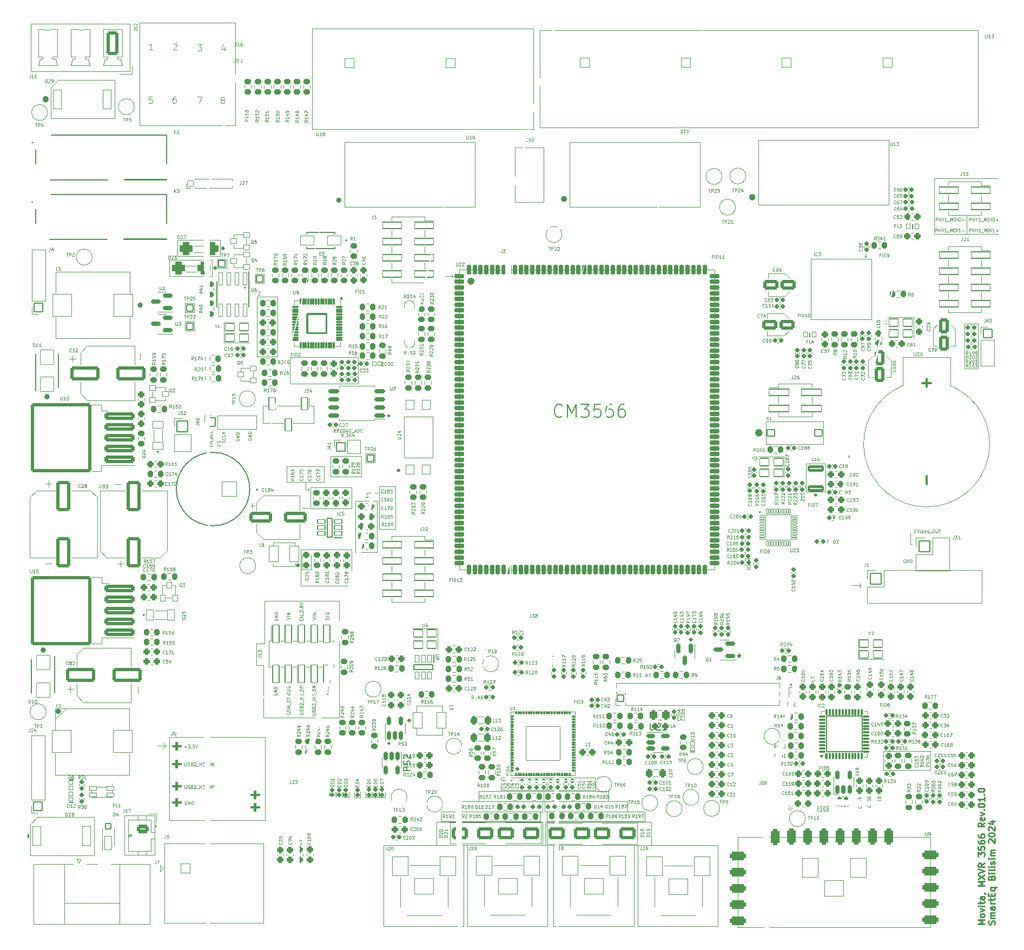
<source format=gto>
G04 #@! TF.GenerationSoftware,KiCad,Pcbnew,8.0.0-rc1*
G04 #@! TF.CreationDate,2024-01-18T13:04:09+03:00*
G04 #@! TF.ProjectId,MXVR_3566,4d585652-5f33-4353-9636-2e6b69636164,REV1*
G04 #@! TF.SameCoordinates,Original*
G04 #@! TF.FileFunction,Legend,Top*
G04 #@! TF.FilePolarity,Positive*
%FSLAX46Y46*%
G04 Gerber Fmt 4.6, Leading zero omitted, Abs format (unit mm)*
G04 Created by KiCad (PCBNEW 8.0.0-rc1) date 2024-01-18 13:04:09*
%MOMM*%
%LPD*%
G01*
G04 APERTURE LIST*
G04 Aperture macros list*
%AMRoundRect*
0 Rectangle with rounded corners*
0 $1 Rounding radius*
0 $2 $3 $4 $5 $6 $7 $8 $9 X,Y pos of 4 corners*
0 Add a 4 corners polygon primitive as box body*
4,1,4,$2,$3,$4,$5,$6,$7,$8,$9,$2,$3,0*
0 Add four circle primitives for the rounded corners*
1,1,$1+$1,$2,$3*
1,1,$1+$1,$4,$5*
1,1,$1+$1,$6,$7*
1,1,$1+$1,$8,$9*
0 Add four rect primitives between the rounded corners*
20,1,$1+$1,$2,$3,$4,$5,0*
20,1,$1+$1,$4,$5,$6,$7,0*
20,1,$1+$1,$6,$7,$8,$9,0*
20,1,$1+$1,$8,$9,$2,$3,0*%
%AMFreePoly0*
4,1,113,0.349950,3.131428,0.355633,3.130787,0.698358,3.072556,0.703934,3.071284,1.037984,2.975045,1.043382,2.973156,1.364557,2.840121,1.369710,2.837639,1.673969,2.669481,1.678811,2.666439,1.962330,2.465272,1.966802,2.461706,2.226015,2.230059,2.230059,2.226015,2.461706,1.966802,2.465272,1.962330,2.666439,1.678811,2.669481,1.673969,2.837639,1.369710,2.840121,1.364557,
2.973156,1.043382,2.975045,1.037984,3.071284,0.703934,3.072556,0.698358,3.130787,0.355633,3.131428,0.349950,3.150920,0.002860,3.150920,-0.002860,3.131428,-0.349950,3.130787,-0.355633,3.072556,-0.698358,3.071284,-0.703934,2.975045,-1.037984,2.973156,-1.043382,2.840121,-1.364557,2.837639,-1.369710,2.669481,-1.673969,2.666439,-1.678811,2.465272,-1.962330,2.461706,-1.966802,
2.230059,-2.226015,2.226015,-2.230059,1.966802,-2.461706,1.962330,-2.465272,1.678811,-2.666439,1.673969,-2.669481,1.369710,-2.837639,1.364557,-2.840121,1.043382,-2.973156,1.037984,-2.975045,0.703934,-3.071284,0.698358,-3.072556,0.355633,-3.130787,0.349950,-3.131428,0.002860,-3.150920,-0.002860,-3.150920,-0.349950,-3.131428,-0.355633,-3.130787,-0.698358,-3.072556,-0.703934,-3.071284,
-1.037984,-2.975045,-1.043382,-2.973156,-1.364557,-2.840121,-1.369710,-2.837639,-1.673969,-2.669481,-1.678811,-2.666439,-1.962330,-2.465272,-1.966802,-2.461706,-2.226015,-2.230059,-2.230059,-2.226015,-2.461706,-1.966802,-2.465272,-1.962330,-2.666439,-1.678811,-2.669481,-1.673969,-2.837639,-1.369710,-2.840121,-1.364557,-2.973156,-1.043382,-2.975045,-1.037984,-3.071284,-0.703934,-3.072556,-0.698358,
-3.130787,-0.355633,-3.131428,-0.349950,-3.150920,-0.002860,-3.150920,0.002860,-3.131428,0.349950,-3.130787,0.355633,-3.072556,0.698358,-3.071284,0.703934,-2.975045,1.037984,-2.973156,1.043382,-2.840121,1.364557,-2.837639,1.369710,-2.669481,1.673969,-2.666439,1.678811,-2.465272,1.962330,-2.461706,1.966802,-2.230059,2.226015,-2.226015,2.230059,-1.966802,2.461706,-1.962330,2.465272,
-1.678811,2.666439,-1.673969,2.669481,-1.369710,2.837639,-1.364557,2.840121,-1.043382,2.973156,-1.037984,2.975045,-0.703934,3.071284,-0.698358,3.072556,-0.355633,3.130787,-0.349950,3.131428,-0.002860,3.150920,0.002860,3.150920,0.349950,3.131428,0.349950,3.131428,$1*%
%AMFreePoly1*
4,1,25,0.171062,0.261062,0.186000,0.225000,0.186000,-0.090000,0.185020,-0.099949,0.174744,-0.151611,0.167129,-0.169997,0.137864,-0.213794,0.123794,-0.227864,0.079997,-0.257129,0.061611,-0.264744,0.009949,-0.275020,-0.009949,-0.275020,-0.061611,-0.264744,-0.079997,-0.257129,-0.123794,-0.227864,-0.137864,-0.213794,-0.167129,-0.169997,-0.174744,-0.151611,-0.185020,-0.099949,-0.186000,-0.090000,
-0.186000,0.225000,-0.171062,0.261062,-0.135000,0.276000,0.135000,0.276000,0.171062,0.261062,0.171062,0.261062,$1*%
%AMFreePoly2*
4,1,13,3.036062,3.036062,3.051000,3.000000,3.051000,-3.000000,3.036062,-3.036062,3.000000,-3.051000,-3.000000,-3.051000,-3.036062,-3.036062,-3.051000,-3.000000,-3.051000,3.000000,-3.036062,3.036062,-3.000000,3.051000,3.000000,3.051000,3.036062,3.036062,3.036062,3.036062,$1*%
G04 Aperture macros list end*
%ADD10C,0.120000*%
%ADD11C,0.050000*%
%ADD12C,0.100000*%
%ADD13C,0.250000*%
%ADD14C,0.150000*%
%ADD15C,0.200000*%
%ADD16C,0.400000*%
%ADD17C,0.127000*%
%ADD18C,0.300000*%
%ADD19C,0.340000*%
%ADD20C,0.500000*%
%ADD21C,0.600000*%
%ADD22C,0.450000*%
%ADD23RoundRect,0.175500X-0.538000X-0.175500X0.538000X-0.175500X0.538000X0.175500X-0.538000X0.175500X0*%
%ADD24RoundRect,0.175500X-0.175500X0.538000X-0.175500X-0.538000X0.175500X-0.538000X0.175500X0.538000X0*%
%ADD25RoundRect,0.225500X0.225500X0.300500X-0.225500X0.300500X-0.225500X-0.300500X0.225500X-0.300500X0*%
%ADD26RoundRect,0.051000X0.675000X0.675000X-0.675000X0.675000X-0.675000X-0.675000X0.675000X-0.675000X0*%
%ADD27O,1.452000X1.452000*%
%ADD28RoundRect,0.051000X-0.675000X-0.675000X0.675000X-0.675000X0.675000X0.675000X-0.675000X0.675000X0*%
%ADD29RoundRect,0.165500X0.165500X0.195500X-0.165500X0.195500X-0.165500X-0.195500X0.165500X-0.195500X0*%
%ADD30RoundRect,0.160500X-0.160500X-0.210500X0.160500X-0.210500X0.160500X0.210500X-0.160500X0.210500X0*%
%ADD31RoundRect,0.160500X0.210500X-0.160500X0.210500X0.160500X-0.210500X0.160500X-0.210500X-0.160500X0*%
%ADD32RoundRect,0.225500X-0.300500X0.225500X-0.300500X-0.225500X0.300500X-0.225500X0.300500X0.225500X0*%
%ADD33RoundRect,0.225500X0.300500X-0.225500X0.300500X0.225500X-0.300500X0.225500X-0.300500X-0.225500X0*%
%ADD34RoundRect,0.267001X-0.533999X0.958999X-0.533999X-0.958999X0.533999X-0.958999X0.533999X0.958999X0*%
%ADD35C,1.602000*%
%ADD36RoundRect,0.250500X-0.250500X-0.275500X0.250500X-0.275500X0.250500X0.275500X-0.250500X0.275500X0*%
%ADD37RoundRect,0.160500X0.160500X0.210500X-0.160500X0.210500X-0.160500X-0.210500X0.160500X-0.210500X0*%
%ADD38FreePoly0,270.000000*%
%ADD39RoundRect,0.051000X-0.500000X-0.500000X0.500000X-0.500000X0.500000X0.500000X-0.500000X0.500000X0*%
%ADD40C,1.502000*%
%ADD41O,1.502000X1.502000*%
%ADD42C,1.483000*%
%ADD43RoundRect,0.264167X-1.036833X-0.686833X1.036833X-0.686833X1.036833X0.686833X-1.036833X0.686833X0*%
%ADD44RoundRect,0.051000X-0.575000X-0.825000X0.575000X-0.825000X0.575000X0.825000X-0.575000X0.825000X0*%
%ADD45RoundRect,0.165500X-0.195500X0.165500X-0.195500X-0.165500X0.195500X-0.165500X0.195500X0.165500X0*%
%ADD46RoundRect,0.088000X0.088000X-0.400500X0.088000X0.400500X-0.088000X0.400500X-0.088000X-0.400500X0*%
%ADD47RoundRect,0.088000X0.400500X-0.088000X0.400500X0.088000X-0.400500X0.088000X-0.400500X-0.088000X0*%
%ADD48RoundRect,0.051000X2.800000X-2.800000X2.800000X2.800000X-2.800000X2.800000X-2.800000X-2.800000X0*%
%ADD49RoundRect,0.051000X-0.650000X-1.500000X0.650000X-1.500000X0.650000X1.500000X-0.650000X1.500000X0*%
%ADD50RoundRect,0.051000X-0.325000X-0.350000X0.325000X-0.350000X0.325000X0.350000X-0.325000X0.350000X0*%
%ADD51RoundRect,0.225500X-0.225500X-0.300500X0.225500X-0.300500X0.225500X0.300500X-0.225500X0.300500X0*%
%ADD52RoundRect,0.264167X1.036833X0.686833X-1.036833X0.686833X-1.036833X-0.686833X1.036833X-0.686833X0*%
%ADD53RoundRect,0.244250X0.244250X0.281750X-0.244250X0.281750X-0.244250X-0.281750X0.244250X-0.281750X0*%
%ADD54RoundRect,0.051000X1.155000X1.155000X-1.155000X1.155000X-1.155000X-1.155000X1.155000X-1.155000X0*%
%ADD55C,2.412000*%
%ADD56RoundRect,0.250500X0.250500X0.275500X-0.250500X0.275500X-0.250500X-0.275500X0.250500X-0.275500X0*%
%ADD57C,1.302000*%
%ADD58RoundRect,0.051000X0.700000X0.600000X-0.700000X0.600000X-0.700000X-0.600000X0.700000X-0.600000X0*%
%ADD59RoundRect,0.250500X-0.275500X0.250500X-0.275500X-0.250500X0.275500X-0.250500X0.275500X0.250500X0*%
%ADD60RoundRect,0.173000X-0.173000X-0.198000X0.173000X-0.198000X0.173000X0.198000X-0.173000X0.198000X0*%
%ADD61RoundRect,0.051000X-0.325000X-0.562500X0.325000X-0.562500X0.325000X0.562500X-0.325000X0.562500X0*%
%ADD62RoundRect,0.165500X0.195500X-0.165500X0.195500X0.165500X-0.195500X0.165500X-0.195500X-0.165500X0*%
%ADD63C,2.102000*%
%ADD64RoundRect,0.250500X0.275500X-0.250500X0.275500X0.250500X-0.275500X0.250500X-0.275500X-0.250500X0*%
%ADD65RoundRect,0.051000X0.450000X-0.400000X0.450000X0.400000X-0.450000X0.400000X-0.450000X-0.400000X0*%
%ADD66RoundRect,0.051000X-0.450000X0.400000X-0.450000X-0.400000X0.450000X-0.400000X0.450000X0.400000X0*%
%ADD67C,1.000000*%
%ADD68RoundRect,0.165500X-0.165500X-0.195500X0.165500X-0.195500X0.165500X0.195500X-0.165500X0.195500X0*%
%ADD69RoundRect,0.051000X-0.400000X-0.450000X0.400000X-0.450000X0.400000X0.450000X-0.400000X0.450000X0*%
%ADD70RoundRect,0.051000X0.400000X0.450000X-0.400000X0.450000X-0.400000X-0.450000X0.400000X-0.450000X0*%
%ADD71RoundRect,0.160500X-0.210500X0.160500X-0.210500X-0.160500X0.210500X-0.160500X0.210500X0.160500X0*%
%ADD72RoundRect,0.051000X0.350000X-0.100000X0.350000X0.100000X-0.350000X0.100000X-0.350000X-0.100000X0*%
%ADD73RoundRect,0.051000X-0.100000X-0.350000X0.100000X-0.350000X0.100000X0.350000X-0.100000X0.350000X0*%
%ADD74RoundRect,0.051000X-1.975000X-1.975000X1.975000X-1.975000X1.975000X1.975000X-1.975000X1.975000X0*%
%ADD75C,3.352000*%
%ADD76RoundRect,0.051000X0.750000X0.750000X-0.750000X0.750000X-0.750000X-0.750000X0.750000X-0.750000X0*%
%ADD77C,2.402000*%
%ADD78RoundRect,0.175500X0.613000X0.175500X-0.613000X0.175500X-0.613000X-0.175500X0.613000X-0.175500X0*%
%ADD79RoundRect,0.051000X0.275000X0.300000X-0.275000X0.300000X-0.275000X-0.300000X0.275000X-0.300000X0*%
%ADD80RoundRect,0.150500X0.200500X-0.150500X0.200500X0.150500X-0.200500X0.150500X-0.200500X-0.150500X0*%
%ADD81RoundRect,0.051000X-0.300000X0.275000X-0.300000X-0.275000X0.300000X-0.275000X0.300000X0.275000X0*%
%ADD82RoundRect,0.244250X-0.281750X0.244250X-0.281750X-0.244250X0.281750X-0.244250X0.281750X0.244250X0*%
%ADD83RoundRect,0.075500X-0.075500X0.413000X-0.075500X-0.413000X0.075500X-0.413000X0.075500X0.413000X0*%
%ADD84RoundRect,0.075500X-0.413000X0.075500X-0.413000X-0.075500X0.413000X-0.075500X0.413000X0.075500X0*%
%ADD85RoundRect,0.148590X-1.502410X1.502410X-1.502410X-1.502410X1.502410X-1.502410X1.502410X1.502410X0*%
%ADD86RoundRect,0.040000X0.425000X-0.425000X0.425000X0.425000X-0.425000X0.425000X-0.425000X-0.425000X0*%
%ADD87O,0.930000X0.930000*%
%ADD88RoundRect,0.525500X-0.525500X-0.525500X0.525500X-0.525500X0.525500X0.525500X-0.525500X0.525500X0*%
%ADD89RoundRect,0.525500X0.525500X0.525500X-0.525500X0.525500X-0.525500X-0.525500X0.525500X-0.525500X0*%
%ADD90RoundRect,0.175500X0.175500X-0.538000X0.175500X0.538000X-0.175500X0.538000X-0.175500X-0.538000X0*%
%ADD91RoundRect,0.051000X0.560000X1.085000X-0.560000X1.085000X-0.560000X-1.085000X0.560000X-1.085000X0*%
%ADD92RoundRect,0.051000X0.425000X0.425000X-0.425000X0.425000X-0.425000X-0.425000X0.425000X-0.425000X0*%
%ADD93C,1.752000*%
%ADD94FreePoly1,0.000000*%
%ADD95FreePoly1,90.000000*%
%ADD96FreePoly1,180.000000*%
%ADD97FreePoly1,270.000000*%
%ADD98FreePoly2,0.000000*%
%ADD99RoundRect,0.051000X-1.500000X-0.500000X1.500000X-0.500000X1.500000X0.500000X-1.500000X0.500000X0*%
%ADD100RoundRect,0.051000X-0.850000X-0.850000X0.850000X-0.850000X0.850000X0.850000X-0.850000X0.850000X0*%
%ADD101O,1.802000X1.802000*%
%ADD102RoundRect,0.051000X0.675000X-0.675000X0.675000X0.675000X-0.675000X0.675000X-0.675000X-0.675000X0*%
%ADD103RoundRect,0.175500X-0.175500X0.613000X-0.175500X-0.613000X0.175500X-0.613000X0.175500X0.613000X0*%
%ADD104RoundRect,0.173000X0.173000X0.198000X-0.173000X0.198000X-0.173000X-0.198000X0.173000X-0.198000X0*%
%ADD105RoundRect,0.262144X0.838856X-2.088856X0.838856X2.088856X-0.838856X2.088856X-0.838856X-2.088856X0*%
%ADD106RoundRect,0.051000X0.500000X-1.375000X0.500000X1.375000X-0.500000X1.375000X-0.500000X-1.375000X0*%
%ADD107RoundRect,0.262144X-2.038856X-0.838856X2.038856X-0.838856X2.038856X0.838856X-2.038856X0.838856X0*%
%ADD108RoundRect,0.051000X-1.250000X1.500000X-1.250000X-1.500000X1.250000X-1.500000X1.250000X1.500000X0*%
%ADD109RoundRect,0.051000X-1.500000X1.250000X-1.500000X-1.250000X1.500000X-1.250000X1.500000X1.250000X0*%
%ADD110RoundRect,0.051000X0.300000X-0.275000X0.300000X0.275000X-0.300000X0.275000X-0.300000X-0.275000X0*%
%ADD111RoundRect,0.048440X-0.297560X0.987560X-0.297560X-0.987560X0.297560X-0.987560X0.297560X0.987560X0*%
%ADD112RoundRect,0.051000X0.090000X0.200000X-0.090000X0.200000X-0.090000X-0.200000X0.090000X-0.200000X0*%
%ADD113RoundRect,0.051000X-0.200000X0.090000X-0.200000X-0.090000X0.200000X-0.090000X0.200000X0.090000X0*%
%ADD114RoundRect,0.051000X-0.090000X-0.200000X0.090000X-0.200000X0.090000X0.200000X-0.090000X0.200000X0*%
%ADD115RoundRect,0.051000X0.200000X-0.090000X0.200000X0.090000X-0.200000X0.090000X-0.200000X-0.090000X0*%
%ADD116RoundRect,0.051000X2.650000X-2.650000X2.650000X2.650000X-2.650000X2.650000X-2.650000X-2.650000X0*%
%ADD117RoundRect,0.051000X0.325000X0.350000X-0.325000X0.350000X-0.325000X-0.350000X0.325000X-0.350000X0*%
%ADD118RoundRect,0.262144X-0.838856X2.088856X-0.838856X-2.088856X0.838856X-2.088856X0.838856X2.088856X0*%
%ADD119RoundRect,0.267001X0.958999X0.533999X-0.958999X0.533999X-0.958999X-0.533999X0.958999X-0.533999X0*%
%ADD120RoundRect,0.051000X-0.625000X0.750000X-0.625000X-0.750000X0.625000X-0.750000X0.625000X0.750000X0*%
%ADD121RoundRect,0.051000X-0.700000X-0.600000X0.700000X-0.600000X0.700000X0.600000X-0.700000X0.600000X0*%
%ADD122RoundRect,0.244250X0.281750X-0.244250X0.281750X0.244250X-0.281750X0.244250X-0.281750X-0.244250X0*%
%ADD123RoundRect,0.051000X0.500000X-0.500000X0.500000X0.500000X-0.500000X0.500000X-0.500000X-0.500000X0*%
%ADD124O,1.102000X1.102000*%
%ADD125RoundRect,0.265938X-1.535062X-0.585062X1.535062X-0.585062X1.535062X0.585062X-1.535062X0.585062X0*%
%ADD126RoundRect,0.273182X2.077818X0.327818X-2.077818X0.327818X-2.077818X-0.327818X2.077818X-0.327818X0*%
%ADD127RoundRect,0.252715X4.498285X5.198285X-4.498285X5.198285X-4.498285X-5.198285X4.498285X-5.198285X0*%
%ADD128RoundRect,0.051000X0.850000X-0.850000X0.850000X0.850000X-0.850000X0.850000X-0.850000X-0.850000X0*%
%ADD129RoundRect,0.271250X-0.654750X0.379750X-0.654750X-0.379750X0.654750X-0.379750X0.654750X0.379750X0*%
%ADD130O,1.852000X1.302000*%
%ADD131RoundRect,0.200400X1.100600X-0.300600X1.100600X0.300600X-1.100600X0.300600X-1.100600X-0.300600X0*%
%ADD132C,2.602000*%
%ADD133RoundRect,0.244250X0.244250X0.406750X-0.244250X0.406750X-0.244250X-0.406750X0.244250X-0.406750X0*%
%ADD134RoundRect,0.051000X-0.525000X0.300000X-0.525000X-0.300000X0.525000X-0.300000X0.525000X0.300000X0*%
%ADD135RoundRect,0.051000X0.750000X1.250000X-0.750000X1.250000X-0.750000X-1.250000X0.750000X-1.250000X0*%
%ADD136O,2.102000X2.102000*%
%ADD137FreePoly0,0.000000*%
%ADD138RoundRect,0.051000X1.500000X1.750000X-1.500000X1.750000X-1.500000X-1.750000X1.500000X-1.750000X0*%
%ADD139RoundRect,0.338000X0.913000X0.338000X-0.913000X0.338000X-0.913000X-0.338000X0.913000X-0.338000X0*%
%ADD140RoundRect,0.338000X-0.338000X0.913000X-0.338000X-0.913000X0.338000X-0.913000X0.338000X0.913000X0*%
%ADD141RoundRect,0.244250X-0.244250X-0.406750X0.244250X-0.406750X0.244250X0.406750X-0.244250X0.406750X0*%
%ADD142RoundRect,0.175500X0.675500X0.175500X-0.675500X0.175500X-0.675500X-0.175500X0.675500X-0.175500X0*%
%ADD143RoundRect,0.264167X0.686833X1.586833X-0.686833X1.586833X-0.686833X-1.586833X0.686833X-1.586833X0*%
%ADD144O,1.902000X3.702000*%
%ADD145RoundRect,0.051000X-0.750000X1.250000X-0.750000X-1.250000X0.750000X-1.250000X0.750000X1.250000X0*%
%ADD146RoundRect,0.150500X-0.650500X-0.150500X0.650500X-0.150500X0.650500X0.150500X-0.650500X0.150500X0*%
%ADD147RoundRect,0.150500X0.150500X-0.650500X0.150500X0.650500X-0.150500X0.650500X-0.150500X-0.650500X0*%
%ADD148RoundRect,0.150500X0.650500X0.150500X-0.650500X0.150500X-0.650500X-0.150500X0.650500X-0.150500X0*%
%ADD149RoundRect,0.150500X-0.150500X0.650500X-0.150500X-0.650500X0.150500X-0.650500X0.150500X0.650500X0*%
%ADD150RoundRect,0.051000X-0.500000X0.950000X-0.500000X-0.950000X0.500000X-0.950000X0.500000X0.950000X0*%
%ADD151C,3.302000*%
%ADD152RoundRect,0.051000X-0.750000X-0.750000X0.750000X-0.750000X0.750000X0.750000X-0.750000X0.750000X0*%
%ADD153RoundRect,0.051000X-0.600000X-0.500000X0.600000X-0.500000X0.600000X0.500000X-0.600000X0.500000X0*%
%ADD154RoundRect,0.275500X0.275500X0.500500X-0.275500X0.500500X-0.275500X-0.500500X0.275500X-0.500500X0*%
%ADD155RoundRect,0.051000X-1.575000X-0.500000X1.575000X-0.500000X1.575000X0.500000X-1.575000X0.500000X0*%
%ADD156RoundRect,0.051000X-0.600000X0.300000X-0.600000X-0.300000X0.600000X-0.300000X0.600000X0.300000X0*%
%ADD157RoundRect,0.539231X-0.211769X-0.161769X0.211769X-0.161769X0.211769X0.161769X-0.211769X0.161769X0*%
%ADD158RoundRect,0.051000X1.025000X1.125000X-1.025000X1.125000X-1.025000X-1.125000X1.025000X-1.125000X0*%
%ADD159RoundRect,0.051000X1.060000X0.750000X-1.060000X0.750000X-1.060000X-0.750000X1.060000X-0.750000X0*%
%ADD160RoundRect,0.051000X-1.025000X-1.125000X1.025000X-1.125000X1.025000X1.125000X-1.025000X1.125000X0*%
%ADD161RoundRect,0.051000X0.825000X-0.575000X0.825000X0.575000X-0.825000X0.575000X-0.825000X-0.575000X0*%
%ADD162RoundRect,0.051000X-1.500000X-1.750000X1.500000X-1.750000X1.500000X1.750000X-1.500000X1.750000X0*%
%ADD163C,1.102000*%
%ADD164C,2.352000*%
%ADD165C,1.202000*%
%ADD166C,1.702000*%
%ADD167C,1.002000*%
%ADD168O,3.302000X2.102000*%
%ADD169O,1.402000X2.202000*%
%ADD170O,1.402000X2.702000*%
%ADD171C,1.626000*%
G04 APERTURE END LIST*
D10*
X187620000Y-107520000D02*
X187870000Y-107520000D01*
D11*
X131810000Y-154720000D02*
X144380000Y-154720000D01*
X144380000Y-167380000D01*
X131810000Y-167380000D01*
X131810000Y-154720000D01*
D10*
X178550000Y-113960000D02*
X179890000Y-113960000D01*
X178090000Y-93920000D02*
X178230000Y-93820000D01*
X85260000Y-123130000D02*
X86590000Y-123130000D01*
X52790000Y-98590000D02*
X52790000Y-97590000D01*
X93540000Y-98980000D02*
X93380000Y-99220000D01*
X102560000Y-100250000D02*
X102780000Y-100110000D01*
X179890000Y-113960000D02*
X179644042Y-113671915D01*
X187620000Y-107520000D02*
X187620000Y-105800000D01*
D11*
X123560000Y-144152164D02*
X130770000Y-144152164D01*
X130770000Y-146050000D01*
X123560000Y-146050000D01*
X123560000Y-144152164D01*
D10*
X102560000Y-99530000D02*
X102560000Y-100250000D01*
X191380000Y-50260000D02*
X201540000Y-50260000D01*
X201540000Y-58945400D01*
X191380000Y-58945400D01*
X191380000Y-50260000D01*
X179890000Y-113960000D02*
X179679789Y-114294516D01*
X178090000Y-93920000D02*
X177940000Y-93850000D01*
D11*
X130400000Y-147870000D02*
X143390000Y-147870000D01*
X143390000Y-149410000D01*
X130400000Y-149410000D01*
X130400000Y-147870000D01*
D10*
X90010000Y-95330000D02*
X95880000Y-95330000D01*
X95880000Y-97840000D01*
X90010000Y-97840000D01*
X90010000Y-95330000D01*
X93540000Y-98980000D02*
X93390000Y-98770000D01*
D11*
X196110000Y-73010000D02*
X198230000Y-73010000D01*
X198230000Y-80060000D01*
X196110000Y-80060000D01*
X196110000Y-73010000D01*
D10*
X52290000Y-98090000D02*
X53290000Y-98090000D01*
X93530000Y-101838750D02*
X92530000Y-101838750D01*
X92980000Y-98980000D02*
X93540000Y-98980000D01*
X64020000Y-111130000D02*
X64020000Y-110130000D01*
X104510000Y-98490000D02*
X107090000Y-98490000D01*
X107090000Y-105200000D01*
X104510000Y-105200000D01*
X104510000Y-98490000D01*
X92980000Y-98690000D02*
X92980000Y-98980000D01*
X98250000Y-134680000D02*
X89700000Y-134680000D01*
X56490000Y-78960000D02*
X56490000Y-77960000D01*
X86430000Y-126480000D02*
X85260000Y-126480000D01*
X178090000Y-93630000D02*
X178090000Y-93920000D01*
X55990000Y-78460000D02*
X56990000Y-78460000D01*
X85260000Y-126480000D02*
X85260000Y-123130000D01*
X64050000Y-98150000D02*
X63050000Y-98150000D01*
X92260000Y-108400000D02*
X100160000Y-108400000D01*
X100160000Y-114080000D01*
X92260000Y-114080000D01*
X92260000Y-108400000D01*
D11*
X130770000Y-144152164D02*
X138280000Y-144152164D01*
X138280000Y-146050000D01*
X130770000Y-146050000D01*
X130770000Y-144152164D01*
D10*
X85350000Y-68730000D02*
X88620000Y-68730000D01*
X88620000Y-78180000D01*
X85350000Y-78180000D01*
X85350000Y-68730000D01*
D11*
X120060000Y-146270000D02*
X130230000Y-146270000D01*
X130230000Y-147850000D01*
X120060000Y-147850000D01*
X120060000Y-146270000D01*
D10*
X89695000Y-134680000D02*
X86420000Y-134680000D01*
X91610000Y-116390000D02*
X93330000Y-116390000D01*
X86420000Y-134680000D02*
X86420000Y-129990000D01*
X90560000Y-78230000D02*
X101230000Y-78230000D01*
X101230000Y-82420000D01*
X90560000Y-82420000D01*
X90560000Y-78230000D01*
X66780000Y-130910000D02*
X66780000Y-129910000D01*
X53260000Y-110570000D02*
X52260000Y-110570000D01*
D11*
X144980000Y-154710000D02*
X157550000Y-154710000D01*
X157550000Y-167370000D01*
X144980000Y-167370000D01*
X144980000Y-154710000D01*
D10*
X92980000Y-97990000D02*
X92980000Y-98690000D01*
X98250000Y-116390000D02*
X98250000Y-134680000D01*
X86600000Y-116390000D02*
X91610000Y-116390000D01*
X86420000Y-129990000D02*
X86430000Y-126480000D01*
X63520000Y-110630000D02*
X64520000Y-110630000D01*
X67130000Y-78640000D02*
X67130000Y-77640000D01*
X196460000Y-55980000D02*
X196460000Y-58945400D01*
X86590000Y-123130000D02*
X86600000Y-116390000D01*
D11*
X130490000Y-151020000D02*
X147080000Y-151020000D01*
X147080000Y-154720000D01*
X130490000Y-154720000D01*
X130490000Y-151020000D01*
X114210000Y-149420000D02*
X129740000Y-149420000D01*
X129740000Y-150960000D01*
X114210000Y-150960000D01*
X114210000Y-149420000D01*
D10*
X93330000Y-116390000D02*
X98250000Y-116390000D01*
X96920000Y-93770000D02*
X101760000Y-93770000D01*
X101760000Y-96970000D01*
X96920000Y-96970000D01*
X96920000Y-93770000D01*
X93790000Y-98620000D02*
X100160000Y-98620000D01*
X100160000Y-101920000D01*
X93790000Y-101920000D01*
X93790000Y-98620000D01*
X102350000Y-100130000D02*
X102560000Y-100250000D01*
D11*
X118295000Y-154740000D02*
X130865000Y-154740000D01*
X130865000Y-167400000D01*
X118295000Y-167400000D01*
X118295000Y-154740000D01*
X117200000Y-147880000D02*
X130100000Y-147880000D01*
X130100000Y-149420000D01*
X117200000Y-149420000D01*
X117200000Y-147880000D01*
X183420000Y-139980000D02*
X190800000Y-139980000D01*
X190800000Y-142960000D01*
X183420000Y-142960000D01*
X183420000Y-139980000D01*
D10*
X102560000Y-100250000D02*
X102350000Y-100130000D01*
D11*
X130280000Y-146270000D02*
X140450000Y-146270000D01*
X140450000Y-147850000D01*
X130280000Y-147850000D01*
X130280000Y-146270000D01*
D10*
X177890000Y-93630000D02*
X178090000Y-93630000D01*
X56210000Y-130750000D02*
X56210000Y-129750000D01*
X100760000Y-100800000D02*
X104200000Y-100800000D01*
X104200000Y-108780000D01*
X100760000Y-108780000D01*
X100760000Y-100800000D01*
D11*
X130760000Y-149410000D02*
X146050000Y-149410000D01*
X146050000Y-150950000D01*
X130760000Y-150950000D01*
X130760000Y-149410000D01*
X113530000Y-151030000D02*
X130120000Y-151030000D01*
X130120000Y-154730000D01*
X113530000Y-154730000D01*
X113530000Y-151030000D01*
D10*
X55710000Y-130250000D02*
X56710000Y-130250000D01*
D11*
X105180000Y-154730000D02*
X117750000Y-154730000D01*
X117750000Y-167390000D01*
X105180000Y-167390000D01*
X105180000Y-154730000D01*
D10*
X104320000Y-99530000D02*
X102560000Y-99530000D01*
D12*
X188530550Y-105695990D02*
X188506741Y-105719800D01*
X188506741Y-105719800D02*
X188435312Y-105743609D01*
X188435312Y-105743609D02*
X188387693Y-105743609D01*
X188387693Y-105743609D02*
X188316265Y-105719800D01*
X188316265Y-105719800D02*
X188268646Y-105672180D01*
X188268646Y-105672180D02*
X188244836Y-105624561D01*
X188244836Y-105624561D02*
X188221027Y-105529323D01*
X188221027Y-105529323D02*
X188221027Y-105457895D01*
X188221027Y-105457895D02*
X188244836Y-105362657D01*
X188244836Y-105362657D02*
X188268646Y-105315038D01*
X188268646Y-105315038D02*
X188316265Y-105267419D01*
X188316265Y-105267419D02*
X188387693Y-105243609D01*
X188387693Y-105243609D02*
X188435312Y-105243609D01*
X188435312Y-105243609D02*
X188506741Y-105267419D01*
X188506741Y-105267419D02*
X188530550Y-105291228D01*
X188673408Y-105243609D02*
X188840074Y-105743609D01*
X188840074Y-105743609D02*
X189006741Y-105243609D01*
X189173407Y-105743609D02*
X189173407Y-105410276D01*
X189173407Y-105243609D02*
X189149598Y-105267419D01*
X189149598Y-105267419D02*
X189173407Y-105291228D01*
X189173407Y-105291228D02*
X189197217Y-105267419D01*
X189197217Y-105267419D02*
X189173407Y-105243609D01*
X189173407Y-105243609D02*
X189173407Y-105291228D01*
X189625788Y-105743609D02*
X189625788Y-105243609D01*
X189625788Y-105719800D02*
X189578169Y-105743609D01*
X189578169Y-105743609D02*
X189482931Y-105743609D01*
X189482931Y-105743609D02*
X189435312Y-105719800D01*
X189435312Y-105719800D02*
X189411502Y-105695990D01*
X189411502Y-105695990D02*
X189387693Y-105648371D01*
X189387693Y-105648371D02*
X189387693Y-105505514D01*
X189387693Y-105505514D02*
X189411502Y-105457895D01*
X189411502Y-105457895D02*
X189435312Y-105434085D01*
X189435312Y-105434085D02*
X189482931Y-105410276D01*
X189482931Y-105410276D02*
X189578169Y-105410276D01*
X189578169Y-105410276D02*
X189625788Y-105434085D01*
X190054359Y-105719800D02*
X190006740Y-105743609D01*
X190006740Y-105743609D02*
X189911502Y-105743609D01*
X189911502Y-105743609D02*
X189863883Y-105719800D01*
X189863883Y-105719800D02*
X189840074Y-105672180D01*
X189840074Y-105672180D02*
X189840074Y-105481704D01*
X189840074Y-105481704D02*
X189863883Y-105434085D01*
X189863883Y-105434085D02*
X189911502Y-105410276D01*
X189911502Y-105410276D02*
X190006740Y-105410276D01*
X190006740Y-105410276D02*
X190054359Y-105434085D01*
X190054359Y-105434085D02*
X190078169Y-105481704D01*
X190078169Y-105481704D02*
X190078169Y-105529323D01*
X190078169Y-105529323D02*
X189840074Y-105576942D01*
X190363883Y-105743609D02*
X190316264Y-105719800D01*
X190316264Y-105719800D02*
X190292454Y-105695990D01*
X190292454Y-105695990D02*
X190268645Y-105648371D01*
X190268645Y-105648371D02*
X190268645Y-105505514D01*
X190268645Y-105505514D02*
X190292454Y-105457895D01*
X190292454Y-105457895D02*
X190316264Y-105434085D01*
X190316264Y-105434085D02*
X190363883Y-105410276D01*
X190363883Y-105410276D02*
X190435311Y-105410276D01*
X190435311Y-105410276D02*
X190482930Y-105434085D01*
X190482930Y-105434085D02*
X190506740Y-105457895D01*
X190506740Y-105457895D02*
X190530549Y-105505514D01*
X190530549Y-105505514D02*
X190530549Y-105648371D01*
X190530549Y-105648371D02*
X190506740Y-105695990D01*
X190506740Y-105695990D02*
X190482930Y-105719800D01*
X190482930Y-105719800D02*
X190435311Y-105743609D01*
X190435311Y-105743609D02*
X190363883Y-105743609D01*
X190625788Y-105791228D02*
X191006740Y-105791228D01*
X191221025Y-105243609D02*
X191316263Y-105243609D01*
X191316263Y-105243609D02*
X191363882Y-105267419D01*
X191363882Y-105267419D02*
X191411501Y-105315038D01*
X191411501Y-105315038D02*
X191435311Y-105410276D01*
X191435311Y-105410276D02*
X191435311Y-105576942D01*
X191435311Y-105576942D02*
X191411501Y-105672180D01*
X191411501Y-105672180D02*
X191363882Y-105719800D01*
X191363882Y-105719800D02*
X191316263Y-105743609D01*
X191316263Y-105743609D02*
X191221025Y-105743609D01*
X191221025Y-105743609D02*
X191173406Y-105719800D01*
X191173406Y-105719800D02*
X191125787Y-105672180D01*
X191125787Y-105672180D02*
X191101978Y-105576942D01*
X191101978Y-105576942D02*
X191101978Y-105410276D01*
X191101978Y-105410276D02*
X191125787Y-105315038D01*
X191125787Y-105315038D02*
X191173406Y-105267419D01*
X191173406Y-105267419D02*
X191221025Y-105243609D01*
X191649597Y-105243609D02*
X191649597Y-105648371D01*
X191649597Y-105648371D02*
X191673407Y-105695990D01*
X191673407Y-105695990D02*
X191697216Y-105719800D01*
X191697216Y-105719800D02*
X191744835Y-105743609D01*
X191744835Y-105743609D02*
X191840073Y-105743609D01*
X191840073Y-105743609D02*
X191887692Y-105719800D01*
X191887692Y-105719800D02*
X191911502Y-105695990D01*
X191911502Y-105695990D02*
X191935311Y-105648371D01*
X191935311Y-105648371D02*
X191935311Y-105243609D01*
X192101979Y-105243609D02*
X192387693Y-105243609D01*
X192244836Y-105743609D02*
X192244836Y-105243609D01*
X94023609Y-134255163D02*
X94428371Y-134255163D01*
X94428371Y-134255163D02*
X94475990Y-134231353D01*
X94475990Y-134231353D02*
X94499800Y-134207544D01*
X94499800Y-134207544D02*
X94523609Y-134159925D01*
X94523609Y-134159925D02*
X94523609Y-134064687D01*
X94523609Y-134064687D02*
X94499800Y-134017068D01*
X94499800Y-134017068D02*
X94475990Y-133993258D01*
X94475990Y-133993258D02*
X94428371Y-133969449D01*
X94428371Y-133969449D02*
X94023609Y-133969449D01*
X94499800Y-133755162D02*
X94523609Y-133683734D01*
X94523609Y-133683734D02*
X94523609Y-133564686D01*
X94523609Y-133564686D02*
X94499800Y-133517067D01*
X94499800Y-133517067D02*
X94475990Y-133493258D01*
X94475990Y-133493258D02*
X94428371Y-133469448D01*
X94428371Y-133469448D02*
X94380752Y-133469448D01*
X94380752Y-133469448D02*
X94333133Y-133493258D01*
X94333133Y-133493258D02*
X94309323Y-133517067D01*
X94309323Y-133517067D02*
X94285514Y-133564686D01*
X94285514Y-133564686D02*
X94261704Y-133659924D01*
X94261704Y-133659924D02*
X94237895Y-133707543D01*
X94237895Y-133707543D02*
X94214085Y-133731353D01*
X94214085Y-133731353D02*
X94166466Y-133755162D01*
X94166466Y-133755162D02*
X94118847Y-133755162D01*
X94118847Y-133755162D02*
X94071228Y-133731353D01*
X94071228Y-133731353D02*
X94047419Y-133707543D01*
X94047419Y-133707543D02*
X94023609Y-133659924D01*
X94023609Y-133659924D02*
X94023609Y-133540877D01*
X94023609Y-133540877D02*
X94047419Y-133469448D01*
X94261704Y-133088496D02*
X94285514Y-133017068D01*
X94285514Y-133017068D02*
X94309323Y-132993258D01*
X94309323Y-132993258D02*
X94356942Y-132969449D01*
X94356942Y-132969449D02*
X94428371Y-132969449D01*
X94428371Y-132969449D02*
X94475990Y-132993258D01*
X94475990Y-132993258D02*
X94499800Y-133017068D01*
X94499800Y-133017068D02*
X94523609Y-133064687D01*
X94523609Y-133064687D02*
X94523609Y-133255163D01*
X94523609Y-133255163D02*
X94023609Y-133255163D01*
X94023609Y-133255163D02*
X94023609Y-133088496D01*
X94023609Y-133088496D02*
X94047419Y-133040877D01*
X94047419Y-133040877D02*
X94071228Y-133017068D01*
X94071228Y-133017068D02*
X94118847Y-132993258D01*
X94118847Y-132993258D02*
X94166466Y-132993258D01*
X94166466Y-132993258D02*
X94214085Y-133017068D01*
X94214085Y-133017068D02*
X94237895Y-133040877D01*
X94237895Y-133040877D02*
X94261704Y-133088496D01*
X94261704Y-133088496D02*
X94261704Y-133255163D01*
X94071228Y-132778972D02*
X94047419Y-132755163D01*
X94047419Y-132755163D02*
X94023609Y-132707544D01*
X94023609Y-132707544D02*
X94023609Y-132588496D01*
X94023609Y-132588496D02*
X94047419Y-132540877D01*
X94047419Y-132540877D02*
X94071228Y-132517068D01*
X94071228Y-132517068D02*
X94118847Y-132493258D01*
X94118847Y-132493258D02*
X94166466Y-132493258D01*
X94166466Y-132493258D02*
X94237895Y-132517068D01*
X94237895Y-132517068D02*
X94523609Y-132802782D01*
X94523609Y-132802782D02*
X94523609Y-132493258D01*
X94571228Y-132398021D02*
X94571228Y-132017068D01*
X94523609Y-131898021D02*
X94023609Y-131898021D01*
X94261704Y-131898021D02*
X94261704Y-131612307D01*
X94523609Y-131612307D02*
X94023609Y-131612307D01*
X94071228Y-131398020D02*
X94047419Y-131374211D01*
X94047419Y-131374211D02*
X94023609Y-131326592D01*
X94023609Y-131326592D02*
X94023609Y-131207544D01*
X94023609Y-131207544D02*
X94047419Y-131159925D01*
X94047419Y-131159925D02*
X94071228Y-131136116D01*
X94071228Y-131136116D02*
X94118847Y-131112306D01*
X94118847Y-131112306D02*
X94166466Y-131112306D01*
X94166466Y-131112306D02*
X94237895Y-131136116D01*
X94237895Y-131136116D02*
X94523609Y-131421830D01*
X94523609Y-131421830D02*
X94523609Y-131112306D01*
X94571228Y-131017069D02*
X94571228Y-130636116D01*
X94523609Y-130517069D02*
X94023609Y-130517069D01*
X94023609Y-130517069D02*
X94023609Y-130398021D01*
X94023609Y-130398021D02*
X94047419Y-130326593D01*
X94047419Y-130326593D02*
X94095038Y-130278974D01*
X94095038Y-130278974D02*
X94142657Y-130255164D01*
X94142657Y-130255164D02*
X94237895Y-130231355D01*
X94237895Y-130231355D02*
X94309323Y-130231355D01*
X94309323Y-130231355D02*
X94404561Y-130255164D01*
X94404561Y-130255164D02*
X94452180Y-130278974D01*
X94452180Y-130278974D02*
X94499800Y-130326593D01*
X94499800Y-130326593D02*
X94523609Y-130398021D01*
X94523609Y-130398021D02*
X94523609Y-130517069D01*
X94523609Y-130017069D02*
X94023609Y-130017069D01*
X94023609Y-130017069D02*
X94523609Y-129731355D01*
X94523609Y-129731355D02*
X94023609Y-129731355D01*
X92281704Y-119485163D02*
X92281704Y-119318496D01*
X92543609Y-119247068D02*
X92543609Y-119485163D01*
X92543609Y-119485163D02*
X92043609Y-119485163D01*
X92043609Y-119485163D02*
X92043609Y-119247068D01*
X92543609Y-119032782D02*
X92043609Y-119032782D01*
X92043609Y-119032782D02*
X92543609Y-118747068D01*
X92543609Y-118747068D02*
X92043609Y-118747068D01*
X92591228Y-118628020D02*
X92591228Y-118247067D01*
X92043609Y-118175639D02*
X92043609Y-117866115D01*
X92043609Y-117866115D02*
X92234085Y-118032782D01*
X92234085Y-118032782D02*
X92234085Y-117961353D01*
X92234085Y-117961353D02*
X92257895Y-117913734D01*
X92257895Y-117913734D02*
X92281704Y-117889925D01*
X92281704Y-117889925D02*
X92329323Y-117866115D01*
X92329323Y-117866115D02*
X92448371Y-117866115D01*
X92448371Y-117866115D02*
X92495990Y-117889925D01*
X92495990Y-117889925D02*
X92519800Y-117913734D01*
X92519800Y-117913734D02*
X92543609Y-117961353D01*
X92543609Y-117961353D02*
X92543609Y-118104210D01*
X92543609Y-118104210D02*
X92519800Y-118151829D01*
X92519800Y-118151829D02*
X92495990Y-118175639D01*
X92495990Y-117651830D02*
X92519800Y-117628020D01*
X92519800Y-117628020D02*
X92543609Y-117651830D01*
X92543609Y-117651830D02*
X92519800Y-117675639D01*
X92519800Y-117675639D02*
X92495990Y-117651830D01*
X92495990Y-117651830D02*
X92543609Y-117651830D01*
X92257895Y-117342306D02*
X92234085Y-117389925D01*
X92234085Y-117389925D02*
X92210276Y-117413735D01*
X92210276Y-117413735D02*
X92162657Y-117437544D01*
X92162657Y-117437544D02*
X92138847Y-117437544D01*
X92138847Y-117437544D02*
X92091228Y-117413735D01*
X92091228Y-117413735D02*
X92067419Y-117389925D01*
X92067419Y-117389925D02*
X92043609Y-117342306D01*
X92043609Y-117342306D02*
X92043609Y-117247068D01*
X92043609Y-117247068D02*
X92067419Y-117199449D01*
X92067419Y-117199449D02*
X92091228Y-117175640D01*
X92091228Y-117175640D02*
X92138847Y-117151830D01*
X92138847Y-117151830D02*
X92162657Y-117151830D01*
X92162657Y-117151830D02*
X92210276Y-117175640D01*
X92210276Y-117175640D02*
X92234085Y-117199449D01*
X92234085Y-117199449D02*
X92257895Y-117247068D01*
X92257895Y-117247068D02*
X92257895Y-117342306D01*
X92257895Y-117342306D02*
X92281704Y-117389925D01*
X92281704Y-117389925D02*
X92305514Y-117413735D01*
X92305514Y-117413735D02*
X92353133Y-117437544D01*
X92353133Y-117437544D02*
X92448371Y-117437544D01*
X92448371Y-117437544D02*
X92495990Y-117413735D01*
X92495990Y-117413735D02*
X92519800Y-117389925D01*
X92519800Y-117389925D02*
X92543609Y-117342306D01*
X92543609Y-117342306D02*
X92543609Y-117247068D01*
X92543609Y-117247068D02*
X92519800Y-117199449D01*
X92519800Y-117199449D02*
X92495990Y-117175640D01*
X92495990Y-117175640D02*
X92448371Y-117151830D01*
X92448371Y-117151830D02*
X92353133Y-117151830D01*
X92353133Y-117151830D02*
X92305514Y-117175640D01*
X92305514Y-117175640D02*
X92281704Y-117199449D01*
X92281704Y-117199449D02*
X92257895Y-117247068D01*
X92043609Y-117008973D02*
X92543609Y-116842307D01*
X92543609Y-116842307D02*
X92043609Y-116675640D01*
X97660550Y-89973609D02*
X97493884Y-89735514D01*
X97374836Y-89973609D02*
X97374836Y-89473609D01*
X97374836Y-89473609D02*
X97565312Y-89473609D01*
X97565312Y-89473609D02*
X97612931Y-89497419D01*
X97612931Y-89497419D02*
X97636741Y-89521228D01*
X97636741Y-89521228D02*
X97660550Y-89568847D01*
X97660550Y-89568847D02*
X97660550Y-89640276D01*
X97660550Y-89640276D02*
X97636741Y-89687895D01*
X97636741Y-89687895D02*
X97612931Y-89711704D01*
X97612931Y-89711704D02*
X97565312Y-89735514D01*
X97565312Y-89735514D02*
X97374836Y-89735514D01*
X97874836Y-89973609D02*
X97874836Y-89473609D01*
X97874836Y-89473609D02*
X98065312Y-89473609D01*
X98065312Y-89473609D02*
X98112931Y-89497419D01*
X98112931Y-89497419D02*
X98136741Y-89521228D01*
X98136741Y-89521228D02*
X98160550Y-89568847D01*
X98160550Y-89568847D02*
X98160550Y-89640276D01*
X98160550Y-89640276D02*
X98136741Y-89687895D01*
X98136741Y-89687895D02*
X98112931Y-89711704D01*
X98112931Y-89711704D02*
X98065312Y-89735514D01*
X98065312Y-89735514D02*
X97874836Y-89735514D01*
X98351027Y-89521228D02*
X98374836Y-89497419D01*
X98374836Y-89497419D02*
X98422455Y-89473609D01*
X98422455Y-89473609D02*
X98541503Y-89473609D01*
X98541503Y-89473609D02*
X98589122Y-89497419D01*
X98589122Y-89497419D02*
X98612931Y-89521228D01*
X98612931Y-89521228D02*
X98636741Y-89568847D01*
X98636741Y-89568847D02*
X98636741Y-89616466D01*
X98636741Y-89616466D02*
X98612931Y-89687895D01*
X98612931Y-89687895D02*
X98327217Y-89973609D01*
X98327217Y-89973609D02*
X98636741Y-89973609D01*
X98946264Y-89473609D02*
X98993883Y-89473609D01*
X98993883Y-89473609D02*
X99041502Y-89497419D01*
X99041502Y-89497419D02*
X99065312Y-89521228D01*
X99065312Y-89521228D02*
X99089121Y-89568847D01*
X99089121Y-89568847D02*
X99112931Y-89664085D01*
X99112931Y-89664085D02*
X99112931Y-89783133D01*
X99112931Y-89783133D02*
X99089121Y-89878371D01*
X99089121Y-89878371D02*
X99065312Y-89925990D01*
X99065312Y-89925990D02*
X99041502Y-89949800D01*
X99041502Y-89949800D02*
X98993883Y-89973609D01*
X98993883Y-89973609D02*
X98946264Y-89973609D01*
X98946264Y-89973609D02*
X98898645Y-89949800D01*
X98898645Y-89949800D02*
X98874836Y-89925990D01*
X98874836Y-89925990D02*
X98851026Y-89878371D01*
X98851026Y-89878371D02*
X98827217Y-89783133D01*
X98827217Y-89783133D02*
X98827217Y-89664085D01*
X98827217Y-89664085D02*
X98851026Y-89568847D01*
X98851026Y-89568847D02*
X98874836Y-89521228D01*
X98874836Y-89521228D02*
X98898645Y-89497419D01*
X98898645Y-89497419D02*
X98946264Y-89473609D01*
X99541502Y-89640276D02*
X99541502Y-89973609D01*
X99422454Y-89449800D02*
X99303407Y-89806942D01*
X99303407Y-89806942D02*
X99612930Y-89806942D01*
X99898644Y-89473609D02*
X99946263Y-89473609D01*
X99946263Y-89473609D02*
X99993882Y-89497419D01*
X99993882Y-89497419D02*
X100017692Y-89521228D01*
X100017692Y-89521228D02*
X100041501Y-89568847D01*
X100041501Y-89568847D02*
X100065311Y-89664085D01*
X100065311Y-89664085D02*
X100065311Y-89783133D01*
X100065311Y-89783133D02*
X100041501Y-89878371D01*
X100041501Y-89878371D02*
X100017692Y-89925990D01*
X100017692Y-89925990D02*
X99993882Y-89949800D01*
X99993882Y-89949800D02*
X99946263Y-89973609D01*
X99946263Y-89973609D02*
X99898644Y-89973609D01*
X99898644Y-89973609D02*
X99851025Y-89949800D01*
X99851025Y-89949800D02*
X99827216Y-89925990D01*
X99827216Y-89925990D02*
X99803406Y-89878371D01*
X99803406Y-89878371D02*
X99779597Y-89783133D01*
X99779597Y-89783133D02*
X99779597Y-89664085D01*
X99779597Y-89664085D02*
X99803406Y-89568847D01*
X99803406Y-89568847D02*
X99827216Y-89521228D01*
X99827216Y-89521228D02*
X99851025Y-89497419D01*
X99851025Y-89497419D02*
X99898644Y-89473609D01*
X100160549Y-90021228D02*
X100541501Y-90021228D01*
X100636739Y-89830752D02*
X100874834Y-89830752D01*
X100589120Y-89973609D02*
X100755786Y-89473609D01*
X100755786Y-89473609D02*
X100922453Y-89973609D01*
X101089119Y-89973609D02*
X101089119Y-89473609D01*
X101089119Y-89473609D02*
X101208167Y-89473609D01*
X101208167Y-89473609D02*
X101279595Y-89497419D01*
X101279595Y-89497419D02*
X101327214Y-89545038D01*
X101327214Y-89545038D02*
X101351024Y-89592657D01*
X101351024Y-89592657D02*
X101374833Y-89687895D01*
X101374833Y-89687895D02*
X101374833Y-89759323D01*
X101374833Y-89759323D02*
X101351024Y-89854561D01*
X101351024Y-89854561D02*
X101327214Y-89902180D01*
X101327214Y-89902180D02*
X101279595Y-89949800D01*
X101279595Y-89949800D02*
X101208167Y-89973609D01*
X101208167Y-89973609D02*
X101089119Y-89973609D01*
X101874833Y-89925990D02*
X101851024Y-89949800D01*
X101851024Y-89949800D02*
X101779595Y-89973609D01*
X101779595Y-89973609D02*
X101731976Y-89973609D01*
X101731976Y-89973609D02*
X101660548Y-89949800D01*
X101660548Y-89949800D02*
X101612929Y-89902180D01*
X101612929Y-89902180D02*
X101589119Y-89854561D01*
X101589119Y-89854561D02*
X101565310Y-89759323D01*
X101565310Y-89759323D02*
X101565310Y-89687895D01*
X101565310Y-89687895D02*
X101589119Y-89592657D01*
X101589119Y-89592657D02*
X101612929Y-89545038D01*
X101612929Y-89545038D02*
X101660548Y-89497419D01*
X101660548Y-89497419D02*
X101731976Y-89473609D01*
X101731976Y-89473609D02*
X101779595Y-89473609D01*
X101779595Y-89473609D02*
X101851024Y-89497419D01*
X101851024Y-89497419D02*
X101874833Y-89521228D01*
X196914836Y-58603609D02*
X196914836Y-58103609D01*
X196914836Y-58103609D02*
X197105312Y-58103609D01*
X197105312Y-58103609D02*
X197152931Y-58127419D01*
X197152931Y-58127419D02*
X197176741Y-58151228D01*
X197176741Y-58151228D02*
X197200550Y-58198847D01*
X197200550Y-58198847D02*
X197200550Y-58270276D01*
X197200550Y-58270276D02*
X197176741Y-58317895D01*
X197176741Y-58317895D02*
X197152931Y-58341704D01*
X197152931Y-58341704D02*
X197105312Y-58365514D01*
X197105312Y-58365514D02*
X196914836Y-58365514D01*
X197414836Y-58603609D02*
X197414836Y-58103609D01*
X197414836Y-58341704D02*
X197700550Y-58341704D01*
X197700550Y-58603609D02*
X197700550Y-58103609D01*
X198033884Y-58365514D02*
X198033884Y-58603609D01*
X197867218Y-58103609D02*
X198033884Y-58365514D01*
X198033884Y-58365514D02*
X198200551Y-58103609D01*
X198629122Y-58603609D02*
X198343408Y-58603609D01*
X198486265Y-58603609D02*
X198486265Y-58103609D01*
X198486265Y-58103609D02*
X198438646Y-58175038D01*
X198438646Y-58175038D02*
X198391027Y-58222657D01*
X198391027Y-58222657D02*
X198343408Y-58246466D01*
X198724360Y-58651228D02*
X199105312Y-58651228D01*
X199224359Y-58603609D02*
X199224359Y-58103609D01*
X199224359Y-58103609D02*
X199391026Y-58460752D01*
X199391026Y-58460752D02*
X199557692Y-58103609D01*
X199557692Y-58103609D02*
X199557692Y-58603609D01*
X199795788Y-58603609D02*
X199795788Y-58103609D01*
X199795788Y-58103609D02*
X199914836Y-58103609D01*
X199914836Y-58103609D02*
X199986264Y-58127419D01*
X199986264Y-58127419D02*
X200033883Y-58175038D01*
X200033883Y-58175038D02*
X200057693Y-58222657D01*
X200057693Y-58222657D02*
X200081502Y-58317895D01*
X200081502Y-58317895D02*
X200081502Y-58389323D01*
X200081502Y-58389323D02*
X200057693Y-58484561D01*
X200057693Y-58484561D02*
X200033883Y-58532180D01*
X200033883Y-58532180D02*
X199986264Y-58579800D01*
X199986264Y-58579800D02*
X199914836Y-58603609D01*
X199914836Y-58603609D02*
X199795788Y-58603609D01*
X200295788Y-58603609D02*
X200295788Y-58103609D01*
X200795788Y-58603609D02*
X200510074Y-58603609D01*
X200652931Y-58603609D02*
X200652931Y-58103609D01*
X200652931Y-58103609D02*
X200605312Y-58175038D01*
X200605312Y-58175038D02*
X200557693Y-58222657D01*
X200557693Y-58222657D02*
X200510074Y-58246466D01*
X201010073Y-58413133D02*
X201391026Y-58413133D01*
X201200549Y-58603609D02*
X201200549Y-58222657D01*
X73994836Y-139303133D02*
X74375789Y-139303133D01*
X74185312Y-139493609D02*
X74185312Y-139112657D01*
X74566265Y-138993609D02*
X74875789Y-138993609D01*
X74875789Y-138993609D02*
X74709122Y-139184085D01*
X74709122Y-139184085D02*
X74780551Y-139184085D01*
X74780551Y-139184085D02*
X74828170Y-139207895D01*
X74828170Y-139207895D02*
X74851979Y-139231704D01*
X74851979Y-139231704D02*
X74875789Y-139279323D01*
X74875789Y-139279323D02*
X74875789Y-139398371D01*
X74875789Y-139398371D02*
X74851979Y-139445990D01*
X74851979Y-139445990D02*
X74828170Y-139469800D01*
X74828170Y-139469800D02*
X74780551Y-139493609D01*
X74780551Y-139493609D02*
X74637694Y-139493609D01*
X74637694Y-139493609D02*
X74590075Y-139469800D01*
X74590075Y-139469800D02*
X74566265Y-139445990D01*
X75090074Y-139445990D02*
X75113884Y-139469800D01*
X75113884Y-139469800D02*
X75090074Y-139493609D01*
X75090074Y-139493609D02*
X75066265Y-139469800D01*
X75066265Y-139469800D02*
X75090074Y-139445990D01*
X75090074Y-139445990D02*
X75090074Y-139493609D01*
X75280550Y-138993609D02*
X75590074Y-138993609D01*
X75590074Y-138993609D02*
X75423407Y-139184085D01*
X75423407Y-139184085D02*
X75494836Y-139184085D01*
X75494836Y-139184085D02*
X75542455Y-139207895D01*
X75542455Y-139207895D02*
X75566264Y-139231704D01*
X75566264Y-139231704D02*
X75590074Y-139279323D01*
X75590074Y-139279323D02*
X75590074Y-139398371D01*
X75590074Y-139398371D02*
X75566264Y-139445990D01*
X75566264Y-139445990D02*
X75542455Y-139469800D01*
X75542455Y-139469800D02*
X75494836Y-139493609D01*
X75494836Y-139493609D02*
X75351979Y-139493609D01*
X75351979Y-139493609D02*
X75304360Y-139469800D01*
X75304360Y-139469800D02*
X75280550Y-139445990D01*
X75732931Y-138993609D02*
X75899597Y-139493609D01*
X75899597Y-139493609D02*
X76066264Y-138993609D01*
X84037419Y-90973258D02*
X84013609Y-91020877D01*
X84013609Y-91020877D02*
X84013609Y-91092306D01*
X84013609Y-91092306D02*
X84037419Y-91163734D01*
X84037419Y-91163734D02*
X84085038Y-91211353D01*
X84085038Y-91211353D02*
X84132657Y-91235163D01*
X84132657Y-91235163D02*
X84227895Y-91258972D01*
X84227895Y-91258972D02*
X84299323Y-91258972D01*
X84299323Y-91258972D02*
X84394561Y-91235163D01*
X84394561Y-91235163D02*
X84442180Y-91211353D01*
X84442180Y-91211353D02*
X84489800Y-91163734D01*
X84489800Y-91163734D02*
X84513609Y-91092306D01*
X84513609Y-91092306D02*
X84513609Y-91044687D01*
X84513609Y-91044687D02*
X84489800Y-90973258D01*
X84489800Y-90973258D02*
X84465990Y-90949449D01*
X84465990Y-90949449D02*
X84299323Y-90949449D01*
X84299323Y-90949449D02*
X84299323Y-91044687D01*
X84513609Y-90735163D02*
X84013609Y-90735163D01*
X84013609Y-90735163D02*
X84513609Y-90449449D01*
X84513609Y-90449449D02*
X84013609Y-90449449D01*
X84513609Y-90211353D02*
X84013609Y-90211353D01*
X84013609Y-90211353D02*
X84013609Y-90092305D01*
X84013609Y-90092305D02*
X84037419Y-90020877D01*
X84037419Y-90020877D02*
X84085038Y-89973258D01*
X84085038Y-89973258D02*
X84132657Y-89949448D01*
X84132657Y-89949448D02*
X84227895Y-89925639D01*
X84227895Y-89925639D02*
X84299323Y-89925639D01*
X84299323Y-89925639D02*
X84394561Y-89949448D01*
X84394561Y-89949448D02*
X84442180Y-89973258D01*
X84442180Y-89973258D02*
X84489800Y-90020877D01*
X84489800Y-90020877D02*
X84513609Y-90092305D01*
X84513609Y-90092305D02*
X84513609Y-90211353D01*
X96153609Y-119426591D02*
X96153609Y-119140877D01*
X96653609Y-119283734D02*
X96153609Y-119283734D01*
X96153609Y-119021830D02*
X96653609Y-118688497D01*
X96153609Y-118688497D02*
X96653609Y-119021830D01*
X96653609Y-118498021D02*
X96153609Y-118498021D01*
X96153609Y-118498021D02*
X96153609Y-118378973D01*
X96153609Y-118378973D02*
X96177419Y-118307545D01*
X96177419Y-118307545D02*
X96225038Y-118259926D01*
X96225038Y-118259926D02*
X96272657Y-118236116D01*
X96272657Y-118236116D02*
X96367895Y-118212307D01*
X96367895Y-118212307D02*
X96439323Y-118212307D01*
X96439323Y-118212307D02*
X96534561Y-118236116D01*
X96534561Y-118236116D02*
X96582180Y-118259926D01*
X96582180Y-118259926D02*
X96629800Y-118307545D01*
X96629800Y-118307545D02*
X96653609Y-118378973D01*
X96653609Y-118378973D02*
X96653609Y-118498021D01*
X82589800Y-91348972D02*
X82613609Y-91277544D01*
X82613609Y-91277544D02*
X82613609Y-91158496D01*
X82613609Y-91158496D02*
X82589800Y-91110877D01*
X82589800Y-91110877D02*
X82565990Y-91087068D01*
X82565990Y-91087068D02*
X82518371Y-91063258D01*
X82518371Y-91063258D02*
X82470752Y-91063258D01*
X82470752Y-91063258D02*
X82423133Y-91087068D01*
X82423133Y-91087068D02*
X82399323Y-91110877D01*
X82399323Y-91110877D02*
X82375514Y-91158496D01*
X82375514Y-91158496D02*
X82351704Y-91253734D01*
X82351704Y-91253734D02*
X82327895Y-91301353D01*
X82327895Y-91301353D02*
X82304085Y-91325163D01*
X82304085Y-91325163D02*
X82256466Y-91348972D01*
X82256466Y-91348972D02*
X82208847Y-91348972D01*
X82208847Y-91348972D02*
X82161228Y-91325163D01*
X82161228Y-91325163D02*
X82137419Y-91301353D01*
X82137419Y-91301353D02*
X82113609Y-91253734D01*
X82113609Y-91253734D02*
X82113609Y-91134687D01*
X82113609Y-91134687D02*
X82137419Y-91063258D01*
X82113609Y-90896592D02*
X82613609Y-90777544D01*
X82613609Y-90777544D02*
X82256466Y-90682306D01*
X82256466Y-90682306D02*
X82613609Y-90587068D01*
X82613609Y-90587068D02*
X82113609Y-90468021D01*
X82613609Y-90277544D02*
X82113609Y-90277544D01*
X82113609Y-90277544D02*
X82113609Y-90158496D01*
X82113609Y-90158496D02*
X82137419Y-90087068D01*
X82137419Y-90087068D02*
X82185038Y-90039449D01*
X82185038Y-90039449D02*
X82232657Y-90015639D01*
X82232657Y-90015639D02*
X82327895Y-89991830D01*
X82327895Y-89991830D02*
X82399323Y-89991830D01*
X82399323Y-89991830D02*
X82494561Y-90015639D01*
X82494561Y-90015639D02*
X82542180Y-90039449D01*
X82542180Y-90039449D02*
X82589800Y-90087068D01*
X82589800Y-90087068D02*
X82613609Y-90158496D01*
X82613609Y-90158496D02*
X82613609Y-90277544D01*
X186856741Y-109977419D02*
X186809122Y-109953609D01*
X186809122Y-109953609D02*
X186737693Y-109953609D01*
X186737693Y-109953609D02*
X186666265Y-109977419D01*
X186666265Y-109977419D02*
X186618646Y-110025038D01*
X186618646Y-110025038D02*
X186594836Y-110072657D01*
X186594836Y-110072657D02*
X186571027Y-110167895D01*
X186571027Y-110167895D02*
X186571027Y-110239323D01*
X186571027Y-110239323D02*
X186594836Y-110334561D01*
X186594836Y-110334561D02*
X186618646Y-110382180D01*
X186618646Y-110382180D02*
X186666265Y-110429800D01*
X186666265Y-110429800D02*
X186737693Y-110453609D01*
X186737693Y-110453609D02*
X186785312Y-110453609D01*
X186785312Y-110453609D02*
X186856741Y-110429800D01*
X186856741Y-110429800D02*
X186880550Y-110405990D01*
X186880550Y-110405990D02*
X186880550Y-110239323D01*
X186880550Y-110239323D02*
X186785312Y-110239323D01*
X187094836Y-110453609D02*
X187094836Y-109953609D01*
X187094836Y-109953609D02*
X187380550Y-110453609D01*
X187380550Y-110453609D02*
X187380550Y-109953609D01*
X187618646Y-110453609D02*
X187618646Y-109953609D01*
X187618646Y-109953609D02*
X187737694Y-109953609D01*
X187737694Y-109953609D02*
X187809122Y-109977419D01*
X187809122Y-109977419D02*
X187856741Y-110025038D01*
X187856741Y-110025038D02*
X187880551Y-110072657D01*
X187880551Y-110072657D02*
X187904360Y-110167895D01*
X187904360Y-110167895D02*
X187904360Y-110239323D01*
X187904360Y-110239323D02*
X187880551Y-110334561D01*
X187880551Y-110334561D02*
X187856741Y-110382180D01*
X187856741Y-110382180D02*
X187809122Y-110429800D01*
X187809122Y-110429800D02*
X187737694Y-110453609D01*
X187737694Y-110453609D02*
X187618646Y-110453609D01*
X96583609Y-130809449D02*
X96345514Y-130976115D01*
X96583609Y-131095163D02*
X96083609Y-131095163D01*
X96083609Y-131095163D02*
X96083609Y-130904687D01*
X96083609Y-130904687D02*
X96107419Y-130857068D01*
X96107419Y-130857068D02*
X96131228Y-130833258D01*
X96131228Y-130833258D02*
X96178847Y-130809449D01*
X96178847Y-130809449D02*
X96250276Y-130809449D01*
X96250276Y-130809449D02*
X96297895Y-130833258D01*
X96297895Y-130833258D02*
X96321704Y-130857068D01*
X96321704Y-130857068D02*
X96345514Y-130904687D01*
X96345514Y-130904687D02*
X96345514Y-131095163D01*
X96083609Y-130642782D02*
X96583609Y-130309449D01*
X96083609Y-130309449D02*
X96583609Y-130642782D01*
X96583609Y-130118973D02*
X96083609Y-130118973D01*
X96083609Y-130118973D02*
X96083609Y-129999925D01*
X96083609Y-129999925D02*
X96107419Y-129928497D01*
X96107419Y-129928497D02*
X96155038Y-129880878D01*
X96155038Y-129880878D02*
X96202657Y-129857068D01*
X96202657Y-129857068D02*
X96297895Y-129833259D01*
X96297895Y-129833259D02*
X96369323Y-129833259D01*
X96369323Y-129833259D02*
X96464561Y-129857068D01*
X96464561Y-129857068D02*
X96512180Y-129880878D01*
X96512180Y-129880878D02*
X96559800Y-129928497D01*
X96559800Y-129928497D02*
X96583609Y-129999925D01*
X96583609Y-129999925D02*
X96583609Y-130118973D01*
X78121704Y-92205163D02*
X78121704Y-92038496D01*
X78383609Y-91967068D02*
X78383609Y-92205163D01*
X78383609Y-92205163D02*
X77883609Y-92205163D01*
X77883609Y-92205163D02*
X77883609Y-91967068D01*
X78383609Y-91752782D02*
X77883609Y-91752782D01*
X77883609Y-91752782D02*
X78383609Y-91467068D01*
X78383609Y-91467068D02*
X77883609Y-91467068D01*
X78431228Y-91348020D02*
X78431228Y-90967067D01*
X78240752Y-90871829D02*
X78240752Y-90633734D01*
X78383609Y-90919448D02*
X77883609Y-90752782D01*
X77883609Y-90752782D02*
X78383609Y-90586115D01*
X78383609Y-90181354D02*
X78383609Y-90419449D01*
X78383609Y-90419449D02*
X77883609Y-90419449D01*
X78383609Y-89776592D02*
X78383609Y-90014687D01*
X78383609Y-90014687D02*
X77883609Y-90014687D01*
X90087419Y-133903258D02*
X90063609Y-133950877D01*
X90063609Y-133950877D02*
X90063609Y-134022306D01*
X90063609Y-134022306D02*
X90087419Y-134093734D01*
X90087419Y-134093734D02*
X90135038Y-134141353D01*
X90135038Y-134141353D02*
X90182657Y-134165163D01*
X90182657Y-134165163D02*
X90277895Y-134188972D01*
X90277895Y-134188972D02*
X90349323Y-134188972D01*
X90349323Y-134188972D02*
X90444561Y-134165163D01*
X90444561Y-134165163D02*
X90492180Y-134141353D01*
X90492180Y-134141353D02*
X90539800Y-134093734D01*
X90539800Y-134093734D02*
X90563609Y-134022306D01*
X90563609Y-134022306D02*
X90563609Y-133974687D01*
X90563609Y-133974687D02*
X90539800Y-133903258D01*
X90539800Y-133903258D02*
X90515990Y-133879449D01*
X90515990Y-133879449D02*
X90349323Y-133879449D01*
X90349323Y-133879449D02*
X90349323Y-133974687D01*
X90539800Y-133688972D02*
X90563609Y-133617544D01*
X90563609Y-133617544D02*
X90563609Y-133498496D01*
X90563609Y-133498496D02*
X90539800Y-133450877D01*
X90539800Y-133450877D02*
X90515990Y-133427068D01*
X90515990Y-133427068D02*
X90468371Y-133403258D01*
X90468371Y-133403258D02*
X90420752Y-133403258D01*
X90420752Y-133403258D02*
X90373133Y-133427068D01*
X90373133Y-133427068D02*
X90349323Y-133450877D01*
X90349323Y-133450877D02*
X90325514Y-133498496D01*
X90325514Y-133498496D02*
X90301704Y-133593734D01*
X90301704Y-133593734D02*
X90277895Y-133641353D01*
X90277895Y-133641353D02*
X90254085Y-133665163D01*
X90254085Y-133665163D02*
X90206466Y-133688972D01*
X90206466Y-133688972D02*
X90158847Y-133688972D01*
X90158847Y-133688972D02*
X90111228Y-133665163D01*
X90111228Y-133665163D02*
X90087419Y-133641353D01*
X90087419Y-133641353D02*
X90063609Y-133593734D01*
X90063609Y-133593734D02*
X90063609Y-133474687D01*
X90063609Y-133474687D02*
X90087419Y-133403258D01*
X90563609Y-133188973D02*
X90063609Y-133188973D01*
X90063609Y-133188973D02*
X90420752Y-133022306D01*
X90420752Y-133022306D02*
X90063609Y-132855640D01*
X90063609Y-132855640D02*
X90563609Y-132855640D01*
X90611228Y-132736592D02*
X90611228Y-132355639D01*
X90539800Y-132260401D02*
X90563609Y-132188973D01*
X90563609Y-132188973D02*
X90563609Y-132069925D01*
X90563609Y-132069925D02*
X90539800Y-132022306D01*
X90539800Y-132022306D02*
X90515990Y-131998497D01*
X90515990Y-131998497D02*
X90468371Y-131974687D01*
X90468371Y-131974687D02*
X90420752Y-131974687D01*
X90420752Y-131974687D02*
X90373133Y-131998497D01*
X90373133Y-131998497D02*
X90349323Y-132022306D01*
X90349323Y-132022306D02*
X90325514Y-132069925D01*
X90325514Y-132069925D02*
X90301704Y-132165163D01*
X90301704Y-132165163D02*
X90277895Y-132212782D01*
X90277895Y-132212782D02*
X90254085Y-132236592D01*
X90254085Y-132236592D02*
X90206466Y-132260401D01*
X90206466Y-132260401D02*
X90158847Y-132260401D01*
X90158847Y-132260401D02*
X90111228Y-132236592D01*
X90111228Y-132236592D02*
X90087419Y-132212782D01*
X90087419Y-132212782D02*
X90063609Y-132165163D01*
X90063609Y-132165163D02*
X90063609Y-132046116D01*
X90063609Y-132046116D02*
X90087419Y-131974687D01*
X90063609Y-131831830D02*
X90063609Y-131546116D01*
X90563609Y-131688973D02*
X90063609Y-131688973D01*
X90420752Y-131403259D02*
X90420752Y-131165164D01*
X90563609Y-131450878D02*
X90063609Y-131284212D01*
X90063609Y-131284212D02*
X90563609Y-131117545D01*
X90063609Y-131022307D02*
X90063609Y-130736593D01*
X90563609Y-130879450D02*
X90063609Y-130879450D01*
X90063609Y-130569927D02*
X90468371Y-130569927D01*
X90468371Y-130569927D02*
X90515990Y-130546117D01*
X90515990Y-130546117D02*
X90539800Y-130522308D01*
X90539800Y-130522308D02*
X90563609Y-130474689D01*
X90563609Y-130474689D02*
X90563609Y-130379451D01*
X90563609Y-130379451D02*
X90539800Y-130331832D01*
X90539800Y-130331832D02*
X90515990Y-130308022D01*
X90515990Y-130308022D02*
X90468371Y-130284213D01*
X90468371Y-130284213D02*
X90063609Y-130284213D01*
X90539800Y-130069926D02*
X90563609Y-129998498D01*
X90563609Y-129998498D02*
X90563609Y-129879450D01*
X90563609Y-129879450D02*
X90539800Y-129831831D01*
X90539800Y-129831831D02*
X90515990Y-129808022D01*
X90515990Y-129808022D02*
X90468371Y-129784212D01*
X90468371Y-129784212D02*
X90420752Y-129784212D01*
X90420752Y-129784212D02*
X90373133Y-129808022D01*
X90373133Y-129808022D02*
X90349323Y-129831831D01*
X90349323Y-129831831D02*
X90325514Y-129879450D01*
X90325514Y-129879450D02*
X90301704Y-129974688D01*
X90301704Y-129974688D02*
X90277895Y-130022307D01*
X90277895Y-130022307D02*
X90254085Y-130046117D01*
X90254085Y-130046117D02*
X90206466Y-130069926D01*
X90206466Y-130069926D02*
X90158847Y-130069926D01*
X90158847Y-130069926D02*
X90111228Y-130046117D01*
X90111228Y-130046117D02*
X90087419Y-130022307D01*
X90087419Y-130022307D02*
X90063609Y-129974688D01*
X90063609Y-129974688D02*
X90063609Y-129855641D01*
X90063609Y-129855641D02*
X90087419Y-129784212D01*
X191584836Y-58593609D02*
X191584836Y-58093609D01*
X191584836Y-58093609D02*
X191775312Y-58093609D01*
X191775312Y-58093609D02*
X191822931Y-58117419D01*
X191822931Y-58117419D02*
X191846741Y-58141228D01*
X191846741Y-58141228D02*
X191870550Y-58188847D01*
X191870550Y-58188847D02*
X191870550Y-58260276D01*
X191870550Y-58260276D02*
X191846741Y-58307895D01*
X191846741Y-58307895D02*
X191822931Y-58331704D01*
X191822931Y-58331704D02*
X191775312Y-58355514D01*
X191775312Y-58355514D02*
X191584836Y-58355514D01*
X192084836Y-58593609D02*
X192084836Y-58093609D01*
X192084836Y-58331704D02*
X192370550Y-58331704D01*
X192370550Y-58593609D02*
X192370550Y-58093609D01*
X192703884Y-58355514D02*
X192703884Y-58593609D01*
X192537218Y-58093609D02*
X192703884Y-58355514D01*
X192703884Y-58355514D02*
X192870551Y-58093609D01*
X193299122Y-58593609D02*
X193013408Y-58593609D01*
X193156265Y-58593609D02*
X193156265Y-58093609D01*
X193156265Y-58093609D02*
X193108646Y-58165038D01*
X193108646Y-58165038D02*
X193061027Y-58212657D01*
X193061027Y-58212657D02*
X193013408Y-58236466D01*
X193394360Y-58641228D02*
X193775312Y-58641228D01*
X193894359Y-58593609D02*
X193894359Y-58093609D01*
X193894359Y-58093609D02*
X194061026Y-58450752D01*
X194061026Y-58450752D02*
X194227692Y-58093609D01*
X194227692Y-58093609D02*
X194227692Y-58593609D01*
X194465788Y-58593609D02*
X194465788Y-58093609D01*
X194465788Y-58093609D02*
X194584836Y-58093609D01*
X194584836Y-58093609D02*
X194656264Y-58117419D01*
X194656264Y-58117419D02*
X194703883Y-58165038D01*
X194703883Y-58165038D02*
X194727693Y-58212657D01*
X194727693Y-58212657D02*
X194751502Y-58307895D01*
X194751502Y-58307895D02*
X194751502Y-58379323D01*
X194751502Y-58379323D02*
X194727693Y-58474561D01*
X194727693Y-58474561D02*
X194703883Y-58522180D01*
X194703883Y-58522180D02*
X194656264Y-58569800D01*
X194656264Y-58569800D02*
X194584836Y-58593609D01*
X194584836Y-58593609D02*
X194465788Y-58593609D01*
X194965788Y-58593609D02*
X194965788Y-58093609D01*
X195465788Y-58593609D02*
X195180074Y-58593609D01*
X195322931Y-58593609D02*
X195322931Y-58093609D01*
X195322931Y-58093609D02*
X195275312Y-58165038D01*
X195275312Y-58165038D02*
X195227693Y-58212657D01*
X195227693Y-58212657D02*
X195180074Y-58236466D01*
X195680073Y-58403133D02*
X196061026Y-58403133D01*
X191614836Y-56893609D02*
X191614836Y-56393609D01*
X191614836Y-56393609D02*
X191805312Y-56393609D01*
X191805312Y-56393609D02*
X191852931Y-56417419D01*
X191852931Y-56417419D02*
X191876741Y-56441228D01*
X191876741Y-56441228D02*
X191900550Y-56488847D01*
X191900550Y-56488847D02*
X191900550Y-56560276D01*
X191900550Y-56560276D02*
X191876741Y-56607895D01*
X191876741Y-56607895D02*
X191852931Y-56631704D01*
X191852931Y-56631704D02*
X191805312Y-56655514D01*
X191805312Y-56655514D02*
X191614836Y-56655514D01*
X192114836Y-56893609D02*
X192114836Y-56393609D01*
X192114836Y-56631704D02*
X192400550Y-56631704D01*
X192400550Y-56893609D02*
X192400550Y-56393609D01*
X192733884Y-56655514D02*
X192733884Y-56893609D01*
X192567218Y-56393609D02*
X192733884Y-56655514D01*
X192733884Y-56655514D02*
X192900551Y-56393609D01*
X193329122Y-56893609D02*
X193043408Y-56893609D01*
X193186265Y-56893609D02*
X193186265Y-56393609D01*
X193186265Y-56393609D02*
X193138646Y-56465038D01*
X193138646Y-56465038D02*
X193091027Y-56512657D01*
X193091027Y-56512657D02*
X193043408Y-56536466D01*
X193424360Y-56941228D02*
X193805312Y-56941228D01*
X193924359Y-56893609D02*
X193924359Y-56393609D01*
X193924359Y-56393609D02*
X194091026Y-56750752D01*
X194091026Y-56750752D02*
X194257692Y-56393609D01*
X194257692Y-56393609D02*
X194257692Y-56893609D01*
X194495788Y-56893609D02*
X194495788Y-56393609D01*
X194495788Y-56393609D02*
X194614836Y-56393609D01*
X194614836Y-56393609D02*
X194686264Y-56417419D01*
X194686264Y-56417419D02*
X194733883Y-56465038D01*
X194733883Y-56465038D02*
X194757693Y-56512657D01*
X194757693Y-56512657D02*
X194781502Y-56607895D01*
X194781502Y-56607895D02*
X194781502Y-56679323D01*
X194781502Y-56679323D02*
X194757693Y-56774561D01*
X194757693Y-56774561D02*
X194733883Y-56822180D01*
X194733883Y-56822180D02*
X194686264Y-56869800D01*
X194686264Y-56869800D02*
X194614836Y-56893609D01*
X194614836Y-56893609D02*
X194495788Y-56893609D01*
X194995788Y-56893609D02*
X194995788Y-56393609D01*
X195329121Y-56393609D02*
X195376740Y-56393609D01*
X195376740Y-56393609D02*
X195424359Y-56417419D01*
X195424359Y-56417419D02*
X195448169Y-56441228D01*
X195448169Y-56441228D02*
X195471978Y-56488847D01*
X195471978Y-56488847D02*
X195495788Y-56584085D01*
X195495788Y-56584085D02*
X195495788Y-56703133D01*
X195495788Y-56703133D02*
X195471978Y-56798371D01*
X195471978Y-56798371D02*
X195448169Y-56845990D01*
X195448169Y-56845990D02*
X195424359Y-56869800D01*
X195424359Y-56869800D02*
X195376740Y-56893609D01*
X195376740Y-56893609D02*
X195329121Y-56893609D01*
X195329121Y-56893609D02*
X195281502Y-56869800D01*
X195281502Y-56869800D02*
X195257693Y-56845990D01*
X195257693Y-56845990D02*
X195233883Y-56798371D01*
X195233883Y-56798371D02*
X195210074Y-56703133D01*
X195210074Y-56703133D02*
X195210074Y-56584085D01*
X195210074Y-56584085D02*
X195233883Y-56488847D01*
X195233883Y-56488847D02*
X195257693Y-56441228D01*
X195257693Y-56441228D02*
X195281502Y-56417419D01*
X195281502Y-56417419D02*
X195329121Y-56393609D01*
X195710073Y-56703133D02*
X196091026Y-56703133D01*
X196884836Y-56903609D02*
X196884836Y-56403609D01*
X196884836Y-56403609D02*
X197075312Y-56403609D01*
X197075312Y-56403609D02*
X197122931Y-56427419D01*
X197122931Y-56427419D02*
X197146741Y-56451228D01*
X197146741Y-56451228D02*
X197170550Y-56498847D01*
X197170550Y-56498847D02*
X197170550Y-56570276D01*
X197170550Y-56570276D02*
X197146741Y-56617895D01*
X197146741Y-56617895D02*
X197122931Y-56641704D01*
X197122931Y-56641704D02*
X197075312Y-56665514D01*
X197075312Y-56665514D02*
X196884836Y-56665514D01*
X197384836Y-56903609D02*
X197384836Y-56403609D01*
X197384836Y-56641704D02*
X197670550Y-56641704D01*
X197670550Y-56903609D02*
X197670550Y-56403609D01*
X198003884Y-56665514D02*
X198003884Y-56903609D01*
X197837218Y-56403609D02*
X198003884Y-56665514D01*
X198003884Y-56665514D02*
X198170551Y-56403609D01*
X198599122Y-56903609D02*
X198313408Y-56903609D01*
X198456265Y-56903609D02*
X198456265Y-56403609D01*
X198456265Y-56403609D02*
X198408646Y-56475038D01*
X198408646Y-56475038D02*
X198361027Y-56522657D01*
X198361027Y-56522657D02*
X198313408Y-56546466D01*
X198694360Y-56951228D02*
X199075312Y-56951228D01*
X199194359Y-56903609D02*
X199194359Y-56403609D01*
X199194359Y-56403609D02*
X199361026Y-56760752D01*
X199361026Y-56760752D02*
X199527692Y-56403609D01*
X199527692Y-56403609D02*
X199527692Y-56903609D01*
X199765788Y-56903609D02*
X199765788Y-56403609D01*
X199765788Y-56403609D02*
X199884836Y-56403609D01*
X199884836Y-56403609D02*
X199956264Y-56427419D01*
X199956264Y-56427419D02*
X200003883Y-56475038D01*
X200003883Y-56475038D02*
X200027693Y-56522657D01*
X200027693Y-56522657D02*
X200051502Y-56617895D01*
X200051502Y-56617895D02*
X200051502Y-56689323D01*
X200051502Y-56689323D02*
X200027693Y-56784561D01*
X200027693Y-56784561D02*
X200003883Y-56832180D01*
X200003883Y-56832180D02*
X199956264Y-56879800D01*
X199956264Y-56879800D02*
X199884836Y-56903609D01*
X199884836Y-56903609D02*
X199765788Y-56903609D01*
X200265788Y-56903609D02*
X200265788Y-56403609D01*
X200599121Y-56403609D02*
X200694359Y-56403609D01*
X200694359Y-56403609D02*
X200741978Y-56427419D01*
X200741978Y-56427419D02*
X200789597Y-56475038D01*
X200789597Y-56475038D02*
X200813407Y-56570276D01*
X200813407Y-56570276D02*
X200813407Y-56736942D01*
X200813407Y-56736942D02*
X200789597Y-56832180D01*
X200789597Y-56832180D02*
X200741978Y-56879800D01*
X200741978Y-56879800D02*
X200694359Y-56903609D01*
X200694359Y-56903609D02*
X200599121Y-56903609D01*
X200599121Y-56903609D02*
X200551502Y-56879800D01*
X200551502Y-56879800D02*
X200503883Y-56832180D01*
X200503883Y-56832180D02*
X200480074Y-56736942D01*
X200480074Y-56736942D02*
X200480074Y-56570276D01*
X200480074Y-56570276D02*
X200503883Y-56475038D01*
X200503883Y-56475038D02*
X200551502Y-56427419D01*
X200551502Y-56427419D02*
X200599121Y-56403609D01*
X201027693Y-56713133D02*
X201408646Y-56713133D01*
X201218169Y-56903609D02*
X201218169Y-56522657D01*
X80379800Y-91598972D02*
X80403609Y-91527544D01*
X80403609Y-91527544D02*
X80403609Y-91408496D01*
X80403609Y-91408496D02*
X80379800Y-91360877D01*
X80379800Y-91360877D02*
X80355990Y-91337068D01*
X80355990Y-91337068D02*
X80308371Y-91313258D01*
X80308371Y-91313258D02*
X80260752Y-91313258D01*
X80260752Y-91313258D02*
X80213133Y-91337068D01*
X80213133Y-91337068D02*
X80189323Y-91360877D01*
X80189323Y-91360877D02*
X80165514Y-91408496D01*
X80165514Y-91408496D02*
X80141704Y-91503734D01*
X80141704Y-91503734D02*
X80117895Y-91551353D01*
X80117895Y-91551353D02*
X80094085Y-91575163D01*
X80094085Y-91575163D02*
X80046466Y-91598972D01*
X80046466Y-91598972D02*
X79998847Y-91598972D01*
X79998847Y-91598972D02*
X79951228Y-91575163D01*
X79951228Y-91575163D02*
X79927419Y-91551353D01*
X79927419Y-91551353D02*
X79903609Y-91503734D01*
X79903609Y-91503734D02*
X79903609Y-91384687D01*
X79903609Y-91384687D02*
X79927419Y-91313258D01*
X80355990Y-90813259D02*
X80379800Y-90837068D01*
X80379800Y-90837068D02*
X80403609Y-90908497D01*
X80403609Y-90908497D02*
X80403609Y-90956116D01*
X80403609Y-90956116D02*
X80379800Y-91027544D01*
X80379800Y-91027544D02*
X80332180Y-91075163D01*
X80332180Y-91075163D02*
X80284561Y-91098973D01*
X80284561Y-91098973D02*
X80189323Y-91122782D01*
X80189323Y-91122782D02*
X80117895Y-91122782D01*
X80117895Y-91122782D02*
X80022657Y-91098973D01*
X80022657Y-91098973D02*
X79975038Y-91075163D01*
X79975038Y-91075163D02*
X79927419Y-91027544D01*
X79927419Y-91027544D02*
X79903609Y-90956116D01*
X79903609Y-90956116D02*
X79903609Y-90908497D01*
X79903609Y-90908497D02*
X79927419Y-90837068D01*
X79927419Y-90837068D02*
X79951228Y-90813259D01*
X80403609Y-90360878D02*
X80403609Y-90598973D01*
X80403609Y-90598973D02*
X79903609Y-90598973D01*
X80403609Y-90194211D02*
X79903609Y-90194211D01*
X80403609Y-89908497D02*
X80117895Y-90122782D01*
X79903609Y-89908497D02*
X80189323Y-90194211D01*
X92093609Y-134205163D02*
X92498371Y-134205163D01*
X92498371Y-134205163D02*
X92545990Y-134181353D01*
X92545990Y-134181353D02*
X92569800Y-134157544D01*
X92569800Y-134157544D02*
X92593609Y-134109925D01*
X92593609Y-134109925D02*
X92593609Y-134014687D01*
X92593609Y-134014687D02*
X92569800Y-133967068D01*
X92569800Y-133967068D02*
X92545990Y-133943258D01*
X92545990Y-133943258D02*
X92498371Y-133919449D01*
X92498371Y-133919449D02*
X92093609Y-133919449D01*
X92569800Y-133705162D02*
X92593609Y-133633734D01*
X92593609Y-133633734D02*
X92593609Y-133514686D01*
X92593609Y-133514686D02*
X92569800Y-133467067D01*
X92569800Y-133467067D02*
X92545990Y-133443258D01*
X92545990Y-133443258D02*
X92498371Y-133419448D01*
X92498371Y-133419448D02*
X92450752Y-133419448D01*
X92450752Y-133419448D02*
X92403133Y-133443258D01*
X92403133Y-133443258D02*
X92379323Y-133467067D01*
X92379323Y-133467067D02*
X92355514Y-133514686D01*
X92355514Y-133514686D02*
X92331704Y-133609924D01*
X92331704Y-133609924D02*
X92307895Y-133657543D01*
X92307895Y-133657543D02*
X92284085Y-133681353D01*
X92284085Y-133681353D02*
X92236466Y-133705162D01*
X92236466Y-133705162D02*
X92188847Y-133705162D01*
X92188847Y-133705162D02*
X92141228Y-133681353D01*
X92141228Y-133681353D02*
X92117419Y-133657543D01*
X92117419Y-133657543D02*
X92093609Y-133609924D01*
X92093609Y-133609924D02*
X92093609Y-133490877D01*
X92093609Y-133490877D02*
X92117419Y-133419448D01*
X92331704Y-133038496D02*
X92355514Y-132967068D01*
X92355514Y-132967068D02*
X92379323Y-132943258D01*
X92379323Y-132943258D02*
X92426942Y-132919449D01*
X92426942Y-132919449D02*
X92498371Y-132919449D01*
X92498371Y-132919449D02*
X92545990Y-132943258D01*
X92545990Y-132943258D02*
X92569800Y-132967068D01*
X92569800Y-132967068D02*
X92593609Y-133014687D01*
X92593609Y-133014687D02*
X92593609Y-133205163D01*
X92593609Y-133205163D02*
X92093609Y-133205163D01*
X92093609Y-133205163D02*
X92093609Y-133038496D01*
X92093609Y-133038496D02*
X92117419Y-132990877D01*
X92117419Y-132990877D02*
X92141228Y-132967068D01*
X92141228Y-132967068D02*
X92188847Y-132943258D01*
X92188847Y-132943258D02*
X92236466Y-132943258D01*
X92236466Y-132943258D02*
X92284085Y-132967068D01*
X92284085Y-132967068D02*
X92307895Y-132990877D01*
X92307895Y-132990877D02*
X92331704Y-133038496D01*
X92331704Y-133038496D02*
X92331704Y-133205163D01*
X92141228Y-132728972D02*
X92117419Y-132705163D01*
X92117419Y-132705163D02*
X92093609Y-132657544D01*
X92093609Y-132657544D02*
X92093609Y-132538496D01*
X92093609Y-132538496D02*
X92117419Y-132490877D01*
X92117419Y-132490877D02*
X92141228Y-132467068D01*
X92141228Y-132467068D02*
X92188847Y-132443258D01*
X92188847Y-132443258D02*
X92236466Y-132443258D01*
X92236466Y-132443258D02*
X92307895Y-132467068D01*
X92307895Y-132467068D02*
X92593609Y-132752782D01*
X92593609Y-132752782D02*
X92593609Y-132443258D01*
X92641228Y-132348021D02*
X92641228Y-131967068D01*
X92593609Y-131848021D02*
X92093609Y-131848021D01*
X92331704Y-131848021D02*
X92331704Y-131562307D01*
X92593609Y-131562307D02*
X92093609Y-131562307D01*
X92141228Y-131348020D02*
X92117419Y-131324211D01*
X92117419Y-131324211D02*
X92093609Y-131276592D01*
X92093609Y-131276592D02*
X92093609Y-131157544D01*
X92093609Y-131157544D02*
X92117419Y-131109925D01*
X92117419Y-131109925D02*
X92141228Y-131086116D01*
X92141228Y-131086116D02*
X92188847Y-131062306D01*
X92188847Y-131062306D02*
X92236466Y-131062306D01*
X92236466Y-131062306D02*
X92307895Y-131086116D01*
X92307895Y-131086116D02*
X92593609Y-131371830D01*
X92593609Y-131371830D02*
X92593609Y-131062306D01*
X92641228Y-130967069D02*
X92641228Y-130586116D01*
X92593609Y-130467069D02*
X92093609Y-130467069D01*
X92093609Y-130467069D02*
X92093609Y-130348021D01*
X92093609Y-130348021D02*
X92117419Y-130276593D01*
X92117419Y-130276593D02*
X92165038Y-130228974D01*
X92165038Y-130228974D02*
X92212657Y-130205164D01*
X92212657Y-130205164D02*
X92307895Y-130181355D01*
X92307895Y-130181355D02*
X92379323Y-130181355D01*
X92379323Y-130181355D02*
X92474561Y-130205164D01*
X92474561Y-130205164D02*
X92522180Y-130228974D01*
X92522180Y-130228974D02*
X92569800Y-130276593D01*
X92569800Y-130276593D02*
X92593609Y-130348021D01*
X92593609Y-130348021D02*
X92593609Y-130467069D01*
X92593609Y-129967069D02*
X92093609Y-129967069D01*
X92093609Y-129967069D02*
X92093609Y-129776593D01*
X92093609Y-129776593D02*
X92117419Y-129728974D01*
X92117419Y-129728974D02*
X92141228Y-129705164D01*
X92141228Y-129705164D02*
X92188847Y-129681355D01*
X92188847Y-129681355D02*
X92260276Y-129681355D01*
X92260276Y-129681355D02*
X92307895Y-129705164D01*
X92307895Y-129705164D02*
X92331704Y-129728974D01*
X92331704Y-129728974D02*
X92355514Y-129776593D01*
X92355514Y-129776593D02*
X92355514Y-129967069D01*
D11*
X100614322Y-77496209D02*
X100947655Y-77996209D01*
X100947655Y-77496209D02*
X100614322Y-77996209D01*
D12*
X74054836Y-145303609D02*
X74054836Y-145708371D01*
X74054836Y-145708371D02*
X74078646Y-145755990D01*
X74078646Y-145755990D02*
X74102455Y-145779800D01*
X74102455Y-145779800D02*
X74150074Y-145803609D01*
X74150074Y-145803609D02*
X74245312Y-145803609D01*
X74245312Y-145803609D02*
X74292931Y-145779800D01*
X74292931Y-145779800D02*
X74316741Y-145755990D01*
X74316741Y-145755990D02*
X74340550Y-145708371D01*
X74340550Y-145708371D02*
X74340550Y-145303609D01*
X74554837Y-145779800D02*
X74626265Y-145803609D01*
X74626265Y-145803609D02*
X74745313Y-145803609D01*
X74745313Y-145803609D02*
X74792932Y-145779800D01*
X74792932Y-145779800D02*
X74816741Y-145755990D01*
X74816741Y-145755990D02*
X74840551Y-145708371D01*
X74840551Y-145708371D02*
X74840551Y-145660752D01*
X74840551Y-145660752D02*
X74816741Y-145613133D01*
X74816741Y-145613133D02*
X74792932Y-145589323D01*
X74792932Y-145589323D02*
X74745313Y-145565514D01*
X74745313Y-145565514D02*
X74650075Y-145541704D01*
X74650075Y-145541704D02*
X74602456Y-145517895D01*
X74602456Y-145517895D02*
X74578646Y-145494085D01*
X74578646Y-145494085D02*
X74554837Y-145446466D01*
X74554837Y-145446466D02*
X74554837Y-145398847D01*
X74554837Y-145398847D02*
X74578646Y-145351228D01*
X74578646Y-145351228D02*
X74602456Y-145327419D01*
X74602456Y-145327419D02*
X74650075Y-145303609D01*
X74650075Y-145303609D02*
X74769122Y-145303609D01*
X74769122Y-145303609D02*
X74840551Y-145327419D01*
X75221503Y-145541704D02*
X75292931Y-145565514D01*
X75292931Y-145565514D02*
X75316741Y-145589323D01*
X75316741Y-145589323D02*
X75340550Y-145636942D01*
X75340550Y-145636942D02*
X75340550Y-145708371D01*
X75340550Y-145708371D02*
X75316741Y-145755990D01*
X75316741Y-145755990D02*
X75292931Y-145779800D01*
X75292931Y-145779800D02*
X75245312Y-145803609D01*
X75245312Y-145803609D02*
X75054836Y-145803609D01*
X75054836Y-145803609D02*
X75054836Y-145303609D01*
X75054836Y-145303609D02*
X75221503Y-145303609D01*
X75221503Y-145303609D02*
X75269122Y-145327419D01*
X75269122Y-145327419D02*
X75292931Y-145351228D01*
X75292931Y-145351228D02*
X75316741Y-145398847D01*
X75316741Y-145398847D02*
X75316741Y-145446466D01*
X75316741Y-145446466D02*
X75292931Y-145494085D01*
X75292931Y-145494085D02*
X75269122Y-145517895D01*
X75269122Y-145517895D02*
X75221503Y-145541704D01*
X75221503Y-145541704D02*
X75054836Y-145541704D01*
X75531027Y-145351228D02*
X75554836Y-145327419D01*
X75554836Y-145327419D02*
X75602455Y-145303609D01*
X75602455Y-145303609D02*
X75721503Y-145303609D01*
X75721503Y-145303609D02*
X75769122Y-145327419D01*
X75769122Y-145327419D02*
X75792931Y-145351228D01*
X75792931Y-145351228D02*
X75816741Y-145398847D01*
X75816741Y-145398847D02*
X75816741Y-145446466D01*
X75816741Y-145446466D02*
X75792931Y-145517895D01*
X75792931Y-145517895D02*
X75507217Y-145803609D01*
X75507217Y-145803609D02*
X75816741Y-145803609D01*
X75911979Y-145851228D02*
X76292931Y-145851228D01*
X76411978Y-145803609D02*
X76411978Y-145303609D01*
X76411978Y-145541704D02*
X76697692Y-145541704D01*
X76697692Y-145803609D02*
X76697692Y-145303609D01*
X76888169Y-145303609D02*
X77197693Y-145303609D01*
X77197693Y-145303609D02*
X77031026Y-145494085D01*
X77031026Y-145494085D02*
X77102455Y-145494085D01*
X77102455Y-145494085D02*
X77150074Y-145517895D01*
X77150074Y-145517895D02*
X77173883Y-145541704D01*
X77173883Y-145541704D02*
X77197693Y-145589323D01*
X77197693Y-145589323D02*
X77197693Y-145708371D01*
X77197693Y-145708371D02*
X77173883Y-145755990D01*
X77173883Y-145755990D02*
X77150074Y-145779800D01*
X77150074Y-145779800D02*
X77102455Y-145803609D01*
X77102455Y-145803609D02*
X76959598Y-145803609D01*
X76959598Y-145803609D02*
X76911979Y-145779800D01*
X76911979Y-145779800D02*
X76888169Y-145755990D01*
X77292931Y-145851228D02*
X77673883Y-145851228D01*
X77792930Y-145803609D02*
X77792930Y-145303609D01*
X77792930Y-145303609D02*
X77911978Y-145303609D01*
X77911978Y-145303609D02*
X77983406Y-145327419D01*
X77983406Y-145327419D02*
X78031025Y-145375038D01*
X78031025Y-145375038D02*
X78054835Y-145422657D01*
X78054835Y-145422657D02*
X78078644Y-145517895D01*
X78078644Y-145517895D02*
X78078644Y-145589323D01*
X78078644Y-145589323D02*
X78054835Y-145684561D01*
X78054835Y-145684561D02*
X78031025Y-145732180D01*
X78031025Y-145732180D02*
X77983406Y-145779800D01*
X77983406Y-145779800D02*
X77911978Y-145803609D01*
X77911978Y-145803609D02*
X77792930Y-145803609D01*
X78292930Y-145803609D02*
X78292930Y-145303609D01*
X78292930Y-145303609D02*
X78483406Y-145303609D01*
X78483406Y-145303609D02*
X78531025Y-145327419D01*
X78531025Y-145327419D02*
X78554835Y-145351228D01*
X78554835Y-145351228D02*
X78578644Y-145398847D01*
X78578644Y-145398847D02*
X78578644Y-145470276D01*
X78578644Y-145470276D02*
X78554835Y-145517895D01*
X78554835Y-145517895D02*
X78531025Y-145541704D01*
X78531025Y-145541704D02*
X78483406Y-145565514D01*
X78483406Y-145565514D02*
X78292930Y-145565514D01*
X74034836Y-141763609D02*
X74034836Y-142168371D01*
X74034836Y-142168371D02*
X74058646Y-142215990D01*
X74058646Y-142215990D02*
X74082455Y-142239800D01*
X74082455Y-142239800D02*
X74130074Y-142263609D01*
X74130074Y-142263609D02*
X74225312Y-142263609D01*
X74225312Y-142263609D02*
X74272931Y-142239800D01*
X74272931Y-142239800D02*
X74296741Y-142215990D01*
X74296741Y-142215990D02*
X74320550Y-142168371D01*
X74320550Y-142168371D02*
X74320550Y-141763609D01*
X74534837Y-142239800D02*
X74606265Y-142263609D01*
X74606265Y-142263609D02*
X74725313Y-142263609D01*
X74725313Y-142263609D02*
X74772932Y-142239800D01*
X74772932Y-142239800D02*
X74796741Y-142215990D01*
X74796741Y-142215990D02*
X74820551Y-142168371D01*
X74820551Y-142168371D02*
X74820551Y-142120752D01*
X74820551Y-142120752D02*
X74796741Y-142073133D01*
X74796741Y-142073133D02*
X74772932Y-142049323D01*
X74772932Y-142049323D02*
X74725313Y-142025514D01*
X74725313Y-142025514D02*
X74630075Y-142001704D01*
X74630075Y-142001704D02*
X74582456Y-141977895D01*
X74582456Y-141977895D02*
X74558646Y-141954085D01*
X74558646Y-141954085D02*
X74534837Y-141906466D01*
X74534837Y-141906466D02*
X74534837Y-141858847D01*
X74534837Y-141858847D02*
X74558646Y-141811228D01*
X74558646Y-141811228D02*
X74582456Y-141787419D01*
X74582456Y-141787419D02*
X74630075Y-141763609D01*
X74630075Y-141763609D02*
X74749122Y-141763609D01*
X74749122Y-141763609D02*
X74820551Y-141787419D01*
X75201503Y-142001704D02*
X75272931Y-142025514D01*
X75272931Y-142025514D02*
X75296741Y-142049323D01*
X75296741Y-142049323D02*
X75320550Y-142096942D01*
X75320550Y-142096942D02*
X75320550Y-142168371D01*
X75320550Y-142168371D02*
X75296741Y-142215990D01*
X75296741Y-142215990D02*
X75272931Y-142239800D01*
X75272931Y-142239800D02*
X75225312Y-142263609D01*
X75225312Y-142263609D02*
X75034836Y-142263609D01*
X75034836Y-142263609D02*
X75034836Y-141763609D01*
X75034836Y-141763609D02*
X75201503Y-141763609D01*
X75201503Y-141763609D02*
X75249122Y-141787419D01*
X75249122Y-141787419D02*
X75272931Y-141811228D01*
X75272931Y-141811228D02*
X75296741Y-141858847D01*
X75296741Y-141858847D02*
X75296741Y-141906466D01*
X75296741Y-141906466D02*
X75272931Y-141954085D01*
X75272931Y-141954085D02*
X75249122Y-141977895D01*
X75249122Y-141977895D02*
X75201503Y-142001704D01*
X75201503Y-142001704D02*
X75034836Y-142001704D01*
X75511027Y-141811228D02*
X75534836Y-141787419D01*
X75534836Y-141787419D02*
X75582455Y-141763609D01*
X75582455Y-141763609D02*
X75701503Y-141763609D01*
X75701503Y-141763609D02*
X75749122Y-141787419D01*
X75749122Y-141787419D02*
X75772931Y-141811228D01*
X75772931Y-141811228D02*
X75796741Y-141858847D01*
X75796741Y-141858847D02*
X75796741Y-141906466D01*
X75796741Y-141906466D02*
X75772931Y-141977895D01*
X75772931Y-141977895D02*
X75487217Y-142263609D01*
X75487217Y-142263609D02*
X75796741Y-142263609D01*
X75891979Y-142311228D02*
X76272931Y-142311228D01*
X76391978Y-142263609D02*
X76391978Y-141763609D01*
X76391978Y-142001704D02*
X76677692Y-142001704D01*
X76677692Y-142263609D02*
X76677692Y-141763609D01*
X76868169Y-141763609D02*
X77177693Y-141763609D01*
X77177693Y-141763609D02*
X77011026Y-141954085D01*
X77011026Y-141954085D02*
X77082455Y-141954085D01*
X77082455Y-141954085D02*
X77130074Y-141977895D01*
X77130074Y-141977895D02*
X77153883Y-142001704D01*
X77153883Y-142001704D02*
X77177693Y-142049323D01*
X77177693Y-142049323D02*
X77177693Y-142168371D01*
X77177693Y-142168371D02*
X77153883Y-142215990D01*
X77153883Y-142215990D02*
X77130074Y-142239800D01*
X77130074Y-142239800D02*
X77082455Y-142263609D01*
X77082455Y-142263609D02*
X76939598Y-142263609D01*
X76939598Y-142263609D02*
X76891979Y-142239800D01*
X76891979Y-142239800D02*
X76868169Y-142215990D01*
X77272931Y-142311228D02*
X77653883Y-142311228D01*
X77772930Y-142263609D02*
X77772930Y-141763609D01*
X77772930Y-141763609D02*
X77891978Y-141763609D01*
X77891978Y-141763609D02*
X77963406Y-141787419D01*
X77963406Y-141787419D02*
X78011025Y-141835038D01*
X78011025Y-141835038D02*
X78034835Y-141882657D01*
X78034835Y-141882657D02*
X78058644Y-141977895D01*
X78058644Y-141977895D02*
X78058644Y-142049323D01*
X78058644Y-142049323D02*
X78034835Y-142144561D01*
X78034835Y-142144561D02*
X78011025Y-142192180D01*
X78011025Y-142192180D02*
X77963406Y-142239800D01*
X77963406Y-142239800D02*
X77891978Y-142263609D01*
X77891978Y-142263609D02*
X77772930Y-142263609D01*
X78272930Y-142263609D02*
X78272930Y-141763609D01*
X78272930Y-141763609D02*
X78558644Y-142263609D01*
X78558644Y-142263609D02*
X78558644Y-141763609D01*
D13*
X199254675Y-167057431D02*
X198254675Y-167057431D01*
X198254675Y-167057431D02*
X198968960Y-166724098D01*
X198968960Y-166724098D02*
X198254675Y-166390765D01*
X198254675Y-166390765D02*
X199254675Y-166390765D01*
X199254675Y-165771717D02*
X199207056Y-165866955D01*
X199207056Y-165866955D02*
X199159436Y-165914574D01*
X199159436Y-165914574D02*
X199064198Y-165962193D01*
X199064198Y-165962193D02*
X198778484Y-165962193D01*
X198778484Y-165962193D02*
X198683246Y-165914574D01*
X198683246Y-165914574D02*
X198635627Y-165866955D01*
X198635627Y-165866955D02*
X198588008Y-165771717D01*
X198588008Y-165771717D02*
X198588008Y-165628860D01*
X198588008Y-165628860D02*
X198635627Y-165533622D01*
X198635627Y-165533622D02*
X198683246Y-165486003D01*
X198683246Y-165486003D02*
X198778484Y-165438384D01*
X198778484Y-165438384D02*
X199064198Y-165438384D01*
X199064198Y-165438384D02*
X199159436Y-165486003D01*
X199159436Y-165486003D02*
X199207056Y-165533622D01*
X199207056Y-165533622D02*
X199254675Y-165628860D01*
X199254675Y-165628860D02*
X199254675Y-165771717D01*
X198588008Y-165105050D02*
X199254675Y-164866955D01*
X199254675Y-164866955D02*
X198588008Y-164628860D01*
X199254675Y-164247907D02*
X198588008Y-164247907D01*
X198254675Y-164247907D02*
X198302294Y-164295526D01*
X198302294Y-164295526D02*
X198349913Y-164247907D01*
X198349913Y-164247907D02*
X198302294Y-164200288D01*
X198302294Y-164200288D02*
X198254675Y-164247907D01*
X198254675Y-164247907D02*
X198349913Y-164247907D01*
X198588008Y-163914574D02*
X198588008Y-163533622D01*
X198254675Y-163771717D02*
X199111817Y-163771717D01*
X199111817Y-163771717D02*
X199207056Y-163724098D01*
X199207056Y-163724098D02*
X199254675Y-163628860D01*
X199254675Y-163628860D02*
X199254675Y-163533622D01*
X199254675Y-162771717D02*
X198730865Y-162771717D01*
X198730865Y-162771717D02*
X198635627Y-162819336D01*
X198635627Y-162819336D02*
X198588008Y-162914574D01*
X198588008Y-162914574D02*
X198588008Y-163105050D01*
X198588008Y-163105050D02*
X198635627Y-163200288D01*
X199207056Y-162771717D02*
X199254675Y-162866955D01*
X199254675Y-162866955D02*
X199254675Y-163105050D01*
X199254675Y-163105050D02*
X199207056Y-163200288D01*
X199207056Y-163200288D02*
X199111817Y-163247907D01*
X199111817Y-163247907D02*
X199016579Y-163247907D01*
X199016579Y-163247907D02*
X198921341Y-163200288D01*
X198921341Y-163200288D02*
X198873722Y-163105050D01*
X198873722Y-163105050D02*
X198873722Y-162866955D01*
X198873722Y-162866955D02*
X198826103Y-162771717D01*
X199207056Y-162247907D02*
X199254675Y-162247907D01*
X199254675Y-162247907D02*
X199349913Y-162295526D01*
X199349913Y-162295526D02*
X199397532Y-162343145D01*
X199254675Y-161057431D02*
X198254675Y-161057431D01*
X198254675Y-161057431D02*
X198968960Y-160724098D01*
X198968960Y-160724098D02*
X198254675Y-160390765D01*
X198254675Y-160390765D02*
X199254675Y-160390765D01*
X198254675Y-160009812D02*
X199254675Y-159343146D01*
X198254675Y-159343146D02*
X199254675Y-160009812D01*
X198254675Y-159105050D02*
X199254675Y-158771717D01*
X199254675Y-158771717D02*
X198254675Y-158438384D01*
X199254675Y-157533622D02*
X198778484Y-157866955D01*
X199254675Y-158105050D02*
X198254675Y-158105050D01*
X198254675Y-158105050D02*
X198254675Y-157724098D01*
X198254675Y-157724098D02*
X198302294Y-157628860D01*
X198302294Y-157628860D02*
X198349913Y-157581241D01*
X198349913Y-157581241D02*
X198445151Y-157533622D01*
X198445151Y-157533622D02*
X198588008Y-157533622D01*
X198588008Y-157533622D02*
X198683246Y-157581241D01*
X198683246Y-157581241D02*
X198730865Y-157628860D01*
X198730865Y-157628860D02*
X198778484Y-157724098D01*
X198778484Y-157724098D02*
X198778484Y-158105050D01*
X198254675Y-156438383D02*
X198254675Y-155819336D01*
X198254675Y-155819336D02*
X198635627Y-156152669D01*
X198635627Y-156152669D02*
X198635627Y-156009812D01*
X198635627Y-156009812D02*
X198683246Y-155914574D01*
X198683246Y-155914574D02*
X198730865Y-155866955D01*
X198730865Y-155866955D02*
X198826103Y-155819336D01*
X198826103Y-155819336D02*
X199064198Y-155819336D01*
X199064198Y-155819336D02*
X199159436Y-155866955D01*
X199159436Y-155866955D02*
X199207056Y-155914574D01*
X199207056Y-155914574D02*
X199254675Y-156009812D01*
X199254675Y-156009812D02*
X199254675Y-156295526D01*
X199254675Y-156295526D02*
X199207056Y-156390764D01*
X199207056Y-156390764D02*
X199159436Y-156438383D01*
X198254675Y-154914574D02*
X198254675Y-155390764D01*
X198254675Y-155390764D02*
X198730865Y-155438383D01*
X198730865Y-155438383D02*
X198683246Y-155390764D01*
X198683246Y-155390764D02*
X198635627Y-155295526D01*
X198635627Y-155295526D02*
X198635627Y-155057431D01*
X198635627Y-155057431D02*
X198683246Y-154962193D01*
X198683246Y-154962193D02*
X198730865Y-154914574D01*
X198730865Y-154914574D02*
X198826103Y-154866955D01*
X198826103Y-154866955D02*
X199064198Y-154866955D01*
X199064198Y-154866955D02*
X199159436Y-154914574D01*
X199159436Y-154914574D02*
X199207056Y-154962193D01*
X199207056Y-154962193D02*
X199254675Y-155057431D01*
X199254675Y-155057431D02*
X199254675Y-155295526D01*
X199254675Y-155295526D02*
X199207056Y-155390764D01*
X199207056Y-155390764D02*
X199159436Y-155438383D01*
X198254675Y-154009812D02*
X198254675Y-154200288D01*
X198254675Y-154200288D02*
X198302294Y-154295526D01*
X198302294Y-154295526D02*
X198349913Y-154343145D01*
X198349913Y-154343145D02*
X198492770Y-154438383D01*
X198492770Y-154438383D02*
X198683246Y-154486002D01*
X198683246Y-154486002D02*
X199064198Y-154486002D01*
X199064198Y-154486002D02*
X199159436Y-154438383D01*
X199159436Y-154438383D02*
X199207056Y-154390764D01*
X199207056Y-154390764D02*
X199254675Y-154295526D01*
X199254675Y-154295526D02*
X199254675Y-154105050D01*
X199254675Y-154105050D02*
X199207056Y-154009812D01*
X199207056Y-154009812D02*
X199159436Y-153962193D01*
X199159436Y-153962193D02*
X199064198Y-153914574D01*
X199064198Y-153914574D02*
X198826103Y-153914574D01*
X198826103Y-153914574D02*
X198730865Y-153962193D01*
X198730865Y-153962193D02*
X198683246Y-154009812D01*
X198683246Y-154009812D02*
X198635627Y-154105050D01*
X198635627Y-154105050D02*
X198635627Y-154295526D01*
X198635627Y-154295526D02*
X198683246Y-154390764D01*
X198683246Y-154390764D02*
X198730865Y-154438383D01*
X198730865Y-154438383D02*
X198826103Y-154486002D01*
X198254675Y-153057431D02*
X198254675Y-153247907D01*
X198254675Y-153247907D02*
X198302294Y-153343145D01*
X198302294Y-153343145D02*
X198349913Y-153390764D01*
X198349913Y-153390764D02*
X198492770Y-153486002D01*
X198492770Y-153486002D02*
X198683246Y-153533621D01*
X198683246Y-153533621D02*
X199064198Y-153533621D01*
X199064198Y-153533621D02*
X199159436Y-153486002D01*
X199159436Y-153486002D02*
X199207056Y-153438383D01*
X199207056Y-153438383D02*
X199254675Y-153343145D01*
X199254675Y-153343145D02*
X199254675Y-153152669D01*
X199254675Y-153152669D02*
X199207056Y-153057431D01*
X199207056Y-153057431D02*
X199159436Y-153009812D01*
X199159436Y-153009812D02*
X199064198Y-152962193D01*
X199064198Y-152962193D02*
X198826103Y-152962193D01*
X198826103Y-152962193D02*
X198730865Y-153009812D01*
X198730865Y-153009812D02*
X198683246Y-153057431D01*
X198683246Y-153057431D02*
X198635627Y-153152669D01*
X198635627Y-153152669D02*
X198635627Y-153343145D01*
X198635627Y-153343145D02*
X198683246Y-153438383D01*
X198683246Y-153438383D02*
X198730865Y-153486002D01*
X198730865Y-153486002D02*
X198826103Y-153533621D01*
X199254675Y-151200288D02*
X198778484Y-151533621D01*
X199254675Y-151771716D02*
X198254675Y-151771716D01*
X198254675Y-151771716D02*
X198254675Y-151390764D01*
X198254675Y-151390764D02*
X198302294Y-151295526D01*
X198302294Y-151295526D02*
X198349913Y-151247907D01*
X198349913Y-151247907D02*
X198445151Y-151200288D01*
X198445151Y-151200288D02*
X198588008Y-151200288D01*
X198588008Y-151200288D02*
X198683246Y-151247907D01*
X198683246Y-151247907D02*
X198730865Y-151295526D01*
X198730865Y-151295526D02*
X198778484Y-151390764D01*
X198778484Y-151390764D02*
X198778484Y-151771716D01*
X199207056Y-150390764D02*
X199254675Y-150486002D01*
X199254675Y-150486002D02*
X199254675Y-150676478D01*
X199254675Y-150676478D02*
X199207056Y-150771716D01*
X199207056Y-150771716D02*
X199111817Y-150819335D01*
X199111817Y-150819335D02*
X198730865Y-150819335D01*
X198730865Y-150819335D02*
X198635627Y-150771716D01*
X198635627Y-150771716D02*
X198588008Y-150676478D01*
X198588008Y-150676478D02*
X198588008Y-150486002D01*
X198588008Y-150486002D02*
X198635627Y-150390764D01*
X198635627Y-150390764D02*
X198730865Y-150343145D01*
X198730865Y-150343145D02*
X198826103Y-150343145D01*
X198826103Y-150343145D02*
X198921341Y-150819335D01*
X198588008Y-150009811D02*
X199254675Y-149771716D01*
X199254675Y-149771716D02*
X198588008Y-149533621D01*
X199159436Y-149152668D02*
X199207056Y-149105049D01*
X199207056Y-149105049D02*
X199254675Y-149152668D01*
X199254675Y-149152668D02*
X199207056Y-149200287D01*
X199207056Y-149200287D02*
X199159436Y-149152668D01*
X199159436Y-149152668D02*
X199254675Y-149152668D01*
X198254675Y-148486002D02*
X198254675Y-148390764D01*
X198254675Y-148390764D02*
X198302294Y-148295526D01*
X198302294Y-148295526D02*
X198349913Y-148247907D01*
X198349913Y-148247907D02*
X198445151Y-148200288D01*
X198445151Y-148200288D02*
X198635627Y-148152669D01*
X198635627Y-148152669D02*
X198873722Y-148152669D01*
X198873722Y-148152669D02*
X199064198Y-148200288D01*
X199064198Y-148200288D02*
X199159436Y-148247907D01*
X199159436Y-148247907D02*
X199207056Y-148295526D01*
X199207056Y-148295526D02*
X199254675Y-148390764D01*
X199254675Y-148390764D02*
X199254675Y-148486002D01*
X199254675Y-148486002D02*
X199207056Y-148581240D01*
X199207056Y-148581240D02*
X199159436Y-148628859D01*
X199159436Y-148628859D02*
X199064198Y-148676478D01*
X199064198Y-148676478D02*
X198873722Y-148724097D01*
X198873722Y-148724097D02*
X198635627Y-148724097D01*
X198635627Y-148724097D02*
X198445151Y-148676478D01*
X198445151Y-148676478D02*
X198349913Y-148628859D01*
X198349913Y-148628859D02*
X198302294Y-148581240D01*
X198302294Y-148581240D02*
X198254675Y-148486002D01*
X199254675Y-147200288D02*
X199254675Y-147771716D01*
X199254675Y-147486002D02*
X198254675Y-147486002D01*
X198254675Y-147486002D02*
X198397532Y-147581240D01*
X198397532Y-147581240D02*
X198492770Y-147676478D01*
X198492770Y-147676478D02*
X198540389Y-147771716D01*
X199159436Y-146771716D02*
X199207056Y-146724097D01*
X199207056Y-146724097D02*
X199254675Y-146771716D01*
X199254675Y-146771716D02*
X199207056Y-146819335D01*
X199207056Y-146819335D02*
X199159436Y-146771716D01*
X199159436Y-146771716D02*
X199254675Y-146771716D01*
X198254675Y-146105050D02*
X198254675Y-146009812D01*
X198254675Y-146009812D02*
X198302294Y-145914574D01*
X198302294Y-145914574D02*
X198349913Y-145866955D01*
X198349913Y-145866955D02*
X198445151Y-145819336D01*
X198445151Y-145819336D02*
X198635627Y-145771717D01*
X198635627Y-145771717D02*
X198873722Y-145771717D01*
X198873722Y-145771717D02*
X199064198Y-145819336D01*
X199064198Y-145819336D02*
X199159436Y-145866955D01*
X199159436Y-145866955D02*
X199207056Y-145914574D01*
X199207056Y-145914574D02*
X199254675Y-146009812D01*
X199254675Y-146009812D02*
X199254675Y-146105050D01*
X199254675Y-146105050D02*
X199207056Y-146200288D01*
X199207056Y-146200288D02*
X199159436Y-146247907D01*
X199159436Y-146247907D02*
X199064198Y-146295526D01*
X199064198Y-146295526D02*
X198873722Y-146343145D01*
X198873722Y-146343145D02*
X198635627Y-146343145D01*
X198635627Y-146343145D02*
X198445151Y-146295526D01*
X198445151Y-146295526D02*
X198349913Y-146247907D01*
X198349913Y-146247907D02*
X198302294Y-146200288D01*
X198302294Y-146200288D02*
X198254675Y-146105050D01*
X200817000Y-167105050D02*
X200864619Y-166962193D01*
X200864619Y-166962193D02*
X200864619Y-166724098D01*
X200864619Y-166724098D02*
X200817000Y-166628860D01*
X200817000Y-166628860D02*
X200769380Y-166581241D01*
X200769380Y-166581241D02*
X200674142Y-166533622D01*
X200674142Y-166533622D02*
X200578904Y-166533622D01*
X200578904Y-166533622D02*
X200483666Y-166581241D01*
X200483666Y-166581241D02*
X200436047Y-166628860D01*
X200436047Y-166628860D02*
X200388428Y-166724098D01*
X200388428Y-166724098D02*
X200340809Y-166914574D01*
X200340809Y-166914574D02*
X200293190Y-167009812D01*
X200293190Y-167009812D02*
X200245571Y-167057431D01*
X200245571Y-167057431D02*
X200150333Y-167105050D01*
X200150333Y-167105050D02*
X200055095Y-167105050D01*
X200055095Y-167105050D02*
X199959857Y-167057431D01*
X199959857Y-167057431D02*
X199912238Y-167009812D01*
X199912238Y-167009812D02*
X199864619Y-166914574D01*
X199864619Y-166914574D02*
X199864619Y-166676479D01*
X199864619Y-166676479D02*
X199912238Y-166533622D01*
X200864619Y-166105050D02*
X200197952Y-166105050D01*
X200293190Y-166105050D02*
X200245571Y-166057431D01*
X200245571Y-166057431D02*
X200197952Y-165962193D01*
X200197952Y-165962193D02*
X200197952Y-165819336D01*
X200197952Y-165819336D02*
X200245571Y-165724098D01*
X200245571Y-165724098D02*
X200340809Y-165676479D01*
X200340809Y-165676479D02*
X200864619Y-165676479D01*
X200340809Y-165676479D02*
X200245571Y-165628860D01*
X200245571Y-165628860D02*
X200197952Y-165533622D01*
X200197952Y-165533622D02*
X200197952Y-165390765D01*
X200197952Y-165390765D02*
X200245571Y-165295526D01*
X200245571Y-165295526D02*
X200340809Y-165247907D01*
X200340809Y-165247907D02*
X200864619Y-165247907D01*
X200864619Y-164343146D02*
X200340809Y-164343146D01*
X200340809Y-164343146D02*
X200245571Y-164390765D01*
X200245571Y-164390765D02*
X200197952Y-164486003D01*
X200197952Y-164486003D02*
X200197952Y-164676479D01*
X200197952Y-164676479D02*
X200245571Y-164771717D01*
X200817000Y-164343146D02*
X200864619Y-164438384D01*
X200864619Y-164438384D02*
X200864619Y-164676479D01*
X200864619Y-164676479D02*
X200817000Y-164771717D01*
X200817000Y-164771717D02*
X200721761Y-164819336D01*
X200721761Y-164819336D02*
X200626523Y-164819336D01*
X200626523Y-164819336D02*
X200531285Y-164771717D01*
X200531285Y-164771717D02*
X200483666Y-164676479D01*
X200483666Y-164676479D02*
X200483666Y-164438384D01*
X200483666Y-164438384D02*
X200436047Y-164343146D01*
X200864619Y-163866955D02*
X200197952Y-163866955D01*
X200388428Y-163866955D02*
X200293190Y-163819336D01*
X200293190Y-163819336D02*
X200245571Y-163771717D01*
X200245571Y-163771717D02*
X200197952Y-163676479D01*
X200197952Y-163676479D02*
X200197952Y-163581241D01*
X200197952Y-163390764D02*
X200197952Y-163009812D01*
X199864619Y-163247907D02*
X200721761Y-163247907D01*
X200721761Y-163247907D02*
X200817000Y-163200288D01*
X200817000Y-163200288D02*
X200864619Y-163105050D01*
X200864619Y-163105050D02*
X200864619Y-163009812D01*
X200340809Y-162676478D02*
X200340809Y-162343145D01*
X200864619Y-162200288D02*
X200864619Y-162676478D01*
X200864619Y-162676478D02*
X199864619Y-162676478D01*
X199864619Y-162676478D02*
X199864619Y-162200288D01*
X200197952Y-161343145D02*
X201197952Y-161343145D01*
X200817000Y-161343145D02*
X200864619Y-161438383D01*
X200864619Y-161438383D02*
X200864619Y-161628859D01*
X200864619Y-161628859D02*
X200817000Y-161724097D01*
X200817000Y-161724097D02*
X200769380Y-161771716D01*
X200769380Y-161771716D02*
X200674142Y-161819335D01*
X200674142Y-161819335D02*
X200388428Y-161819335D01*
X200388428Y-161819335D02*
X200293190Y-161771716D01*
X200293190Y-161771716D02*
X200245571Y-161724097D01*
X200245571Y-161724097D02*
X200197952Y-161628859D01*
X200197952Y-161628859D02*
X200197952Y-161438383D01*
X200197952Y-161438383D02*
X200245571Y-161343145D01*
X200340809Y-159771716D02*
X200388428Y-159628859D01*
X200388428Y-159628859D02*
X200436047Y-159581240D01*
X200436047Y-159581240D02*
X200531285Y-159533621D01*
X200531285Y-159533621D02*
X200674142Y-159533621D01*
X200674142Y-159533621D02*
X200769380Y-159581240D01*
X200769380Y-159581240D02*
X200817000Y-159628859D01*
X200817000Y-159628859D02*
X200864619Y-159724097D01*
X200864619Y-159724097D02*
X200864619Y-160105049D01*
X200864619Y-160105049D02*
X199864619Y-160105049D01*
X199864619Y-160105049D02*
X199864619Y-159771716D01*
X199864619Y-159771716D02*
X199912238Y-159676478D01*
X199912238Y-159676478D02*
X199959857Y-159628859D01*
X199959857Y-159628859D02*
X200055095Y-159581240D01*
X200055095Y-159581240D02*
X200150333Y-159581240D01*
X200150333Y-159581240D02*
X200245571Y-159628859D01*
X200245571Y-159628859D02*
X200293190Y-159676478D01*
X200293190Y-159676478D02*
X200340809Y-159771716D01*
X200340809Y-159771716D02*
X200340809Y-160105049D01*
X200864619Y-159105049D02*
X200197952Y-159105049D01*
X199864619Y-159105049D02*
X199912238Y-159152668D01*
X199912238Y-159152668D02*
X199959857Y-159105049D01*
X199959857Y-159105049D02*
X199912238Y-159057430D01*
X199912238Y-159057430D02*
X199864619Y-159105049D01*
X199864619Y-159105049D02*
X199959857Y-159105049D01*
X200864619Y-158486002D02*
X200817000Y-158581240D01*
X200817000Y-158581240D02*
X200721761Y-158628859D01*
X200721761Y-158628859D02*
X199864619Y-158628859D01*
X200864619Y-158105049D02*
X200197952Y-158105049D01*
X199864619Y-158105049D02*
X199912238Y-158152668D01*
X199912238Y-158152668D02*
X199959857Y-158105049D01*
X199959857Y-158105049D02*
X199912238Y-158057430D01*
X199912238Y-158057430D02*
X199864619Y-158105049D01*
X199864619Y-158105049D02*
X199959857Y-158105049D01*
X200817000Y-157676478D02*
X200864619Y-157581240D01*
X200864619Y-157581240D02*
X200864619Y-157390764D01*
X200864619Y-157390764D02*
X200817000Y-157295526D01*
X200817000Y-157295526D02*
X200721761Y-157247907D01*
X200721761Y-157247907D02*
X200674142Y-157247907D01*
X200674142Y-157247907D02*
X200578904Y-157295526D01*
X200578904Y-157295526D02*
X200531285Y-157390764D01*
X200531285Y-157390764D02*
X200531285Y-157533621D01*
X200531285Y-157533621D02*
X200483666Y-157628859D01*
X200483666Y-157628859D02*
X200388428Y-157676478D01*
X200388428Y-157676478D02*
X200340809Y-157676478D01*
X200340809Y-157676478D02*
X200245571Y-157628859D01*
X200245571Y-157628859D02*
X200197952Y-157533621D01*
X200197952Y-157533621D02*
X200197952Y-157390764D01*
X200197952Y-157390764D02*
X200245571Y-157295526D01*
X200864619Y-156819335D02*
X200197952Y-156819335D01*
X199864619Y-156819335D02*
X199912238Y-156866954D01*
X199912238Y-156866954D02*
X199959857Y-156819335D01*
X199959857Y-156819335D02*
X199912238Y-156771716D01*
X199912238Y-156771716D02*
X199864619Y-156819335D01*
X199864619Y-156819335D02*
X199959857Y-156819335D01*
X200864619Y-156343145D02*
X200197952Y-156343145D01*
X200293190Y-156343145D02*
X200245571Y-156295526D01*
X200245571Y-156295526D02*
X200197952Y-156200288D01*
X200197952Y-156200288D02*
X200197952Y-156057431D01*
X200197952Y-156057431D02*
X200245571Y-155962193D01*
X200245571Y-155962193D02*
X200340809Y-155914574D01*
X200340809Y-155914574D02*
X200864619Y-155914574D01*
X200340809Y-155914574D02*
X200245571Y-155866955D01*
X200245571Y-155866955D02*
X200197952Y-155771717D01*
X200197952Y-155771717D02*
X200197952Y-155628860D01*
X200197952Y-155628860D02*
X200245571Y-155533621D01*
X200245571Y-155533621D02*
X200340809Y-155486002D01*
X200340809Y-155486002D02*
X200864619Y-155486002D01*
X199959857Y-154295526D02*
X199912238Y-154247907D01*
X199912238Y-154247907D02*
X199864619Y-154152669D01*
X199864619Y-154152669D02*
X199864619Y-153914574D01*
X199864619Y-153914574D02*
X199912238Y-153819336D01*
X199912238Y-153819336D02*
X199959857Y-153771717D01*
X199959857Y-153771717D02*
X200055095Y-153724098D01*
X200055095Y-153724098D02*
X200150333Y-153724098D01*
X200150333Y-153724098D02*
X200293190Y-153771717D01*
X200293190Y-153771717D02*
X200864619Y-154343145D01*
X200864619Y-154343145D02*
X200864619Y-153724098D01*
X199864619Y-153105050D02*
X199864619Y-153009812D01*
X199864619Y-153009812D02*
X199912238Y-152914574D01*
X199912238Y-152914574D02*
X199959857Y-152866955D01*
X199959857Y-152866955D02*
X200055095Y-152819336D01*
X200055095Y-152819336D02*
X200245571Y-152771717D01*
X200245571Y-152771717D02*
X200483666Y-152771717D01*
X200483666Y-152771717D02*
X200674142Y-152819336D01*
X200674142Y-152819336D02*
X200769380Y-152866955D01*
X200769380Y-152866955D02*
X200817000Y-152914574D01*
X200817000Y-152914574D02*
X200864619Y-153009812D01*
X200864619Y-153009812D02*
X200864619Y-153105050D01*
X200864619Y-153105050D02*
X200817000Y-153200288D01*
X200817000Y-153200288D02*
X200769380Y-153247907D01*
X200769380Y-153247907D02*
X200674142Y-153295526D01*
X200674142Y-153295526D02*
X200483666Y-153343145D01*
X200483666Y-153343145D02*
X200245571Y-153343145D01*
X200245571Y-153343145D02*
X200055095Y-153295526D01*
X200055095Y-153295526D02*
X199959857Y-153247907D01*
X199959857Y-153247907D02*
X199912238Y-153200288D01*
X199912238Y-153200288D02*
X199864619Y-153105050D01*
X199959857Y-152390764D02*
X199912238Y-152343145D01*
X199912238Y-152343145D02*
X199864619Y-152247907D01*
X199864619Y-152247907D02*
X199864619Y-152009812D01*
X199864619Y-152009812D02*
X199912238Y-151914574D01*
X199912238Y-151914574D02*
X199959857Y-151866955D01*
X199959857Y-151866955D02*
X200055095Y-151819336D01*
X200055095Y-151819336D02*
X200150333Y-151819336D01*
X200150333Y-151819336D02*
X200293190Y-151866955D01*
X200293190Y-151866955D02*
X200864619Y-152438383D01*
X200864619Y-152438383D02*
X200864619Y-151819336D01*
X200197952Y-150962193D02*
X200864619Y-150962193D01*
X199817000Y-151200288D02*
X200531285Y-151438383D01*
X200531285Y-151438383D02*
X200531285Y-150819336D01*
D12*
X98730074Y-90213609D02*
X98777693Y-90213609D01*
X98777693Y-90213609D02*
X98825312Y-90237419D01*
X98825312Y-90237419D02*
X98849122Y-90261228D01*
X98849122Y-90261228D02*
X98872931Y-90308847D01*
X98872931Y-90308847D02*
X98896741Y-90404085D01*
X98896741Y-90404085D02*
X98896741Y-90523133D01*
X98896741Y-90523133D02*
X98872931Y-90618371D01*
X98872931Y-90618371D02*
X98849122Y-90665990D01*
X98849122Y-90665990D02*
X98825312Y-90689800D01*
X98825312Y-90689800D02*
X98777693Y-90713609D01*
X98777693Y-90713609D02*
X98730074Y-90713609D01*
X98730074Y-90713609D02*
X98682455Y-90689800D01*
X98682455Y-90689800D02*
X98658646Y-90665990D01*
X98658646Y-90665990D02*
X98634836Y-90618371D01*
X98634836Y-90618371D02*
X98611027Y-90523133D01*
X98611027Y-90523133D02*
X98611027Y-90404085D01*
X98611027Y-90404085D02*
X98634836Y-90308847D01*
X98634836Y-90308847D02*
X98658646Y-90261228D01*
X98658646Y-90261228D02*
X98682455Y-90237419D01*
X98682455Y-90237419D02*
X98730074Y-90213609D01*
X99111026Y-90665990D02*
X99134836Y-90689800D01*
X99134836Y-90689800D02*
X99111026Y-90713609D01*
X99111026Y-90713609D02*
X99087217Y-90689800D01*
X99087217Y-90689800D02*
X99111026Y-90665990D01*
X99111026Y-90665990D02*
X99111026Y-90713609D01*
X99301502Y-90213609D02*
X99611026Y-90213609D01*
X99611026Y-90213609D02*
X99444359Y-90404085D01*
X99444359Y-90404085D02*
X99515788Y-90404085D01*
X99515788Y-90404085D02*
X99563407Y-90427895D01*
X99563407Y-90427895D02*
X99587216Y-90451704D01*
X99587216Y-90451704D02*
X99611026Y-90499323D01*
X99611026Y-90499323D02*
X99611026Y-90618371D01*
X99611026Y-90618371D02*
X99587216Y-90665990D01*
X99587216Y-90665990D02*
X99563407Y-90689800D01*
X99563407Y-90689800D02*
X99515788Y-90713609D01*
X99515788Y-90713609D02*
X99372931Y-90713609D01*
X99372931Y-90713609D02*
X99325312Y-90689800D01*
X99325312Y-90689800D02*
X99301502Y-90665990D01*
X100063406Y-90213609D02*
X99825311Y-90213609D01*
X99825311Y-90213609D02*
X99801502Y-90451704D01*
X99801502Y-90451704D02*
X99825311Y-90427895D01*
X99825311Y-90427895D02*
X99872930Y-90404085D01*
X99872930Y-90404085D02*
X99991978Y-90404085D01*
X99991978Y-90404085D02*
X100039597Y-90427895D01*
X100039597Y-90427895D02*
X100063406Y-90451704D01*
X100063406Y-90451704D02*
X100087216Y-90499323D01*
X100087216Y-90499323D02*
X100087216Y-90618371D01*
X100087216Y-90618371D02*
X100063406Y-90665990D01*
X100063406Y-90665990D02*
X100039597Y-90689800D01*
X100039597Y-90689800D02*
X99991978Y-90713609D01*
X99991978Y-90713609D02*
X99872930Y-90713609D01*
X99872930Y-90713609D02*
X99825311Y-90689800D01*
X99825311Y-90689800D02*
X99801502Y-90665990D01*
X100515787Y-90380276D02*
X100515787Y-90713609D01*
X100396739Y-90189800D02*
X100277692Y-90546942D01*
X100277692Y-90546942D02*
X100587215Y-90546942D01*
X88067419Y-130913258D02*
X88043609Y-130960877D01*
X88043609Y-130960877D02*
X88043609Y-131032306D01*
X88043609Y-131032306D02*
X88067419Y-131103734D01*
X88067419Y-131103734D02*
X88115038Y-131151353D01*
X88115038Y-131151353D02*
X88162657Y-131175163D01*
X88162657Y-131175163D02*
X88257895Y-131198972D01*
X88257895Y-131198972D02*
X88329323Y-131198972D01*
X88329323Y-131198972D02*
X88424561Y-131175163D01*
X88424561Y-131175163D02*
X88472180Y-131151353D01*
X88472180Y-131151353D02*
X88519800Y-131103734D01*
X88519800Y-131103734D02*
X88543609Y-131032306D01*
X88543609Y-131032306D02*
X88543609Y-130984687D01*
X88543609Y-130984687D02*
X88519800Y-130913258D01*
X88519800Y-130913258D02*
X88495990Y-130889449D01*
X88495990Y-130889449D02*
X88329323Y-130889449D01*
X88329323Y-130889449D02*
X88329323Y-130984687D01*
X88543609Y-130675163D02*
X88043609Y-130675163D01*
X88043609Y-130675163D02*
X88543609Y-130389449D01*
X88543609Y-130389449D02*
X88043609Y-130389449D01*
X88543609Y-130151353D02*
X88043609Y-130151353D01*
X88043609Y-130151353D02*
X88043609Y-130032305D01*
X88043609Y-130032305D02*
X88067419Y-129960877D01*
X88067419Y-129960877D02*
X88115038Y-129913258D01*
X88115038Y-129913258D02*
X88162657Y-129889448D01*
X88162657Y-129889448D02*
X88257895Y-129865639D01*
X88257895Y-129865639D02*
X88329323Y-129865639D01*
X88329323Y-129865639D02*
X88424561Y-129889448D01*
X88424561Y-129889448D02*
X88472180Y-129913258D01*
X88472180Y-129913258D02*
X88519800Y-129960877D01*
X88519800Y-129960877D02*
X88543609Y-130032305D01*
X88543609Y-130032305D02*
X88543609Y-130151353D01*
X88157419Y-119213258D02*
X88133609Y-119260877D01*
X88133609Y-119260877D02*
X88133609Y-119332306D01*
X88133609Y-119332306D02*
X88157419Y-119403734D01*
X88157419Y-119403734D02*
X88205038Y-119451353D01*
X88205038Y-119451353D02*
X88252657Y-119475163D01*
X88252657Y-119475163D02*
X88347895Y-119498972D01*
X88347895Y-119498972D02*
X88419323Y-119498972D01*
X88419323Y-119498972D02*
X88514561Y-119475163D01*
X88514561Y-119475163D02*
X88562180Y-119451353D01*
X88562180Y-119451353D02*
X88609800Y-119403734D01*
X88609800Y-119403734D02*
X88633609Y-119332306D01*
X88633609Y-119332306D02*
X88633609Y-119284687D01*
X88633609Y-119284687D02*
X88609800Y-119213258D01*
X88609800Y-119213258D02*
X88585990Y-119189449D01*
X88585990Y-119189449D02*
X88419323Y-119189449D01*
X88419323Y-119189449D02*
X88419323Y-119284687D01*
X88633609Y-118975163D02*
X88133609Y-118975163D01*
X88133609Y-118975163D02*
X88633609Y-118689449D01*
X88633609Y-118689449D02*
X88133609Y-118689449D01*
X88633609Y-118451353D02*
X88133609Y-118451353D01*
X88133609Y-118451353D02*
X88133609Y-118332305D01*
X88133609Y-118332305D02*
X88157419Y-118260877D01*
X88157419Y-118260877D02*
X88205038Y-118213258D01*
X88205038Y-118213258D02*
X88252657Y-118189448D01*
X88252657Y-118189448D02*
X88347895Y-118165639D01*
X88347895Y-118165639D02*
X88419323Y-118165639D01*
X88419323Y-118165639D02*
X88514561Y-118189448D01*
X88514561Y-118189448D02*
X88562180Y-118213258D01*
X88562180Y-118213258D02*
X88609800Y-118260877D01*
X88609800Y-118260877D02*
X88633609Y-118332305D01*
X88633609Y-118332305D02*
X88633609Y-118451353D01*
X90053609Y-119316591D02*
X90553609Y-119149925D01*
X90553609Y-119149925D02*
X90053609Y-118983258D01*
X90553609Y-118816592D02*
X90053609Y-118816592D01*
X90553609Y-118578497D02*
X90053609Y-118578497D01*
X90053609Y-118578497D02*
X90553609Y-118292783D01*
X90553609Y-118292783D02*
X90053609Y-118292783D01*
X74386741Y-147827419D02*
X74339122Y-147803609D01*
X74339122Y-147803609D02*
X74267693Y-147803609D01*
X74267693Y-147803609D02*
X74196265Y-147827419D01*
X74196265Y-147827419D02*
X74148646Y-147875038D01*
X74148646Y-147875038D02*
X74124836Y-147922657D01*
X74124836Y-147922657D02*
X74101027Y-148017895D01*
X74101027Y-148017895D02*
X74101027Y-148089323D01*
X74101027Y-148089323D02*
X74124836Y-148184561D01*
X74124836Y-148184561D02*
X74148646Y-148232180D01*
X74148646Y-148232180D02*
X74196265Y-148279800D01*
X74196265Y-148279800D02*
X74267693Y-148303609D01*
X74267693Y-148303609D02*
X74315312Y-148303609D01*
X74315312Y-148303609D02*
X74386741Y-148279800D01*
X74386741Y-148279800D02*
X74410550Y-148255990D01*
X74410550Y-148255990D02*
X74410550Y-148089323D01*
X74410550Y-148089323D02*
X74315312Y-148089323D01*
X74624836Y-148303609D02*
X74624836Y-147803609D01*
X74624836Y-147803609D02*
X74910550Y-148303609D01*
X74910550Y-148303609D02*
X74910550Y-147803609D01*
X75148646Y-148303609D02*
X75148646Y-147803609D01*
X75148646Y-147803609D02*
X75267694Y-147803609D01*
X75267694Y-147803609D02*
X75339122Y-147827419D01*
X75339122Y-147827419D02*
X75386741Y-147875038D01*
X75386741Y-147875038D02*
X75410551Y-147922657D01*
X75410551Y-147922657D02*
X75434360Y-148017895D01*
X75434360Y-148017895D02*
X75434360Y-148089323D01*
X75434360Y-148089323D02*
X75410551Y-148184561D01*
X75410551Y-148184561D02*
X75386741Y-148232180D01*
X75386741Y-148232180D02*
X75339122Y-148279800D01*
X75339122Y-148279800D02*
X75267694Y-148303609D01*
X75267694Y-148303609D02*
X75148646Y-148303609D01*
X94103609Y-119356591D02*
X94603609Y-119189925D01*
X94603609Y-119189925D02*
X94103609Y-119023258D01*
X94603609Y-118856592D02*
X94103609Y-118856592D01*
X94603609Y-118618497D02*
X94103609Y-118618497D01*
X94103609Y-118618497D02*
X94603609Y-118332783D01*
X94603609Y-118332783D02*
X94103609Y-118332783D01*
D11*
X85524322Y-68036209D02*
X85857655Y-68036209D01*
X85857655Y-68036209D02*
X85524322Y-68536209D01*
X85524322Y-68536209D02*
X85857655Y-68536209D01*
D14*
X146931905Y-135634819D02*
X146931905Y-136444342D01*
X146931905Y-136444342D02*
X146979524Y-136539580D01*
X146979524Y-136539580D02*
X147027143Y-136587200D01*
X147027143Y-136587200D02*
X147122381Y-136634819D01*
X147122381Y-136634819D02*
X147312857Y-136634819D01*
X147312857Y-136634819D02*
X147408095Y-136587200D01*
X147408095Y-136587200D02*
X147455714Y-136539580D01*
X147455714Y-136539580D02*
X147503333Y-136444342D01*
X147503333Y-136444342D02*
X147503333Y-135634819D01*
X147931905Y-135730057D02*
X147979524Y-135682438D01*
X147979524Y-135682438D02*
X148074762Y-135634819D01*
X148074762Y-135634819D02*
X148312857Y-135634819D01*
X148312857Y-135634819D02*
X148408095Y-135682438D01*
X148408095Y-135682438D02*
X148455714Y-135730057D01*
X148455714Y-135730057D02*
X148503333Y-135825295D01*
X148503333Y-135825295D02*
X148503333Y-135920533D01*
X148503333Y-135920533D02*
X148455714Y-136063390D01*
X148455714Y-136063390D02*
X147884286Y-136634819D01*
X147884286Y-136634819D02*
X148503333Y-136634819D01*
X149455714Y-136634819D02*
X148884286Y-136634819D01*
X149170000Y-136634819D02*
X149170000Y-135634819D01*
X149170000Y-135634819D02*
X149074762Y-135777676D01*
X149074762Y-135777676D02*
X148979524Y-135872914D01*
X148979524Y-135872914D02*
X148884286Y-135920533D01*
X109314819Y-143044285D02*
X108314819Y-143044285D01*
X108314819Y-143044285D02*
X108314819Y-142663333D01*
X108314819Y-142663333D02*
X108362438Y-142568095D01*
X108362438Y-142568095D02*
X108410057Y-142520476D01*
X108410057Y-142520476D02*
X108505295Y-142472857D01*
X108505295Y-142472857D02*
X108648152Y-142472857D01*
X108648152Y-142472857D02*
X108743390Y-142520476D01*
X108743390Y-142520476D02*
X108791009Y-142568095D01*
X108791009Y-142568095D02*
X108838628Y-142663333D01*
X108838628Y-142663333D02*
X108838628Y-143044285D01*
X109267200Y-142091904D02*
X109314819Y-141949047D01*
X109314819Y-141949047D02*
X109314819Y-141710952D01*
X109314819Y-141710952D02*
X109267200Y-141615714D01*
X109267200Y-141615714D02*
X109219580Y-141568095D01*
X109219580Y-141568095D02*
X109124342Y-141520476D01*
X109124342Y-141520476D02*
X109029104Y-141520476D01*
X109029104Y-141520476D02*
X108933866Y-141568095D01*
X108933866Y-141568095D02*
X108886247Y-141615714D01*
X108886247Y-141615714D02*
X108838628Y-141710952D01*
X108838628Y-141710952D02*
X108791009Y-141901428D01*
X108791009Y-141901428D02*
X108743390Y-141996666D01*
X108743390Y-141996666D02*
X108695771Y-142044285D01*
X108695771Y-142044285D02*
X108600533Y-142091904D01*
X108600533Y-142091904D02*
X108505295Y-142091904D01*
X108505295Y-142091904D02*
X108410057Y-142044285D01*
X108410057Y-142044285D02*
X108362438Y-141996666D01*
X108362438Y-141996666D02*
X108314819Y-141901428D01*
X108314819Y-141901428D02*
X108314819Y-141663333D01*
X108314819Y-141663333D02*
X108362438Y-141520476D01*
X108410057Y-141139523D02*
X108362438Y-141091904D01*
X108362438Y-141091904D02*
X108314819Y-140996666D01*
X108314819Y-140996666D02*
X108314819Y-140758571D01*
X108314819Y-140758571D02*
X108362438Y-140663333D01*
X108362438Y-140663333D02*
X108410057Y-140615714D01*
X108410057Y-140615714D02*
X108505295Y-140568095D01*
X108505295Y-140568095D02*
X108600533Y-140568095D01*
X108600533Y-140568095D02*
X108743390Y-140615714D01*
X108743390Y-140615714D02*
X109314819Y-141187142D01*
X109314819Y-141187142D02*
X109314819Y-140568095D01*
D12*
X108650476Y-143836109D02*
X108483810Y-143598014D01*
X108364762Y-143836109D02*
X108364762Y-143336109D01*
X108364762Y-143336109D02*
X108555238Y-143336109D01*
X108555238Y-143336109D02*
X108602857Y-143359919D01*
X108602857Y-143359919D02*
X108626667Y-143383728D01*
X108626667Y-143383728D02*
X108650476Y-143431347D01*
X108650476Y-143431347D02*
X108650476Y-143502776D01*
X108650476Y-143502776D02*
X108626667Y-143550395D01*
X108626667Y-143550395D02*
X108602857Y-143574204D01*
X108602857Y-143574204D02*
X108555238Y-143598014D01*
X108555238Y-143598014D02*
X108364762Y-143598014D01*
X109126667Y-143836109D02*
X108840953Y-143836109D01*
X108983810Y-143836109D02*
X108983810Y-143336109D01*
X108983810Y-143336109D02*
X108936191Y-143407538D01*
X108936191Y-143407538D02*
X108888572Y-143455157D01*
X108888572Y-143455157D02*
X108840953Y-143478966D01*
X109317143Y-143383728D02*
X109340952Y-143359919D01*
X109340952Y-143359919D02*
X109388571Y-143336109D01*
X109388571Y-143336109D02*
X109507619Y-143336109D01*
X109507619Y-143336109D02*
X109555238Y-143359919D01*
X109555238Y-143359919D02*
X109579047Y-143383728D01*
X109579047Y-143383728D02*
X109602857Y-143431347D01*
X109602857Y-143431347D02*
X109602857Y-143478966D01*
X109602857Y-143478966D02*
X109579047Y-143550395D01*
X109579047Y-143550395D02*
X109293333Y-143836109D01*
X109293333Y-143836109D02*
X109602857Y-143836109D01*
X110031428Y-143502776D02*
X110031428Y-143836109D01*
X109912380Y-143312300D02*
X109793333Y-143669442D01*
X109793333Y-143669442D02*
X110102856Y-143669442D01*
X49785238Y-136406109D02*
X49785238Y-136763252D01*
X49785238Y-136763252D02*
X49761429Y-136834680D01*
X49761429Y-136834680D02*
X49713810Y-136882300D01*
X49713810Y-136882300D02*
X49642381Y-136906109D01*
X49642381Y-136906109D02*
X49594762Y-136906109D01*
X50285238Y-136906109D02*
X49999524Y-136906109D01*
X50142381Y-136906109D02*
X50142381Y-136406109D01*
X50142381Y-136406109D02*
X50094762Y-136477538D01*
X50094762Y-136477538D02*
X50047143Y-136525157D01*
X50047143Y-136525157D02*
X49999524Y-136548966D01*
X50713809Y-136572776D02*
X50713809Y-136906109D01*
X50594761Y-136382300D02*
X50475714Y-136739442D01*
X50475714Y-136739442D02*
X50785237Y-136739442D01*
X199325238Y-72226109D02*
X199325238Y-72583252D01*
X199325238Y-72583252D02*
X199301429Y-72654680D01*
X199301429Y-72654680D02*
X199253810Y-72702300D01*
X199253810Y-72702300D02*
X199182381Y-72726109D01*
X199182381Y-72726109D02*
X199134762Y-72726109D01*
X199777619Y-72392776D02*
X199777619Y-72726109D01*
X199658571Y-72202300D02*
X199539524Y-72559442D01*
X199539524Y-72559442D02*
X199849047Y-72559442D01*
X199991904Y-72226109D02*
X200301428Y-72226109D01*
X200301428Y-72226109D02*
X200134761Y-72416585D01*
X200134761Y-72416585D02*
X200206190Y-72416585D01*
X200206190Y-72416585D02*
X200253809Y-72440395D01*
X200253809Y-72440395D02*
X200277618Y-72464204D01*
X200277618Y-72464204D02*
X200301428Y-72511823D01*
X200301428Y-72511823D02*
X200301428Y-72630871D01*
X200301428Y-72630871D02*
X200277618Y-72678490D01*
X200277618Y-72678490D02*
X200253809Y-72702300D01*
X200253809Y-72702300D02*
X200206190Y-72726109D01*
X200206190Y-72726109D02*
X200063333Y-72726109D01*
X200063333Y-72726109D02*
X200015714Y-72702300D01*
X200015714Y-72702300D02*
X199991904Y-72678490D01*
X100078571Y-76746109D02*
X99911905Y-76508014D01*
X99792857Y-76746109D02*
X99792857Y-76246109D01*
X99792857Y-76246109D02*
X99983333Y-76246109D01*
X99983333Y-76246109D02*
X100030952Y-76269919D01*
X100030952Y-76269919D02*
X100054762Y-76293728D01*
X100054762Y-76293728D02*
X100078571Y-76341347D01*
X100078571Y-76341347D02*
X100078571Y-76412776D01*
X100078571Y-76412776D02*
X100054762Y-76460395D01*
X100054762Y-76460395D02*
X100030952Y-76484204D01*
X100030952Y-76484204D02*
X99983333Y-76508014D01*
X99983333Y-76508014D02*
X99792857Y-76508014D01*
X100554762Y-76746109D02*
X100269048Y-76746109D01*
X100411905Y-76746109D02*
X100411905Y-76246109D01*
X100411905Y-76246109D02*
X100364286Y-76317538D01*
X100364286Y-76317538D02*
X100316667Y-76365157D01*
X100316667Y-76365157D02*
X100269048Y-76388966D01*
X101007142Y-76246109D02*
X100769047Y-76246109D01*
X100769047Y-76246109D02*
X100745238Y-76484204D01*
X100745238Y-76484204D02*
X100769047Y-76460395D01*
X100769047Y-76460395D02*
X100816666Y-76436585D01*
X100816666Y-76436585D02*
X100935714Y-76436585D01*
X100935714Y-76436585D02*
X100983333Y-76460395D01*
X100983333Y-76460395D02*
X101007142Y-76484204D01*
X101007142Y-76484204D02*
X101030952Y-76531823D01*
X101030952Y-76531823D02*
X101030952Y-76650871D01*
X101030952Y-76650871D02*
X101007142Y-76698490D01*
X101007142Y-76698490D02*
X100983333Y-76722300D01*
X100983333Y-76722300D02*
X100935714Y-76746109D01*
X100935714Y-76746109D02*
X100816666Y-76746109D01*
X100816666Y-76746109D02*
X100769047Y-76722300D01*
X100769047Y-76722300D02*
X100745238Y-76698490D01*
X80618571Y-78148490D02*
X80594762Y-78172300D01*
X80594762Y-78172300D02*
X80523333Y-78196109D01*
X80523333Y-78196109D02*
X80475714Y-78196109D01*
X80475714Y-78196109D02*
X80404286Y-78172300D01*
X80404286Y-78172300D02*
X80356667Y-78124680D01*
X80356667Y-78124680D02*
X80332857Y-78077061D01*
X80332857Y-78077061D02*
X80309048Y-77981823D01*
X80309048Y-77981823D02*
X80309048Y-77910395D01*
X80309048Y-77910395D02*
X80332857Y-77815157D01*
X80332857Y-77815157D02*
X80356667Y-77767538D01*
X80356667Y-77767538D02*
X80404286Y-77719919D01*
X80404286Y-77719919D02*
X80475714Y-77696109D01*
X80475714Y-77696109D02*
X80523333Y-77696109D01*
X80523333Y-77696109D02*
X80594762Y-77719919D01*
X80594762Y-77719919D02*
X80618571Y-77743728D01*
X81094762Y-78196109D02*
X80809048Y-78196109D01*
X80951905Y-78196109D02*
X80951905Y-77696109D01*
X80951905Y-77696109D02*
X80904286Y-77767538D01*
X80904286Y-77767538D02*
X80856667Y-77815157D01*
X80856667Y-77815157D02*
X80809048Y-77838966D01*
X81261428Y-77696109D02*
X81594761Y-77696109D01*
X81594761Y-77696109D02*
X81380476Y-78196109D01*
X167710476Y-142136109D02*
X167543810Y-141898014D01*
X167424762Y-142136109D02*
X167424762Y-141636109D01*
X167424762Y-141636109D02*
X167615238Y-141636109D01*
X167615238Y-141636109D02*
X167662857Y-141659919D01*
X167662857Y-141659919D02*
X167686667Y-141683728D01*
X167686667Y-141683728D02*
X167710476Y-141731347D01*
X167710476Y-141731347D02*
X167710476Y-141802776D01*
X167710476Y-141802776D02*
X167686667Y-141850395D01*
X167686667Y-141850395D02*
X167662857Y-141874204D01*
X167662857Y-141874204D02*
X167615238Y-141898014D01*
X167615238Y-141898014D02*
X167424762Y-141898014D01*
X168186667Y-142136109D02*
X167900953Y-142136109D01*
X168043810Y-142136109D02*
X168043810Y-141636109D01*
X168043810Y-141636109D02*
X167996191Y-141707538D01*
X167996191Y-141707538D02*
X167948572Y-141755157D01*
X167948572Y-141755157D02*
X167900953Y-141778966D01*
X168353333Y-141636109D02*
X168662857Y-141636109D01*
X168662857Y-141636109D02*
X168496190Y-141826585D01*
X168496190Y-141826585D02*
X168567619Y-141826585D01*
X168567619Y-141826585D02*
X168615238Y-141850395D01*
X168615238Y-141850395D02*
X168639047Y-141874204D01*
X168639047Y-141874204D02*
X168662857Y-141921823D01*
X168662857Y-141921823D02*
X168662857Y-142040871D01*
X168662857Y-142040871D02*
X168639047Y-142088490D01*
X168639047Y-142088490D02*
X168615238Y-142112300D01*
X168615238Y-142112300D02*
X168567619Y-142136109D01*
X168567619Y-142136109D02*
X168424762Y-142136109D01*
X168424762Y-142136109D02*
X168377143Y-142112300D01*
X168377143Y-142112300D02*
X168353333Y-142088490D01*
X168972380Y-141636109D02*
X169019999Y-141636109D01*
X169019999Y-141636109D02*
X169067618Y-141659919D01*
X169067618Y-141659919D02*
X169091428Y-141683728D01*
X169091428Y-141683728D02*
X169115237Y-141731347D01*
X169115237Y-141731347D02*
X169139047Y-141826585D01*
X169139047Y-141826585D02*
X169139047Y-141945633D01*
X169139047Y-141945633D02*
X169115237Y-142040871D01*
X169115237Y-142040871D02*
X169091428Y-142088490D01*
X169091428Y-142088490D02*
X169067618Y-142112300D01*
X169067618Y-142112300D02*
X169019999Y-142136109D01*
X169019999Y-142136109D02*
X168972380Y-142136109D01*
X168972380Y-142136109D02*
X168924761Y-142112300D01*
X168924761Y-142112300D02*
X168900952Y-142088490D01*
X168900952Y-142088490D02*
X168877142Y-142040871D01*
X168877142Y-142040871D02*
X168853333Y-141945633D01*
X168853333Y-141945633D02*
X168853333Y-141826585D01*
X168853333Y-141826585D02*
X168877142Y-141731347D01*
X168877142Y-141731347D02*
X168900952Y-141683728D01*
X168900952Y-141683728D02*
X168924761Y-141659919D01*
X168924761Y-141659919D02*
X168972380Y-141636109D01*
X170966109Y-100939523D02*
X170728014Y-101106189D01*
X170966109Y-101225237D02*
X170466109Y-101225237D01*
X170466109Y-101225237D02*
X170466109Y-101034761D01*
X170466109Y-101034761D02*
X170489919Y-100987142D01*
X170489919Y-100987142D02*
X170513728Y-100963332D01*
X170513728Y-100963332D02*
X170561347Y-100939523D01*
X170561347Y-100939523D02*
X170632776Y-100939523D01*
X170632776Y-100939523D02*
X170680395Y-100963332D01*
X170680395Y-100963332D02*
X170704204Y-100987142D01*
X170704204Y-100987142D02*
X170728014Y-101034761D01*
X170728014Y-101034761D02*
X170728014Y-101225237D01*
X170513728Y-100749046D02*
X170489919Y-100725237D01*
X170489919Y-100725237D02*
X170466109Y-100677618D01*
X170466109Y-100677618D02*
X170466109Y-100558570D01*
X170466109Y-100558570D02*
X170489919Y-100510951D01*
X170489919Y-100510951D02*
X170513728Y-100487142D01*
X170513728Y-100487142D02*
X170561347Y-100463332D01*
X170561347Y-100463332D02*
X170608966Y-100463332D01*
X170608966Y-100463332D02*
X170680395Y-100487142D01*
X170680395Y-100487142D02*
X170966109Y-100772856D01*
X170966109Y-100772856D02*
X170966109Y-100463332D01*
X170966109Y-99987142D02*
X170966109Y-100272856D01*
X170966109Y-100129999D02*
X170466109Y-100129999D01*
X170466109Y-100129999D02*
X170537538Y-100177618D01*
X170537538Y-100177618D02*
X170585157Y-100225237D01*
X170585157Y-100225237D02*
X170608966Y-100272856D01*
X170466109Y-99534762D02*
X170466109Y-99772857D01*
X170466109Y-99772857D02*
X170704204Y-99796666D01*
X170704204Y-99796666D02*
X170680395Y-99772857D01*
X170680395Y-99772857D02*
X170656585Y-99725238D01*
X170656585Y-99725238D02*
X170656585Y-99606190D01*
X170656585Y-99606190D02*
X170680395Y-99558571D01*
X170680395Y-99558571D02*
X170704204Y-99534762D01*
X170704204Y-99534762D02*
X170751823Y-99510952D01*
X170751823Y-99510952D02*
X170870871Y-99510952D01*
X170870871Y-99510952D02*
X170918490Y-99534762D01*
X170918490Y-99534762D02*
X170942300Y-99558571D01*
X170942300Y-99558571D02*
X170966109Y-99606190D01*
X170966109Y-99606190D02*
X170966109Y-99725238D01*
X170966109Y-99725238D02*
X170942300Y-99772857D01*
X170942300Y-99772857D02*
X170918490Y-99796666D01*
X80588571Y-77098490D02*
X80564762Y-77122300D01*
X80564762Y-77122300D02*
X80493333Y-77146109D01*
X80493333Y-77146109D02*
X80445714Y-77146109D01*
X80445714Y-77146109D02*
X80374286Y-77122300D01*
X80374286Y-77122300D02*
X80326667Y-77074680D01*
X80326667Y-77074680D02*
X80302857Y-77027061D01*
X80302857Y-77027061D02*
X80279048Y-76931823D01*
X80279048Y-76931823D02*
X80279048Y-76860395D01*
X80279048Y-76860395D02*
X80302857Y-76765157D01*
X80302857Y-76765157D02*
X80326667Y-76717538D01*
X80326667Y-76717538D02*
X80374286Y-76669919D01*
X80374286Y-76669919D02*
X80445714Y-76646109D01*
X80445714Y-76646109D02*
X80493333Y-76646109D01*
X80493333Y-76646109D02*
X80564762Y-76669919D01*
X80564762Y-76669919D02*
X80588571Y-76693728D01*
X81064762Y-77146109D02*
X80779048Y-77146109D01*
X80921905Y-77146109D02*
X80921905Y-76646109D01*
X80921905Y-76646109D02*
X80874286Y-76717538D01*
X80874286Y-76717538D02*
X80826667Y-76765157D01*
X80826667Y-76765157D02*
X80779048Y-76788966D01*
X81493333Y-76646109D02*
X81398095Y-76646109D01*
X81398095Y-76646109D02*
X81350476Y-76669919D01*
X81350476Y-76669919D02*
X81326666Y-76693728D01*
X81326666Y-76693728D02*
X81279047Y-76765157D01*
X81279047Y-76765157D02*
X81255238Y-76860395D01*
X81255238Y-76860395D02*
X81255238Y-77050871D01*
X81255238Y-77050871D02*
X81279047Y-77098490D01*
X81279047Y-77098490D02*
X81302857Y-77122300D01*
X81302857Y-77122300D02*
X81350476Y-77146109D01*
X81350476Y-77146109D02*
X81445714Y-77146109D01*
X81445714Y-77146109D02*
X81493333Y-77122300D01*
X81493333Y-77122300D02*
X81517142Y-77098490D01*
X81517142Y-77098490D02*
X81540952Y-77050871D01*
X81540952Y-77050871D02*
X81540952Y-76931823D01*
X81540952Y-76931823D02*
X81517142Y-76884204D01*
X81517142Y-76884204D02*
X81493333Y-76860395D01*
X81493333Y-76860395D02*
X81445714Y-76836585D01*
X81445714Y-76836585D02*
X81350476Y-76836585D01*
X81350476Y-76836585D02*
X81302857Y-76860395D01*
X81302857Y-76860395D02*
X81279047Y-76884204D01*
X81279047Y-76884204D02*
X81255238Y-76931823D01*
X93606109Y-137309523D02*
X93368014Y-137476189D01*
X93606109Y-137595237D02*
X93106109Y-137595237D01*
X93106109Y-137595237D02*
X93106109Y-137404761D01*
X93106109Y-137404761D02*
X93129919Y-137357142D01*
X93129919Y-137357142D02*
X93153728Y-137333332D01*
X93153728Y-137333332D02*
X93201347Y-137309523D01*
X93201347Y-137309523D02*
X93272776Y-137309523D01*
X93272776Y-137309523D02*
X93320395Y-137333332D01*
X93320395Y-137333332D02*
X93344204Y-137357142D01*
X93344204Y-137357142D02*
X93368014Y-137404761D01*
X93368014Y-137404761D02*
X93368014Y-137595237D01*
X93153728Y-137119046D02*
X93129919Y-137095237D01*
X93129919Y-137095237D02*
X93106109Y-137047618D01*
X93106109Y-137047618D02*
X93106109Y-136928570D01*
X93106109Y-136928570D02*
X93129919Y-136880951D01*
X93129919Y-136880951D02*
X93153728Y-136857142D01*
X93153728Y-136857142D02*
X93201347Y-136833332D01*
X93201347Y-136833332D02*
X93248966Y-136833332D01*
X93248966Y-136833332D02*
X93320395Y-136857142D01*
X93320395Y-136857142D02*
X93606109Y-137142856D01*
X93606109Y-137142856D02*
X93606109Y-136833332D01*
X93272776Y-136404761D02*
X93606109Y-136404761D01*
X93082300Y-136523809D02*
X93439442Y-136642856D01*
X93439442Y-136642856D02*
X93439442Y-136333333D01*
X93320395Y-136071428D02*
X93296585Y-136119047D01*
X93296585Y-136119047D02*
X93272776Y-136142857D01*
X93272776Y-136142857D02*
X93225157Y-136166666D01*
X93225157Y-136166666D02*
X93201347Y-136166666D01*
X93201347Y-136166666D02*
X93153728Y-136142857D01*
X93153728Y-136142857D02*
X93129919Y-136119047D01*
X93129919Y-136119047D02*
X93106109Y-136071428D01*
X93106109Y-136071428D02*
X93106109Y-135976190D01*
X93106109Y-135976190D02*
X93129919Y-135928571D01*
X93129919Y-135928571D02*
X93153728Y-135904762D01*
X93153728Y-135904762D02*
X93201347Y-135880952D01*
X93201347Y-135880952D02*
X93225157Y-135880952D01*
X93225157Y-135880952D02*
X93272776Y-135904762D01*
X93272776Y-135904762D02*
X93296585Y-135928571D01*
X93296585Y-135928571D02*
X93320395Y-135976190D01*
X93320395Y-135976190D02*
X93320395Y-136071428D01*
X93320395Y-136071428D02*
X93344204Y-136119047D01*
X93344204Y-136119047D02*
X93368014Y-136142857D01*
X93368014Y-136142857D02*
X93415633Y-136166666D01*
X93415633Y-136166666D02*
X93510871Y-136166666D01*
X93510871Y-136166666D02*
X93558490Y-136142857D01*
X93558490Y-136142857D02*
X93582300Y-136119047D01*
X93582300Y-136119047D02*
X93606109Y-136071428D01*
X93606109Y-136071428D02*
X93606109Y-135976190D01*
X93606109Y-135976190D02*
X93582300Y-135928571D01*
X93582300Y-135928571D02*
X93558490Y-135904762D01*
X93558490Y-135904762D02*
X93510871Y-135880952D01*
X93510871Y-135880952D02*
X93415633Y-135880952D01*
X93415633Y-135880952D02*
X93368014Y-135904762D01*
X93368014Y-135904762D02*
X93344204Y-135928571D01*
X93344204Y-135928571D02*
X93320395Y-135976190D01*
X89916109Y-63469523D02*
X89678014Y-63636189D01*
X89916109Y-63755237D02*
X89416109Y-63755237D01*
X89416109Y-63755237D02*
X89416109Y-63564761D01*
X89416109Y-63564761D02*
X89439919Y-63517142D01*
X89439919Y-63517142D02*
X89463728Y-63493332D01*
X89463728Y-63493332D02*
X89511347Y-63469523D01*
X89511347Y-63469523D02*
X89582776Y-63469523D01*
X89582776Y-63469523D02*
X89630395Y-63493332D01*
X89630395Y-63493332D02*
X89654204Y-63517142D01*
X89654204Y-63517142D02*
X89678014Y-63564761D01*
X89678014Y-63564761D02*
X89678014Y-63755237D01*
X89916109Y-62993332D02*
X89916109Y-63279046D01*
X89916109Y-63136189D02*
X89416109Y-63136189D01*
X89416109Y-63136189D02*
X89487538Y-63183808D01*
X89487538Y-63183808D02*
X89535157Y-63231427D01*
X89535157Y-63231427D02*
X89558966Y-63279046D01*
X89416109Y-62564761D02*
X89416109Y-62659999D01*
X89416109Y-62659999D02*
X89439919Y-62707618D01*
X89439919Y-62707618D02*
X89463728Y-62731428D01*
X89463728Y-62731428D02*
X89535157Y-62779047D01*
X89535157Y-62779047D02*
X89630395Y-62802856D01*
X89630395Y-62802856D02*
X89820871Y-62802856D01*
X89820871Y-62802856D02*
X89868490Y-62779047D01*
X89868490Y-62779047D02*
X89892300Y-62755237D01*
X89892300Y-62755237D02*
X89916109Y-62707618D01*
X89916109Y-62707618D02*
X89916109Y-62612380D01*
X89916109Y-62612380D02*
X89892300Y-62564761D01*
X89892300Y-62564761D02*
X89868490Y-62540952D01*
X89868490Y-62540952D02*
X89820871Y-62517142D01*
X89820871Y-62517142D02*
X89701823Y-62517142D01*
X89701823Y-62517142D02*
X89654204Y-62540952D01*
X89654204Y-62540952D02*
X89630395Y-62564761D01*
X89630395Y-62564761D02*
X89606585Y-62612380D01*
X89606585Y-62612380D02*
X89606585Y-62707618D01*
X89606585Y-62707618D02*
X89630395Y-62755237D01*
X89630395Y-62755237D02*
X89654204Y-62779047D01*
X89654204Y-62779047D02*
X89701823Y-62802856D01*
X89916109Y-62279047D02*
X89916109Y-62183809D01*
X89916109Y-62183809D02*
X89892300Y-62136190D01*
X89892300Y-62136190D02*
X89868490Y-62112381D01*
X89868490Y-62112381D02*
X89797061Y-62064762D01*
X89797061Y-62064762D02*
X89701823Y-62040952D01*
X89701823Y-62040952D02*
X89511347Y-62040952D01*
X89511347Y-62040952D02*
X89463728Y-62064762D01*
X89463728Y-62064762D02*
X89439919Y-62088571D01*
X89439919Y-62088571D02*
X89416109Y-62136190D01*
X89416109Y-62136190D02*
X89416109Y-62231428D01*
X89416109Y-62231428D02*
X89439919Y-62279047D01*
X89439919Y-62279047D02*
X89463728Y-62302857D01*
X89463728Y-62302857D02*
X89511347Y-62326666D01*
X89511347Y-62326666D02*
X89630395Y-62326666D01*
X89630395Y-62326666D02*
X89678014Y-62302857D01*
X89678014Y-62302857D02*
X89701823Y-62279047D01*
X89701823Y-62279047D02*
X89725633Y-62231428D01*
X89725633Y-62231428D02*
X89725633Y-62136190D01*
X89725633Y-62136190D02*
X89701823Y-62088571D01*
X89701823Y-62088571D02*
X89678014Y-62064762D01*
X89678014Y-62064762D02*
X89630395Y-62040952D01*
X145710476Y-127006109D02*
X145543810Y-126768014D01*
X145424762Y-127006109D02*
X145424762Y-126506109D01*
X145424762Y-126506109D02*
X145615238Y-126506109D01*
X145615238Y-126506109D02*
X145662857Y-126529919D01*
X145662857Y-126529919D02*
X145686667Y-126553728D01*
X145686667Y-126553728D02*
X145710476Y-126601347D01*
X145710476Y-126601347D02*
X145710476Y-126672776D01*
X145710476Y-126672776D02*
X145686667Y-126720395D01*
X145686667Y-126720395D02*
X145662857Y-126744204D01*
X145662857Y-126744204D02*
X145615238Y-126768014D01*
X145615238Y-126768014D02*
X145424762Y-126768014D01*
X146186667Y-127006109D02*
X145900953Y-127006109D01*
X146043810Y-127006109D02*
X146043810Y-126506109D01*
X146043810Y-126506109D02*
X145996191Y-126577538D01*
X145996191Y-126577538D02*
X145948572Y-126625157D01*
X145948572Y-126625157D02*
X145900953Y-126648966D01*
X146424762Y-127006109D02*
X146520000Y-127006109D01*
X146520000Y-127006109D02*
X146567619Y-126982300D01*
X146567619Y-126982300D02*
X146591428Y-126958490D01*
X146591428Y-126958490D02*
X146639047Y-126887061D01*
X146639047Y-126887061D02*
X146662857Y-126791823D01*
X146662857Y-126791823D02*
X146662857Y-126601347D01*
X146662857Y-126601347D02*
X146639047Y-126553728D01*
X146639047Y-126553728D02*
X146615238Y-126529919D01*
X146615238Y-126529919D02*
X146567619Y-126506109D01*
X146567619Y-126506109D02*
X146472381Y-126506109D01*
X146472381Y-126506109D02*
X146424762Y-126529919D01*
X146424762Y-126529919D02*
X146400952Y-126553728D01*
X146400952Y-126553728D02*
X146377143Y-126601347D01*
X146377143Y-126601347D02*
X146377143Y-126720395D01*
X146377143Y-126720395D02*
X146400952Y-126768014D01*
X146400952Y-126768014D02*
X146424762Y-126791823D01*
X146424762Y-126791823D02*
X146472381Y-126815633D01*
X146472381Y-126815633D02*
X146567619Y-126815633D01*
X146567619Y-126815633D02*
X146615238Y-126791823D01*
X146615238Y-126791823D02*
X146639047Y-126768014D01*
X146639047Y-126768014D02*
X146662857Y-126720395D01*
X146829523Y-126506109D02*
X147139047Y-126506109D01*
X147139047Y-126506109D02*
X146972380Y-126696585D01*
X146972380Y-126696585D02*
X147043809Y-126696585D01*
X147043809Y-126696585D02*
X147091428Y-126720395D01*
X147091428Y-126720395D02*
X147115237Y-126744204D01*
X147115237Y-126744204D02*
X147139047Y-126791823D01*
X147139047Y-126791823D02*
X147139047Y-126910871D01*
X147139047Y-126910871D02*
X147115237Y-126958490D01*
X147115237Y-126958490D02*
X147091428Y-126982300D01*
X147091428Y-126982300D02*
X147043809Y-127006109D01*
X147043809Y-127006109D02*
X146900952Y-127006109D01*
X146900952Y-127006109D02*
X146853333Y-126982300D01*
X146853333Y-126982300D02*
X146829523Y-126958490D01*
X185278490Y-80209523D02*
X185302300Y-80233332D01*
X185302300Y-80233332D02*
X185326109Y-80304761D01*
X185326109Y-80304761D02*
X185326109Y-80352380D01*
X185326109Y-80352380D02*
X185302300Y-80423808D01*
X185302300Y-80423808D02*
X185254680Y-80471427D01*
X185254680Y-80471427D02*
X185207061Y-80495237D01*
X185207061Y-80495237D02*
X185111823Y-80519046D01*
X185111823Y-80519046D02*
X185040395Y-80519046D01*
X185040395Y-80519046D02*
X184945157Y-80495237D01*
X184945157Y-80495237D02*
X184897538Y-80471427D01*
X184897538Y-80471427D02*
X184849919Y-80423808D01*
X184849919Y-80423808D02*
X184826109Y-80352380D01*
X184826109Y-80352380D02*
X184826109Y-80304761D01*
X184826109Y-80304761D02*
X184849919Y-80233332D01*
X184849919Y-80233332D02*
X184873728Y-80209523D01*
X185326109Y-79733332D02*
X185326109Y-80019046D01*
X185326109Y-79876189D02*
X184826109Y-79876189D01*
X184826109Y-79876189D02*
X184897538Y-79923808D01*
X184897538Y-79923808D02*
X184945157Y-79971427D01*
X184945157Y-79971427D02*
X184968966Y-80019046D01*
X184826109Y-79423809D02*
X184826109Y-79376190D01*
X184826109Y-79376190D02*
X184849919Y-79328571D01*
X184849919Y-79328571D02*
X184873728Y-79304761D01*
X184873728Y-79304761D02*
X184921347Y-79280952D01*
X184921347Y-79280952D02*
X185016585Y-79257142D01*
X185016585Y-79257142D02*
X185135633Y-79257142D01*
X185135633Y-79257142D02*
X185230871Y-79280952D01*
X185230871Y-79280952D02*
X185278490Y-79304761D01*
X185278490Y-79304761D02*
X185302300Y-79328571D01*
X185302300Y-79328571D02*
X185326109Y-79376190D01*
X185326109Y-79376190D02*
X185326109Y-79423809D01*
X185326109Y-79423809D02*
X185302300Y-79471428D01*
X185302300Y-79471428D02*
X185278490Y-79495237D01*
X185278490Y-79495237D02*
X185230871Y-79519047D01*
X185230871Y-79519047D02*
X185135633Y-79542856D01*
X185135633Y-79542856D02*
X185016585Y-79542856D01*
X185016585Y-79542856D02*
X184921347Y-79519047D01*
X184921347Y-79519047D02*
X184873728Y-79495237D01*
X184873728Y-79495237D02*
X184849919Y-79471428D01*
X184849919Y-79471428D02*
X184826109Y-79423809D01*
X184826109Y-78947619D02*
X184826109Y-78900000D01*
X184826109Y-78900000D02*
X184849919Y-78852381D01*
X184849919Y-78852381D02*
X184873728Y-78828571D01*
X184873728Y-78828571D02*
X184921347Y-78804762D01*
X184921347Y-78804762D02*
X185016585Y-78780952D01*
X185016585Y-78780952D02*
X185135633Y-78780952D01*
X185135633Y-78780952D02*
X185230871Y-78804762D01*
X185230871Y-78804762D02*
X185278490Y-78828571D01*
X185278490Y-78828571D02*
X185302300Y-78852381D01*
X185302300Y-78852381D02*
X185326109Y-78900000D01*
X185326109Y-78900000D02*
X185326109Y-78947619D01*
X185326109Y-78947619D02*
X185302300Y-78995238D01*
X185302300Y-78995238D02*
X185278490Y-79019047D01*
X185278490Y-79019047D02*
X185230871Y-79042857D01*
X185230871Y-79042857D02*
X185135633Y-79066666D01*
X185135633Y-79066666D02*
X185016585Y-79066666D01*
X185016585Y-79066666D02*
X184921347Y-79042857D01*
X184921347Y-79042857D02*
X184873728Y-79019047D01*
X184873728Y-79019047D02*
X184849919Y-78995238D01*
X184849919Y-78995238D02*
X184826109Y-78947619D01*
X118140952Y-43566109D02*
X118140952Y-43970871D01*
X118140952Y-43970871D02*
X118164762Y-44018490D01*
X118164762Y-44018490D02*
X118188571Y-44042300D01*
X118188571Y-44042300D02*
X118236190Y-44066109D01*
X118236190Y-44066109D02*
X118331428Y-44066109D01*
X118331428Y-44066109D02*
X118379047Y-44042300D01*
X118379047Y-44042300D02*
X118402857Y-44018490D01*
X118402857Y-44018490D02*
X118426666Y-43970871D01*
X118426666Y-43970871D02*
X118426666Y-43566109D01*
X118926667Y-44066109D02*
X118640953Y-44066109D01*
X118783810Y-44066109D02*
X118783810Y-43566109D01*
X118783810Y-43566109D02*
X118736191Y-43637538D01*
X118736191Y-43637538D02*
X118688572Y-43685157D01*
X118688572Y-43685157D02*
X118640953Y-43708966D01*
X119164762Y-44066109D02*
X119260000Y-44066109D01*
X119260000Y-44066109D02*
X119307619Y-44042300D01*
X119307619Y-44042300D02*
X119331428Y-44018490D01*
X119331428Y-44018490D02*
X119379047Y-43947061D01*
X119379047Y-43947061D02*
X119402857Y-43851823D01*
X119402857Y-43851823D02*
X119402857Y-43661347D01*
X119402857Y-43661347D02*
X119379047Y-43613728D01*
X119379047Y-43613728D02*
X119355238Y-43589919D01*
X119355238Y-43589919D02*
X119307619Y-43566109D01*
X119307619Y-43566109D02*
X119212381Y-43566109D01*
X119212381Y-43566109D02*
X119164762Y-43589919D01*
X119164762Y-43589919D02*
X119140952Y-43613728D01*
X119140952Y-43613728D02*
X119117143Y-43661347D01*
X119117143Y-43661347D02*
X119117143Y-43780395D01*
X119117143Y-43780395D02*
X119140952Y-43828014D01*
X119140952Y-43828014D02*
X119164762Y-43851823D01*
X119164762Y-43851823D02*
X119212381Y-43875633D01*
X119212381Y-43875633D02*
X119307619Y-43875633D01*
X119307619Y-43875633D02*
X119355238Y-43851823D01*
X119355238Y-43851823D02*
X119379047Y-43828014D01*
X119379047Y-43828014D02*
X119402857Y-43780395D01*
X139568571Y-133028490D02*
X139544762Y-133052300D01*
X139544762Y-133052300D02*
X139473333Y-133076109D01*
X139473333Y-133076109D02*
X139425714Y-133076109D01*
X139425714Y-133076109D02*
X139354286Y-133052300D01*
X139354286Y-133052300D02*
X139306667Y-133004680D01*
X139306667Y-133004680D02*
X139282857Y-132957061D01*
X139282857Y-132957061D02*
X139259048Y-132861823D01*
X139259048Y-132861823D02*
X139259048Y-132790395D01*
X139259048Y-132790395D02*
X139282857Y-132695157D01*
X139282857Y-132695157D02*
X139306667Y-132647538D01*
X139306667Y-132647538D02*
X139354286Y-132599919D01*
X139354286Y-132599919D02*
X139425714Y-132576109D01*
X139425714Y-132576109D02*
X139473333Y-132576109D01*
X139473333Y-132576109D02*
X139544762Y-132599919D01*
X139544762Y-132599919D02*
X139568571Y-132623728D01*
X139997143Y-132742776D02*
X139997143Y-133076109D01*
X139878095Y-132552300D02*
X139759048Y-132909442D01*
X139759048Y-132909442D02*
X140068571Y-132909442D01*
X140354285Y-132576109D02*
X140401904Y-132576109D01*
X140401904Y-132576109D02*
X140449523Y-132599919D01*
X140449523Y-132599919D02*
X140473333Y-132623728D01*
X140473333Y-132623728D02*
X140497142Y-132671347D01*
X140497142Y-132671347D02*
X140520952Y-132766585D01*
X140520952Y-132766585D02*
X140520952Y-132885633D01*
X140520952Y-132885633D02*
X140497142Y-132980871D01*
X140497142Y-132980871D02*
X140473333Y-133028490D01*
X140473333Y-133028490D02*
X140449523Y-133052300D01*
X140449523Y-133052300D02*
X140401904Y-133076109D01*
X140401904Y-133076109D02*
X140354285Y-133076109D01*
X140354285Y-133076109D02*
X140306666Y-133052300D01*
X140306666Y-133052300D02*
X140282857Y-133028490D01*
X140282857Y-133028490D02*
X140259047Y-132980871D01*
X140259047Y-132980871D02*
X140235238Y-132885633D01*
X140235238Y-132885633D02*
X140235238Y-132766585D01*
X140235238Y-132766585D02*
X140259047Y-132671347D01*
X140259047Y-132671347D02*
X140282857Y-132623728D01*
X140282857Y-132623728D02*
X140306666Y-132599919D01*
X140306666Y-132599919D02*
X140354285Y-132576109D01*
X159336666Y-142258490D02*
X159312857Y-142282300D01*
X159312857Y-142282300D02*
X159241428Y-142306109D01*
X159241428Y-142306109D02*
X159193809Y-142306109D01*
X159193809Y-142306109D02*
X159122381Y-142282300D01*
X159122381Y-142282300D02*
X159074762Y-142234680D01*
X159074762Y-142234680D02*
X159050952Y-142187061D01*
X159050952Y-142187061D02*
X159027143Y-142091823D01*
X159027143Y-142091823D02*
X159027143Y-142020395D01*
X159027143Y-142020395D02*
X159050952Y-141925157D01*
X159050952Y-141925157D02*
X159074762Y-141877538D01*
X159074762Y-141877538D02*
X159122381Y-141829919D01*
X159122381Y-141829919D02*
X159193809Y-141806109D01*
X159193809Y-141806109D02*
X159241428Y-141806109D01*
X159241428Y-141806109D02*
X159312857Y-141829919D01*
X159312857Y-141829919D02*
X159336666Y-141853728D01*
X159765238Y-141972776D02*
X159765238Y-142306109D01*
X159646190Y-141782300D02*
X159527143Y-142139442D01*
X159527143Y-142139442D02*
X159836666Y-142139442D01*
X181880476Y-138716109D02*
X181713810Y-138478014D01*
X181594762Y-138716109D02*
X181594762Y-138216109D01*
X181594762Y-138216109D02*
X181785238Y-138216109D01*
X181785238Y-138216109D02*
X181832857Y-138239919D01*
X181832857Y-138239919D02*
X181856667Y-138263728D01*
X181856667Y-138263728D02*
X181880476Y-138311347D01*
X181880476Y-138311347D02*
X181880476Y-138382776D01*
X181880476Y-138382776D02*
X181856667Y-138430395D01*
X181856667Y-138430395D02*
X181832857Y-138454204D01*
X181832857Y-138454204D02*
X181785238Y-138478014D01*
X181785238Y-138478014D02*
X181594762Y-138478014D01*
X182356667Y-138716109D02*
X182070953Y-138716109D01*
X182213810Y-138716109D02*
X182213810Y-138216109D01*
X182213810Y-138216109D02*
X182166191Y-138287538D01*
X182166191Y-138287538D02*
X182118572Y-138335157D01*
X182118572Y-138335157D02*
X182070953Y-138358966D01*
X182523333Y-138216109D02*
X182832857Y-138216109D01*
X182832857Y-138216109D02*
X182666190Y-138406585D01*
X182666190Y-138406585D02*
X182737619Y-138406585D01*
X182737619Y-138406585D02*
X182785238Y-138430395D01*
X182785238Y-138430395D02*
X182809047Y-138454204D01*
X182809047Y-138454204D02*
X182832857Y-138501823D01*
X182832857Y-138501823D02*
X182832857Y-138620871D01*
X182832857Y-138620871D02*
X182809047Y-138668490D01*
X182809047Y-138668490D02*
X182785238Y-138692300D01*
X182785238Y-138692300D02*
X182737619Y-138716109D01*
X182737619Y-138716109D02*
X182594762Y-138716109D01*
X182594762Y-138716109D02*
X182547143Y-138692300D01*
X182547143Y-138692300D02*
X182523333Y-138668490D01*
X182999523Y-138216109D02*
X183309047Y-138216109D01*
X183309047Y-138216109D02*
X183142380Y-138406585D01*
X183142380Y-138406585D02*
X183213809Y-138406585D01*
X183213809Y-138406585D02*
X183261428Y-138430395D01*
X183261428Y-138430395D02*
X183285237Y-138454204D01*
X183285237Y-138454204D02*
X183309047Y-138501823D01*
X183309047Y-138501823D02*
X183309047Y-138620871D01*
X183309047Y-138620871D02*
X183285237Y-138668490D01*
X183285237Y-138668490D02*
X183261428Y-138692300D01*
X183261428Y-138692300D02*
X183213809Y-138716109D01*
X183213809Y-138716109D02*
X183070952Y-138716109D01*
X183070952Y-138716109D02*
X183023333Y-138692300D01*
X183023333Y-138692300D02*
X182999523Y-138668490D01*
X128245238Y-118466109D02*
X128245238Y-118823252D01*
X128245238Y-118823252D02*
X128221429Y-118894680D01*
X128221429Y-118894680D02*
X128173810Y-118942300D01*
X128173810Y-118942300D02*
X128102381Y-118966109D01*
X128102381Y-118966109D02*
X128054762Y-118966109D01*
X128435714Y-118466109D02*
X128745238Y-118466109D01*
X128745238Y-118466109D02*
X128578571Y-118656585D01*
X128578571Y-118656585D02*
X128650000Y-118656585D01*
X128650000Y-118656585D02*
X128697619Y-118680395D01*
X128697619Y-118680395D02*
X128721428Y-118704204D01*
X128721428Y-118704204D02*
X128745238Y-118751823D01*
X128745238Y-118751823D02*
X128745238Y-118870871D01*
X128745238Y-118870871D02*
X128721428Y-118918490D01*
X128721428Y-118918490D02*
X128697619Y-118942300D01*
X128697619Y-118942300D02*
X128650000Y-118966109D01*
X128650000Y-118966109D02*
X128507143Y-118966109D01*
X128507143Y-118966109D02*
X128459524Y-118942300D01*
X128459524Y-118942300D02*
X128435714Y-118918490D01*
X129030952Y-118680395D02*
X128983333Y-118656585D01*
X128983333Y-118656585D02*
X128959523Y-118632776D01*
X128959523Y-118632776D02*
X128935714Y-118585157D01*
X128935714Y-118585157D02*
X128935714Y-118561347D01*
X128935714Y-118561347D02*
X128959523Y-118513728D01*
X128959523Y-118513728D02*
X128983333Y-118489919D01*
X128983333Y-118489919D02*
X129030952Y-118466109D01*
X129030952Y-118466109D02*
X129126190Y-118466109D01*
X129126190Y-118466109D02*
X129173809Y-118489919D01*
X129173809Y-118489919D02*
X129197618Y-118513728D01*
X129197618Y-118513728D02*
X129221428Y-118561347D01*
X129221428Y-118561347D02*
X129221428Y-118585157D01*
X129221428Y-118585157D02*
X129197618Y-118632776D01*
X129197618Y-118632776D02*
X129173809Y-118656585D01*
X129173809Y-118656585D02*
X129126190Y-118680395D01*
X129126190Y-118680395D02*
X129030952Y-118680395D01*
X129030952Y-118680395D02*
X128983333Y-118704204D01*
X128983333Y-118704204D02*
X128959523Y-118728014D01*
X128959523Y-118728014D02*
X128935714Y-118775633D01*
X128935714Y-118775633D02*
X128935714Y-118870871D01*
X128935714Y-118870871D02*
X128959523Y-118918490D01*
X128959523Y-118918490D02*
X128983333Y-118942300D01*
X128983333Y-118942300D02*
X129030952Y-118966109D01*
X129030952Y-118966109D02*
X129126190Y-118966109D01*
X129126190Y-118966109D02*
X129173809Y-118942300D01*
X129173809Y-118942300D02*
X129197618Y-118918490D01*
X129197618Y-118918490D02*
X129221428Y-118870871D01*
X129221428Y-118870871D02*
X129221428Y-118775633D01*
X129221428Y-118775633D02*
X129197618Y-118728014D01*
X129197618Y-118728014D02*
X129173809Y-118704204D01*
X129173809Y-118704204D02*
X129126190Y-118680395D01*
X73980953Y-71668109D02*
X74266667Y-71668109D01*
X74123810Y-72168109D02*
X74123810Y-71668109D01*
X74433333Y-72168109D02*
X74433333Y-71668109D01*
X74433333Y-71668109D02*
X74623809Y-71668109D01*
X74623809Y-71668109D02*
X74671428Y-71691919D01*
X74671428Y-71691919D02*
X74695238Y-71715728D01*
X74695238Y-71715728D02*
X74719047Y-71763347D01*
X74719047Y-71763347D02*
X74719047Y-71834776D01*
X74719047Y-71834776D02*
X74695238Y-71882395D01*
X74695238Y-71882395D02*
X74671428Y-71906204D01*
X74671428Y-71906204D02*
X74623809Y-71930014D01*
X74623809Y-71930014D02*
X74433333Y-71930014D01*
X74909524Y-71715728D02*
X74933333Y-71691919D01*
X74933333Y-71691919D02*
X74980952Y-71668109D01*
X74980952Y-71668109D02*
X75100000Y-71668109D01*
X75100000Y-71668109D02*
X75147619Y-71691919D01*
X75147619Y-71691919D02*
X75171428Y-71715728D01*
X75171428Y-71715728D02*
X75195238Y-71763347D01*
X75195238Y-71763347D02*
X75195238Y-71810966D01*
X75195238Y-71810966D02*
X75171428Y-71882395D01*
X75171428Y-71882395D02*
X74885714Y-72168109D01*
X74885714Y-72168109D02*
X75195238Y-72168109D01*
X75361904Y-71668109D02*
X75695237Y-71668109D01*
X75695237Y-71668109D02*
X75480952Y-72168109D01*
X98966109Y-134349523D02*
X98728014Y-134516189D01*
X98966109Y-134635237D02*
X98466109Y-134635237D01*
X98466109Y-134635237D02*
X98466109Y-134444761D01*
X98466109Y-134444761D02*
X98489919Y-134397142D01*
X98489919Y-134397142D02*
X98513728Y-134373332D01*
X98513728Y-134373332D02*
X98561347Y-134349523D01*
X98561347Y-134349523D02*
X98632776Y-134349523D01*
X98632776Y-134349523D02*
X98680395Y-134373332D01*
X98680395Y-134373332D02*
X98704204Y-134397142D01*
X98704204Y-134397142D02*
X98728014Y-134444761D01*
X98728014Y-134444761D02*
X98728014Y-134635237D01*
X98513728Y-134159046D02*
X98489919Y-134135237D01*
X98489919Y-134135237D02*
X98466109Y-134087618D01*
X98466109Y-134087618D02*
X98466109Y-133968570D01*
X98466109Y-133968570D02*
X98489919Y-133920951D01*
X98489919Y-133920951D02*
X98513728Y-133897142D01*
X98513728Y-133897142D02*
X98561347Y-133873332D01*
X98561347Y-133873332D02*
X98608966Y-133873332D01*
X98608966Y-133873332D02*
X98680395Y-133897142D01*
X98680395Y-133897142D02*
X98966109Y-134182856D01*
X98966109Y-134182856D02*
X98966109Y-133873332D01*
X98632776Y-133444761D02*
X98966109Y-133444761D01*
X98442300Y-133563809D02*
X98799442Y-133682856D01*
X98799442Y-133682856D02*
X98799442Y-133373333D01*
X98466109Y-132944762D02*
X98466109Y-133182857D01*
X98466109Y-133182857D02*
X98704204Y-133206666D01*
X98704204Y-133206666D02*
X98680395Y-133182857D01*
X98680395Y-133182857D02*
X98656585Y-133135238D01*
X98656585Y-133135238D02*
X98656585Y-133016190D01*
X98656585Y-133016190D02*
X98680395Y-132968571D01*
X98680395Y-132968571D02*
X98704204Y-132944762D01*
X98704204Y-132944762D02*
X98751823Y-132920952D01*
X98751823Y-132920952D02*
X98870871Y-132920952D01*
X98870871Y-132920952D02*
X98918490Y-132944762D01*
X98918490Y-132944762D02*
X98942300Y-132968571D01*
X98942300Y-132968571D02*
X98966109Y-133016190D01*
X98966109Y-133016190D02*
X98966109Y-133135238D01*
X98966109Y-133135238D02*
X98942300Y-133182857D01*
X98942300Y-133182857D02*
X98918490Y-133206666D01*
X91656109Y-63429523D02*
X91418014Y-63596189D01*
X91656109Y-63715237D02*
X91156109Y-63715237D01*
X91156109Y-63715237D02*
X91156109Y-63524761D01*
X91156109Y-63524761D02*
X91179919Y-63477142D01*
X91179919Y-63477142D02*
X91203728Y-63453332D01*
X91203728Y-63453332D02*
X91251347Y-63429523D01*
X91251347Y-63429523D02*
X91322776Y-63429523D01*
X91322776Y-63429523D02*
X91370395Y-63453332D01*
X91370395Y-63453332D02*
X91394204Y-63477142D01*
X91394204Y-63477142D02*
X91418014Y-63524761D01*
X91418014Y-63524761D02*
X91418014Y-63715237D01*
X91656109Y-62953332D02*
X91656109Y-63239046D01*
X91656109Y-63096189D02*
X91156109Y-63096189D01*
X91156109Y-63096189D02*
X91227538Y-63143808D01*
X91227538Y-63143808D02*
X91275157Y-63191427D01*
X91275157Y-63191427D02*
X91298966Y-63239046D01*
X91156109Y-62786666D02*
X91156109Y-62453333D01*
X91156109Y-62453333D02*
X91656109Y-62667618D01*
X91656109Y-62000952D02*
X91656109Y-62286666D01*
X91656109Y-62143809D02*
X91156109Y-62143809D01*
X91156109Y-62143809D02*
X91227538Y-62191428D01*
X91227538Y-62191428D02*
X91275157Y-62239047D01*
X91275157Y-62239047D02*
X91298966Y-62286666D01*
X108660476Y-77781109D02*
X108493810Y-77543014D01*
X108374762Y-77781109D02*
X108374762Y-77281109D01*
X108374762Y-77281109D02*
X108565238Y-77281109D01*
X108565238Y-77281109D02*
X108612857Y-77304919D01*
X108612857Y-77304919D02*
X108636667Y-77328728D01*
X108636667Y-77328728D02*
X108660476Y-77376347D01*
X108660476Y-77376347D02*
X108660476Y-77447776D01*
X108660476Y-77447776D02*
X108636667Y-77495395D01*
X108636667Y-77495395D02*
X108612857Y-77519204D01*
X108612857Y-77519204D02*
X108565238Y-77543014D01*
X108565238Y-77543014D02*
X108374762Y-77543014D01*
X108850953Y-77328728D02*
X108874762Y-77304919D01*
X108874762Y-77304919D02*
X108922381Y-77281109D01*
X108922381Y-77281109D02*
X109041429Y-77281109D01*
X109041429Y-77281109D02*
X109089048Y-77304919D01*
X109089048Y-77304919D02*
X109112857Y-77328728D01*
X109112857Y-77328728D02*
X109136667Y-77376347D01*
X109136667Y-77376347D02*
X109136667Y-77423966D01*
X109136667Y-77423966D02*
X109112857Y-77495395D01*
X109112857Y-77495395D02*
X108827143Y-77781109D01*
X108827143Y-77781109D02*
X109136667Y-77781109D01*
X109303333Y-77281109D02*
X109612857Y-77281109D01*
X109612857Y-77281109D02*
X109446190Y-77471585D01*
X109446190Y-77471585D02*
X109517619Y-77471585D01*
X109517619Y-77471585D02*
X109565238Y-77495395D01*
X109565238Y-77495395D02*
X109589047Y-77519204D01*
X109589047Y-77519204D02*
X109612857Y-77566823D01*
X109612857Y-77566823D02*
X109612857Y-77685871D01*
X109612857Y-77685871D02*
X109589047Y-77733490D01*
X109589047Y-77733490D02*
X109565238Y-77757300D01*
X109565238Y-77757300D02*
X109517619Y-77781109D01*
X109517619Y-77781109D02*
X109374762Y-77781109D01*
X109374762Y-77781109D02*
X109327143Y-77757300D01*
X109327143Y-77757300D02*
X109303333Y-77733490D01*
X109803333Y-77328728D02*
X109827142Y-77304919D01*
X109827142Y-77304919D02*
X109874761Y-77281109D01*
X109874761Y-77281109D02*
X109993809Y-77281109D01*
X109993809Y-77281109D02*
X110041428Y-77304919D01*
X110041428Y-77304919D02*
X110065237Y-77328728D01*
X110065237Y-77328728D02*
X110089047Y-77376347D01*
X110089047Y-77376347D02*
X110089047Y-77423966D01*
X110089047Y-77423966D02*
X110065237Y-77495395D01*
X110065237Y-77495395D02*
X109779523Y-77781109D01*
X109779523Y-77781109D02*
X110089047Y-77781109D01*
X100676109Y-96189523D02*
X100438014Y-96356189D01*
X100676109Y-96475237D02*
X100176109Y-96475237D01*
X100176109Y-96475237D02*
X100176109Y-96284761D01*
X100176109Y-96284761D02*
X100199919Y-96237142D01*
X100199919Y-96237142D02*
X100223728Y-96213332D01*
X100223728Y-96213332D02*
X100271347Y-96189523D01*
X100271347Y-96189523D02*
X100342776Y-96189523D01*
X100342776Y-96189523D02*
X100390395Y-96213332D01*
X100390395Y-96213332D02*
X100414204Y-96237142D01*
X100414204Y-96237142D02*
X100438014Y-96284761D01*
X100438014Y-96284761D02*
X100438014Y-96475237D01*
X100676109Y-95713332D02*
X100676109Y-95999046D01*
X100676109Y-95856189D02*
X100176109Y-95856189D01*
X100176109Y-95856189D02*
X100247538Y-95903808D01*
X100247538Y-95903808D02*
X100295157Y-95951427D01*
X100295157Y-95951427D02*
X100318966Y-95999046D01*
X100176109Y-95546666D02*
X100176109Y-95213333D01*
X100176109Y-95213333D02*
X100676109Y-95427618D01*
X100676109Y-94999047D02*
X100676109Y-94903809D01*
X100676109Y-94903809D02*
X100652300Y-94856190D01*
X100652300Y-94856190D02*
X100628490Y-94832381D01*
X100628490Y-94832381D02*
X100557061Y-94784762D01*
X100557061Y-94784762D02*
X100461823Y-94760952D01*
X100461823Y-94760952D02*
X100271347Y-94760952D01*
X100271347Y-94760952D02*
X100223728Y-94784762D01*
X100223728Y-94784762D02*
X100199919Y-94808571D01*
X100199919Y-94808571D02*
X100176109Y-94856190D01*
X100176109Y-94856190D02*
X100176109Y-94951428D01*
X100176109Y-94951428D02*
X100199919Y-94999047D01*
X100199919Y-94999047D02*
X100223728Y-95022857D01*
X100223728Y-95022857D02*
X100271347Y-95046666D01*
X100271347Y-95046666D02*
X100390395Y-95046666D01*
X100390395Y-95046666D02*
X100438014Y-95022857D01*
X100438014Y-95022857D02*
X100461823Y-94999047D01*
X100461823Y-94999047D02*
X100485633Y-94951428D01*
X100485633Y-94951428D02*
X100485633Y-94856190D01*
X100485633Y-94856190D02*
X100461823Y-94808571D01*
X100461823Y-94808571D02*
X100438014Y-94784762D01*
X100438014Y-94784762D02*
X100390395Y-94760952D01*
X127718571Y-44388490D02*
X127694762Y-44412300D01*
X127694762Y-44412300D02*
X127623333Y-44436109D01*
X127623333Y-44436109D02*
X127575714Y-44436109D01*
X127575714Y-44436109D02*
X127504286Y-44412300D01*
X127504286Y-44412300D02*
X127456667Y-44364680D01*
X127456667Y-44364680D02*
X127432857Y-44317061D01*
X127432857Y-44317061D02*
X127409048Y-44221823D01*
X127409048Y-44221823D02*
X127409048Y-44150395D01*
X127409048Y-44150395D02*
X127432857Y-44055157D01*
X127432857Y-44055157D02*
X127456667Y-44007538D01*
X127456667Y-44007538D02*
X127504286Y-43959919D01*
X127504286Y-43959919D02*
X127575714Y-43936109D01*
X127575714Y-43936109D02*
X127623333Y-43936109D01*
X127623333Y-43936109D02*
X127694762Y-43959919D01*
X127694762Y-43959919D02*
X127718571Y-43983728D01*
X127956667Y-44436109D02*
X128051905Y-44436109D01*
X128051905Y-44436109D02*
X128099524Y-44412300D01*
X128099524Y-44412300D02*
X128123333Y-44388490D01*
X128123333Y-44388490D02*
X128170952Y-44317061D01*
X128170952Y-44317061D02*
X128194762Y-44221823D01*
X128194762Y-44221823D02*
X128194762Y-44031347D01*
X128194762Y-44031347D02*
X128170952Y-43983728D01*
X128170952Y-43983728D02*
X128147143Y-43959919D01*
X128147143Y-43959919D02*
X128099524Y-43936109D01*
X128099524Y-43936109D02*
X128004286Y-43936109D01*
X128004286Y-43936109D02*
X127956667Y-43959919D01*
X127956667Y-43959919D02*
X127932857Y-43983728D01*
X127932857Y-43983728D02*
X127909048Y-44031347D01*
X127909048Y-44031347D02*
X127909048Y-44150395D01*
X127909048Y-44150395D02*
X127932857Y-44198014D01*
X127932857Y-44198014D02*
X127956667Y-44221823D01*
X127956667Y-44221823D02*
X128004286Y-44245633D01*
X128004286Y-44245633D02*
X128099524Y-44245633D01*
X128099524Y-44245633D02*
X128147143Y-44221823D01*
X128147143Y-44221823D02*
X128170952Y-44198014D01*
X128170952Y-44198014D02*
X128194762Y-44150395D01*
X128385238Y-43983728D02*
X128409047Y-43959919D01*
X128409047Y-43959919D02*
X128456666Y-43936109D01*
X128456666Y-43936109D02*
X128575714Y-43936109D01*
X128575714Y-43936109D02*
X128623333Y-43959919D01*
X128623333Y-43959919D02*
X128647142Y-43983728D01*
X128647142Y-43983728D02*
X128670952Y-44031347D01*
X128670952Y-44031347D02*
X128670952Y-44078966D01*
X128670952Y-44078966D02*
X128647142Y-44150395D01*
X128647142Y-44150395D02*
X128361428Y-44436109D01*
X128361428Y-44436109D02*
X128670952Y-44436109D01*
X71100476Y-111676109D02*
X70933810Y-111438014D01*
X70814762Y-111676109D02*
X70814762Y-111176109D01*
X70814762Y-111176109D02*
X71005238Y-111176109D01*
X71005238Y-111176109D02*
X71052857Y-111199919D01*
X71052857Y-111199919D02*
X71076667Y-111223728D01*
X71076667Y-111223728D02*
X71100476Y-111271347D01*
X71100476Y-111271347D02*
X71100476Y-111342776D01*
X71100476Y-111342776D02*
X71076667Y-111390395D01*
X71076667Y-111390395D02*
X71052857Y-111414204D01*
X71052857Y-111414204D02*
X71005238Y-111438014D01*
X71005238Y-111438014D02*
X70814762Y-111438014D01*
X71576667Y-111676109D02*
X71290953Y-111676109D01*
X71433810Y-111676109D02*
X71433810Y-111176109D01*
X71433810Y-111176109D02*
X71386191Y-111247538D01*
X71386191Y-111247538D02*
X71338572Y-111295157D01*
X71338572Y-111295157D02*
X71290953Y-111318966D01*
X72029047Y-111176109D02*
X71790952Y-111176109D01*
X71790952Y-111176109D02*
X71767143Y-111414204D01*
X71767143Y-111414204D02*
X71790952Y-111390395D01*
X71790952Y-111390395D02*
X71838571Y-111366585D01*
X71838571Y-111366585D02*
X71957619Y-111366585D01*
X71957619Y-111366585D02*
X72005238Y-111390395D01*
X72005238Y-111390395D02*
X72029047Y-111414204D01*
X72029047Y-111414204D02*
X72052857Y-111461823D01*
X72052857Y-111461823D02*
X72052857Y-111580871D01*
X72052857Y-111580871D02*
X72029047Y-111628490D01*
X72029047Y-111628490D02*
X72005238Y-111652300D01*
X72005238Y-111652300D02*
X71957619Y-111676109D01*
X71957619Y-111676109D02*
X71838571Y-111676109D01*
X71838571Y-111676109D02*
X71790952Y-111652300D01*
X71790952Y-111652300D02*
X71767143Y-111628490D01*
X72338571Y-111390395D02*
X72290952Y-111366585D01*
X72290952Y-111366585D02*
X72267142Y-111342776D01*
X72267142Y-111342776D02*
X72243333Y-111295157D01*
X72243333Y-111295157D02*
X72243333Y-111271347D01*
X72243333Y-111271347D02*
X72267142Y-111223728D01*
X72267142Y-111223728D02*
X72290952Y-111199919D01*
X72290952Y-111199919D02*
X72338571Y-111176109D01*
X72338571Y-111176109D02*
X72433809Y-111176109D01*
X72433809Y-111176109D02*
X72481428Y-111199919D01*
X72481428Y-111199919D02*
X72505237Y-111223728D01*
X72505237Y-111223728D02*
X72529047Y-111271347D01*
X72529047Y-111271347D02*
X72529047Y-111295157D01*
X72529047Y-111295157D02*
X72505237Y-111342776D01*
X72505237Y-111342776D02*
X72481428Y-111366585D01*
X72481428Y-111366585D02*
X72433809Y-111390395D01*
X72433809Y-111390395D02*
X72338571Y-111390395D01*
X72338571Y-111390395D02*
X72290952Y-111414204D01*
X72290952Y-111414204D02*
X72267142Y-111438014D01*
X72267142Y-111438014D02*
X72243333Y-111485633D01*
X72243333Y-111485633D02*
X72243333Y-111580871D01*
X72243333Y-111580871D02*
X72267142Y-111628490D01*
X72267142Y-111628490D02*
X72290952Y-111652300D01*
X72290952Y-111652300D02*
X72338571Y-111676109D01*
X72338571Y-111676109D02*
X72433809Y-111676109D01*
X72433809Y-111676109D02*
X72481428Y-111652300D01*
X72481428Y-111652300D02*
X72505237Y-111628490D01*
X72505237Y-111628490D02*
X72529047Y-111580871D01*
X72529047Y-111580871D02*
X72529047Y-111485633D01*
X72529047Y-111485633D02*
X72505237Y-111438014D01*
X72505237Y-111438014D02*
X72481428Y-111414204D01*
X72481428Y-111414204D02*
X72433809Y-111390395D01*
X70920476Y-124648490D02*
X70896667Y-124672300D01*
X70896667Y-124672300D02*
X70825238Y-124696109D01*
X70825238Y-124696109D02*
X70777619Y-124696109D01*
X70777619Y-124696109D02*
X70706191Y-124672300D01*
X70706191Y-124672300D02*
X70658572Y-124624680D01*
X70658572Y-124624680D02*
X70634762Y-124577061D01*
X70634762Y-124577061D02*
X70610953Y-124481823D01*
X70610953Y-124481823D02*
X70610953Y-124410395D01*
X70610953Y-124410395D02*
X70634762Y-124315157D01*
X70634762Y-124315157D02*
X70658572Y-124267538D01*
X70658572Y-124267538D02*
X70706191Y-124219919D01*
X70706191Y-124219919D02*
X70777619Y-124196109D01*
X70777619Y-124196109D02*
X70825238Y-124196109D01*
X70825238Y-124196109D02*
X70896667Y-124219919D01*
X70896667Y-124219919D02*
X70920476Y-124243728D01*
X71396667Y-124696109D02*
X71110953Y-124696109D01*
X71253810Y-124696109D02*
X71253810Y-124196109D01*
X71253810Y-124196109D02*
X71206191Y-124267538D01*
X71206191Y-124267538D02*
X71158572Y-124315157D01*
X71158572Y-124315157D02*
X71110953Y-124338966D01*
X71563333Y-124196109D02*
X71896666Y-124196109D01*
X71896666Y-124196109D02*
X71682381Y-124696109D01*
X72349047Y-124696109D02*
X72063333Y-124696109D01*
X72206190Y-124696109D02*
X72206190Y-124196109D01*
X72206190Y-124196109D02*
X72158571Y-124267538D01*
X72158571Y-124267538D02*
X72110952Y-124315157D01*
X72110952Y-124315157D02*
X72063333Y-124338966D01*
X145886109Y-153387142D02*
X145386109Y-153387142D01*
X145386109Y-153387142D02*
X145386109Y-153268094D01*
X145386109Y-153268094D02*
X145409919Y-153196666D01*
X145409919Y-153196666D02*
X145457538Y-153149047D01*
X145457538Y-153149047D02*
X145505157Y-153125237D01*
X145505157Y-153125237D02*
X145600395Y-153101428D01*
X145600395Y-153101428D02*
X145671823Y-153101428D01*
X145671823Y-153101428D02*
X145767061Y-153125237D01*
X145767061Y-153125237D02*
X145814680Y-153149047D01*
X145814680Y-153149047D02*
X145862300Y-153196666D01*
X145862300Y-153196666D02*
X145886109Y-153268094D01*
X145886109Y-153268094D02*
X145886109Y-153387142D01*
X145886109Y-152625237D02*
X145886109Y-152910951D01*
X145886109Y-152768094D02*
X145386109Y-152768094D01*
X145386109Y-152768094D02*
X145457538Y-152815713D01*
X145457538Y-152815713D02*
X145505157Y-152863332D01*
X145505157Y-152863332D02*
X145528966Y-152910951D01*
X145600395Y-152339523D02*
X145576585Y-152387142D01*
X145576585Y-152387142D02*
X145552776Y-152410952D01*
X145552776Y-152410952D02*
X145505157Y-152434761D01*
X145505157Y-152434761D02*
X145481347Y-152434761D01*
X145481347Y-152434761D02*
X145433728Y-152410952D01*
X145433728Y-152410952D02*
X145409919Y-152387142D01*
X145409919Y-152387142D02*
X145386109Y-152339523D01*
X145386109Y-152339523D02*
X145386109Y-152244285D01*
X145386109Y-152244285D02*
X145409919Y-152196666D01*
X145409919Y-152196666D02*
X145433728Y-152172857D01*
X145433728Y-152172857D02*
X145481347Y-152149047D01*
X145481347Y-152149047D02*
X145505157Y-152149047D01*
X145505157Y-152149047D02*
X145552776Y-152172857D01*
X145552776Y-152172857D02*
X145576585Y-152196666D01*
X145576585Y-152196666D02*
X145600395Y-152244285D01*
X145600395Y-152244285D02*
X145600395Y-152339523D01*
X145600395Y-152339523D02*
X145624204Y-152387142D01*
X145624204Y-152387142D02*
X145648014Y-152410952D01*
X145648014Y-152410952D02*
X145695633Y-152434761D01*
X145695633Y-152434761D02*
X145790871Y-152434761D01*
X145790871Y-152434761D02*
X145838490Y-152410952D01*
X145838490Y-152410952D02*
X145862300Y-152387142D01*
X145862300Y-152387142D02*
X145886109Y-152339523D01*
X145886109Y-152339523D02*
X145886109Y-152244285D01*
X145886109Y-152244285D02*
X145862300Y-152196666D01*
X145862300Y-152196666D02*
X145838490Y-152172857D01*
X145838490Y-152172857D02*
X145790871Y-152149047D01*
X145790871Y-152149047D02*
X145695633Y-152149047D01*
X145695633Y-152149047D02*
X145648014Y-152172857D01*
X145648014Y-152172857D02*
X145624204Y-152196666D01*
X145624204Y-152196666D02*
X145600395Y-152244285D01*
X138290476Y-134716109D02*
X138123810Y-134478014D01*
X138004762Y-134716109D02*
X138004762Y-134216109D01*
X138004762Y-134216109D02*
X138195238Y-134216109D01*
X138195238Y-134216109D02*
X138242857Y-134239919D01*
X138242857Y-134239919D02*
X138266667Y-134263728D01*
X138266667Y-134263728D02*
X138290476Y-134311347D01*
X138290476Y-134311347D02*
X138290476Y-134382776D01*
X138290476Y-134382776D02*
X138266667Y-134430395D01*
X138266667Y-134430395D02*
X138242857Y-134454204D01*
X138242857Y-134454204D02*
X138195238Y-134478014D01*
X138195238Y-134478014D02*
X138004762Y-134478014D01*
X138766667Y-134716109D02*
X138480953Y-134716109D01*
X138623810Y-134716109D02*
X138623810Y-134216109D01*
X138623810Y-134216109D02*
X138576191Y-134287538D01*
X138576191Y-134287538D02*
X138528572Y-134335157D01*
X138528572Y-134335157D02*
X138480953Y-134358966D01*
X139242857Y-134716109D02*
X138957143Y-134716109D01*
X139100000Y-134716109D02*
X139100000Y-134216109D01*
X139100000Y-134216109D02*
X139052381Y-134287538D01*
X139052381Y-134287538D02*
X139004762Y-134335157D01*
X139004762Y-134335157D02*
X138957143Y-134358966D01*
X139719047Y-134716109D02*
X139433333Y-134716109D01*
X139576190Y-134716109D02*
X139576190Y-134216109D01*
X139576190Y-134216109D02*
X139528571Y-134287538D01*
X139528571Y-134287538D02*
X139480952Y-134335157D01*
X139480952Y-134335157D02*
X139433333Y-134358966D01*
X100366109Y-127269523D02*
X100128014Y-127436189D01*
X100366109Y-127555237D02*
X99866109Y-127555237D01*
X99866109Y-127555237D02*
X99866109Y-127364761D01*
X99866109Y-127364761D02*
X99889919Y-127317142D01*
X99889919Y-127317142D02*
X99913728Y-127293332D01*
X99913728Y-127293332D02*
X99961347Y-127269523D01*
X99961347Y-127269523D02*
X100032776Y-127269523D01*
X100032776Y-127269523D02*
X100080395Y-127293332D01*
X100080395Y-127293332D02*
X100104204Y-127317142D01*
X100104204Y-127317142D02*
X100128014Y-127364761D01*
X100128014Y-127364761D02*
X100128014Y-127555237D01*
X99913728Y-127079046D02*
X99889919Y-127055237D01*
X99889919Y-127055237D02*
X99866109Y-127007618D01*
X99866109Y-127007618D02*
X99866109Y-126888570D01*
X99866109Y-126888570D02*
X99889919Y-126840951D01*
X99889919Y-126840951D02*
X99913728Y-126817142D01*
X99913728Y-126817142D02*
X99961347Y-126793332D01*
X99961347Y-126793332D02*
X100008966Y-126793332D01*
X100008966Y-126793332D02*
X100080395Y-126817142D01*
X100080395Y-126817142D02*
X100366109Y-127102856D01*
X100366109Y-127102856D02*
X100366109Y-126793332D01*
X99866109Y-126340952D02*
X99866109Y-126579047D01*
X99866109Y-126579047D02*
X100104204Y-126602856D01*
X100104204Y-126602856D02*
X100080395Y-126579047D01*
X100080395Y-126579047D02*
X100056585Y-126531428D01*
X100056585Y-126531428D02*
X100056585Y-126412380D01*
X100056585Y-126412380D02*
X100080395Y-126364761D01*
X100080395Y-126364761D02*
X100104204Y-126340952D01*
X100104204Y-126340952D02*
X100151823Y-126317142D01*
X100151823Y-126317142D02*
X100270871Y-126317142D01*
X100270871Y-126317142D02*
X100318490Y-126340952D01*
X100318490Y-126340952D02*
X100342300Y-126364761D01*
X100342300Y-126364761D02*
X100366109Y-126412380D01*
X100366109Y-126412380D02*
X100366109Y-126531428D01*
X100366109Y-126531428D02*
X100342300Y-126579047D01*
X100342300Y-126579047D02*
X100318490Y-126602856D01*
X100366109Y-126079047D02*
X100366109Y-125983809D01*
X100366109Y-125983809D02*
X100342300Y-125936190D01*
X100342300Y-125936190D02*
X100318490Y-125912381D01*
X100318490Y-125912381D02*
X100247061Y-125864762D01*
X100247061Y-125864762D02*
X100151823Y-125840952D01*
X100151823Y-125840952D02*
X99961347Y-125840952D01*
X99961347Y-125840952D02*
X99913728Y-125864762D01*
X99913728Y-125864762D02*
X99889919Y-125888571D01*
X99889919Y-125888571D02*
X99866109Y-125936190D01*
X99866109Y-125936190D02*
X99866109Y-126031428D01*
X99866109Y-126031428D02*
X99889919Y-126079047D01*
X99889919Y-126079047D02*
X99913728Y-126102857D01*
X99913728Y-126102857D02*
X99961347Y-126126666D01*
X99961347Y-126126666D02*
X100080395Y-126126666D01*
X100080395Y-126126666D02*
X100128014Y-126102857D01*
X100128014Y-126102857D02*
X100151823Y-126079047D01*
X100151823Y-126079047D02*
X100175633Y-126031428D01*
X100175633Y-126031428D02*
X100175633Y-125936190D01*
X100175633Y-125936190D02*
X100151823Y-125888571D01*
X100151823Y-125888571D02*
X100128014Y-125864762D01*
X100128014Y-125864762D02*
X100080395Y-125840952D01*
X74156109Y-119327142D02*
X73656109Y-119327142D01*
X73656109Y-119327142D02*
X73656109Y-119208094D01*
X73656109Y-119208094D02*
X73679919Y-119136666D01*
X73679919Y-119136666D02*
X73727538Y-119089047D01*
X73727538Y-119089047D02*
X73775157Y-119065237D01*
X73775157Y-119065237D02*
X73870395Y-119041428D01*
X73870395Y-119041428D02*
X73941823Y-119041428D01*
X73941823Y-119041428D02*
X74037061Y-119065237D01*
X74037061Y-119065237D02*
X74084680Y-119089047D01*
X74084680Y-119089047D02*
X74132300Y-119136666D01*
X74132300Y-119136666D02*
X74156109Y-119208094D01*
X74156109Y-119208094D02*
X74156109Y-119327142D01*
X73703728Y-118850951D02*
X73679919Y-118827142D01*
X73679919Y-118827142D02*
X73656109Y-118779523D01*
X73656109Y-118779523D02*
X73656109Y-118660475D01*
X73656109Y-118660475D02*
X73679919Y-118612856D01*
X73679919Y-118612856D02*
X73703728Y-118589047D01*
X73703728Y-118589047D02*
X73751347Y-118565237D01*
X73751347Y-118565237D02*
X73798966Y-118565237D01*
X73798966Y-118565237D02*
X73870395Y-118589047D01*
X73870395Y-118589047D02*
X74156109Y-118874761D01*
X74156109Y-118874761D02*
X74156109Y-118565237D01*
X73656109Y-118398571D02*
X73656109Y-118089047D01*
X73656109Y-118089047D02*
X73846585Y-118255714D01*
X73846585Y-118255714D02*
X73846585Y-118184285D01*
X73846585Y-118184285D02*
X73870395Y-118136666D01*
X73870395Y-118136666D02*
X73894204Y-118112857D01*
X73894204Y-118112857D02*
X73941823Y-118089047D01*
X73941823Y-118089047D02*
X74060871Y-118089047D01*
X74060871Y-118089047D02*
X74108490Y-118112857D01*
X74108490Y-118112857D02*
X74132300Y-118136666D01*
X74132300Y-118136666D02*
X74156109Y-118184285D01*
X74156109Y-118184285D02*
X74156109Y-118327142D01*
X74156109Y-118327142D02*
X74132300Y-118374761D01*
X74132300Y-118374761D02*
X74108490Y-118398571D01*
X169508490Y-114559523D02*
X169532300Y-114583332D01*
X169532300Y-114583332D02*
X169556109Y-114654761D01*
X169556109Y-114654761D02*
X169556109Y-114702380D01*
X169556109Y-114702380D02*
X169532300Y-114773808D01*
X169532300Y-114773808D02*
X169484680Y-114821427D01*
X169484680Y-114821427D02*
X169437061Y-114845237D01*
X169437061Y-114845237D02*
X169341823Y-114869046D01*
X169341823Y-114869046D02*
X169270395Y-114869046D01*
X169270395Y-114869046D02*
X169175157Y-114845237D01*
X169175157Y-114845237D02*
X169127538Y-114821427D01*
X169127538Y-114821427D02*
X169079919Y-114773808D01*
X169079919Y-114773808D02*
X169056109Y-114702380D01*
X169056109Y-114702380D02*
X169056109Y-114654761D01*
X169056109Y-114654761D02*
X169079919Y-114583332D01*
X169079919Y-114583332D02*
X169103728Y-114559523D01*
X169556109Y-114083332D02*
X169556109Y-114369046D01*
X169556109Y-114226189D02*
X169056109Y-114226189D01*
X169056109Y-114226189D02*
X169127538Y-114273808D01*
X169127538Y-114273808D02*
X169175157Y-114321427D01*
X169175157Y-114321427D02*
X169198966Y-114369046D01*
X169556109Y-113845237D02*
X169556109Y-113749999D01*
X169556109Y-113749999D02*
X169532300Y-113702380D01*
X169532300Y-113702380D02*
X169508490Y-113678571D01*
X169508490Y-113678571D02*
X169437061Y-113630952D01*
X169437061Y-113630952D02*
X169341823Y-113607142D01*
X169341823Y-113607142D02*
X169151347Y-113607142D01*
X169151347Y-113607142D02*
X169103728Y-113630952D01*
X169103728Y-113630952D02*
X169079919Y-113654761D01*
X169079919Y-113654761D02*
X169056109Y-113702380D01*
X169056109Y-113702380D02*
X169056109Y-113797618D01*
X169056109Y-113797618D02*
X169079919Y-113845237D01*
X169079919Y-113845237D02*
X169103728Y-113869047D01*
X169103728Y-113869047D02*
X169151347Y-113892856D01*
X169151347Y-113892856D02*
X169270395Y-113892856D01*
X169270395Y-113892856D02*
X169318014Y-113869047D01*
X169318014Y-113869047D02*
X169341823Y-113845237D01*
X169341823Y-113845237D02*
X169365633Y-113797618D01*
X169365633Y-113797618D02*
X169365633Y-113702380D01*
X169365633Y-113702380D02*
X169341823Y-113654761D01*
X169341823Y-113654761D02*
X169318014Y-113630952D01*
X169318014Y-113630952D02*
X169270395Y-113607142D01*
X169056109Y-113297619D02*
X169056109Y-113250000D01*
X169056109Y-113250000D02*
X169079919Y-113202381D01*
X169079919Y-113202381D02*
X169103728Y-113178571D01*
X169103728Y-113178571D02*
X169151347Y-113154762D01*
X169151347Y-113154762D02*
X169246585Y-113130952D01*
X169246585Y-113130952D02*
X169365633Y-113130952D01*
X169365633Y-113130952D02*
X169460871Y-113154762D01*
X169460871Y-113154762D02*
X169508490Y-113178571D01*
X169508490Y-113178571D02*
X169532300Y-113202381D01*
X169532300Y-113202381D02*
X169556109Y-113250000D01*
X169556109Y-113250000D02*
X169556109Y-113297619D01*
X169556109Y-113297619D02*
X169532300Y-113345238D01*
X169532300Y-113345238D02*
X169508490Y-113369047D01*
X169508490Y-113369047D02*
X169460871Y-113392857D01*
X169460871Y-113392857D02*
X169365633Y-113416666D01*
X169365633Y-113416666D02*
X169246585Y-113416666D01*
X169246585Y-113416666D02*
X169151347Y-113392857D01*
X169151347Y-113392857D02*
X169103728Y-113369047D01*
X169103728Y-113369047D02*
X169079919Y-113345238D01*
X169079919Y-113345238D02*
X169056109Y-113297619D01*
X112976109Y-69569523D02*
X112738014Y-69736189D01*
X112976109Y-69855237D02*
X112476109Y-69855237D01*
X112476109Y-69855237D02*
X112476109Y-69664761D01*
X112476109Y-69664761D02*
X112499919Y-69617142D01*
X112499919Y-69617142D02*
X112523728Y-69593332D01*
X112523728Y-69593332D02*
X112571347Y-69569523D01*
X112571347Y-69569523D02*
X112642776Y-69569523D01*
X112642776Y-69569523D02*
X112690395Y-69593332D01*
X112690395Y-69593332D02*
X112714204Y-69617142D01*
X112714204Y-69617142D02*
X112738014Y-69664761D01*
X112738014Y-69664761D02*
X112738014Y-69855237D01*
X112523728Y-69379046D02*
X112499919Y-69355237D01*
X112499919Y-69355237D02*
X112476109Y-69307618D01*
X112476109Y-69307618D02*
X112476109Y-69188570D01*
X112476109Y-69188570D02*
X112499919Y-69140951D01*
X112499919Y-69140951D02*
X112523728Y-69117142D01*
X112523728Y-69117142D02*
X112571347Y-69093332D01*
X112571347Y-69093332D02*
X112618966Y-69093332D01*
X112618966Y-69093332D02*
X112690395Y-69117142D01*
X112690395Y-69117142D02*
X112976109Y-69402856D01*
X112976109Y-69402856D02*
X112976109Y-69093332D01*
X112476109Y-68926666D02*
X112476109Y-68617142D01*
X112476109Y-68617142D02*
X112666585Y-68783809D01*
X112666585Y-68783809D02*
X112666585Y-68712380D01*
X112666585Y-68712380D02*
X112690395Y-68664761D01*
X112690395Y-68664761D02*
X112714204Y-68640952D01*
X112714204Y-68640952D02*
X112761823Y-68617142D01*
X112761823Y-68617142D02*
X112880871Y-68617142D01*
X112880871Y-68617142D02*
X112928490Y-68640952D01*
X112928490Y-68640952D02*
X112952300Y-68664761D01*
X112952300Y-68664761D02*
X112976109Y-68712380D01*
X112976109Y-68712380D02*
X112976109Y-68855237D01*
X112976109Y-68855237D02*
X112952300Y-68902856D01*
X112952300Y-68902856D02*
X112928490Y-68926666D01*
X112476109Y-68307619D02*
X112476109Y-68260000D01*
X112476109Y-68260000D02*
X112499919Y-68212381D01*
X112499919Y-68212381D02*
X112523728Y-68188571D01*
X112523728Y-68188571D02*
X112571347Y-68164762D01*
X112571347Y-68164762D02*
X112666585Y-68140952D01*
X112666585Y-68140952D02*
X112785633Y-68140952D01*
X112785633Y-68140952D02*
X112880871Y-68164762D01*
X112880871Y-68164762D02*
X112928490Y-68188571D01*
X112928490Y-68188571D02*
X112952300Y-68212381D01*
X112952300Y-68212381D02*
X112976109Y-68260000D01*
X112976109Y-68260000D02*
X112976109Y-68307619D01*
X112976109Y-68307619D02*
X112952300Y-68355238D01*
X112952300Y-68355238D02*
X112928490Y-68379047D01*
X112928490Y-68379047D02*
X112880871Y-68402857D01*
X112880871Y-68402857D02*
X112785633Y-68426666D01*
X112785633Y-68426666D02*
X112666585Y-68426666D01*
X112666585Y-68426666D02*
X112571347Y-68402857D01*
X112571347Y-68402857D02*
X112523728Y-68379047D01*
X112523728Y-68379047D02*
X112499919Y-68355238D01*
X112499919Y-68355238D02*
X112476109Y-68307619D01*
X173171905Y-133056109D02*
X173171905Y-132556109D01*
X173695714Y-133008490D02*
X173671905Y-133032300D01*
X173671905Y-133032300D02*
X173600476Y-133056109D01*
X173600476Y-133056109D02*
X173552857Y-133056109D01*
X173552857Y-133056109D02*
X173481429Y-133032300D01*
X173481429Y-133032300D02*
X173433810Y-132984680D01*
X173433810Y-132984680D02*
X173410000Y-132937061D01*
X173410000Y-132937061D02*
X173386191Y-132841823D01*
X173386191Y-132841823D02*
X173386191Y-132770395D01*
X173386191Y-132770395D02*
X173410000Y-132675157D01*
X173410000Y-132675157D02*
X173433810Y-132627538D01*
X173433810Y-132627538D02*
X173481429Y-132579919D01*
X173481429Y-132579919D02*
X173552857Y-132556109D01*
X173552857Y-132556109D02*
X173600476Y-132556109D01*
X173600476Y-132556109D02*
X173671905Y-132579919D01*
X173671905Y-132579919D02*
X173695714Y-132603728D01*
X173886191Y-132603728D02*
X173910000Y-132579919D01*
X173910000Y-132579919D02*
X173957619Y-132556109D01*
X173957619Y-132556109D02*
X174076667Y-132556109D01*
X174076667Y-132556109D02*
X174124286Y-132579919D01*
X174124286Y-132579919D02*
X174148095Y-132603728D01*
X174148095Y-132603728D02*
X174171905Y-132651347D01*
X174171905Y-132651347D02*
X174171905Y-132698966D01*
X174171905Y-132698966D02*
X174148095Y-132770395D01*
X174148095Y-132770395D02*
X173862381Y-133056109D01*
X173862381Y-133056109D02*
X174171905Y-133056109D01*
X70958571Y-126108490D02*
X70934762Y-126132300D01*
X70934762Y-126132300D02*
X70863333Y-126156109D01*
X70863333Y-126156109D02*
X70815714Y-126156109D01*
X70815714Y-126156109D02*
X70744286Y-126132300D01*
X70744286Y-126132300D02*
X70696667Y-126084680D01*
X70696667Y-126084680D02*
X70672857Y-126037061D01*
X70672857Y-126037061D02*
X70649048Y-125941823D01*
X70649048Y-125941823D02*
X70649048Y-125870395D01*
X70649048Y-125870395D02*
X70672857Y-125775157D01*
X70672857Y-125775157D02*
X70696667Y-125727538D01*
X70696667Y-125727538D02*
X70744286Y-125679919D01*
X70744286Y-125679919D02*
X70815714Y-125656109D01*
X70815714Y-125656109D02*
X70863333Y-125656109D01*
X70863333Y-125656109D02*
X70934762Y-125679919D01*
X70934762Y-125679919D02*
X70958571Y-125703728D01*
X71244286Y-125870395D02*
X71196667Y-125846585D01*
X71196667Y-125846585D02*
X71172857Y-125822776D01*
X71172857Y-125822776D02*
X71149048Y-125775157D01*
X71149048Y-125775157D02*
X71149048Y-125751347D01*
X71149048Y-125751347D02*
X71172857Y-125703728D01*
X71172857Y-125703728D02*
X71196667Y-125679919D01*
X71196667Y-125679919D02*
X71244286Y-125656109D01*
X71244286Y-125656109D02*
X71339524Y-125656109D01*
X71339524Y-125656109D02*
X71387143Y-125679919D01*
X71387143Y-125679919D02*
X71410952Y-125703728D01*
X71410952Y-125703728D02*
X71434762Y-125751347D01*
X71434762Y-125751347D02*
X71434762Y-125775157D01*
X71434762Y-125775157D02*
X71410952Y-125822776D01*
X71410952Y-125822776D02*
X71387143Y-125846585D01*
X71387143Y-125846585D02*
X71339524Y-125870395D01*
X71339524Y-125870395D02*
X71244286Y-125870395D01*
X71244286Y-125870395D02*
X71196667Y-125894204D01*
X71196667Y-125894204D02*
X71172857Y-125918014D01*
X71172857Y-125918014D02*
X71149048Y-125965633D01*
X71149048Y-125965633D02*
X71149048Y-126060871D01*
X71149048Y-126060871D02*
X71172857Y-126108490D01*
X71172857Y-126108490D02*
X71196667Y-126132300D01*
X71196667Y-126132300D02*
X71244286Y-126156109D01*
X71244286Y-126156109D02*
X71339524Y-126156109D01*
X71339524Y-126156109D02*
X71387143Y-126132300D01*
X71387143Y-126132300D02*
X71410952Y-126108490D01*
X71410952Y-126108490D02*
X71434762Y-126060871D01*
X71434762Y-126060871D02*
X71434762Y-125965633D01*
X71434762Y-125965633D02*
X71410952Y-125918014D01*
X71410952Y-125918014D02*
X71387143Y-125894204D01*
X71387143Y-125894204D02*
X71339524Y-125870395D01*
X71863333Y-125822776D02*
X71863333Y-126156109D01*
X71744285Y-125632300D02*
X71625238Y-125989442D01*
X71625238Y-125989442D02*
X71934761Y-125989442D01*
X55432857Y-150116109D02*
X55432857Y-149616109D01*
X55432857Y-149616109D02*
X55551905Y-149616109D01*
X55551905Y-149616109D02*
X55623333Y-149639919D01*
X55623333Y-149639919D02*
X55670952Y-149687538D01*
X55670952Y-149687538D02*
X55694762Y-149735157D01*
X55694762Y-149735157D02*
X55718571Y-149830395D01*
X55718571Y-149830395D02*
X55718571Y-149901823D01*
X55718571Y-149901823D02*
X55694762Y-149997061D01*
X55694762Y-149997061D02*
X55670952Y-150044680D01*
X55670952Y-150044680D02*
X55623333Y-150092300D01*
X55623333Y-150092300D02*
X55551905Y-150116109D01*
X55551905Y-150116109D02*
X55432857Y-150116109D01*
X55909048Y-149663728D02*
X55932857Y-149639919D01*
X55932857Y-149639919D02*
X55980476Y-149616109D01*
X55980476Y-149616109D02*
X56099524Y-149616109D01*
X56099524Y-149616109D02*
X56147143Y-149639919D01*
X56147143Y-149639919D02*
X56170952Y-149663728D01*
X56170952Y-149663728D02*
X56194762Y-149711347D01*
X56194762Y-149711347D02*
X56194762Y-149758966D01*
X56194762Y-149758966D02*
X56170952Y-149830395D01*
X56170952Y-149830395D02*
X55885238Y-150116109D01*
X55885238Y-150116109D02*
X56194762Y-150116109D01*
X56480476Y-149830395D02*
X56432857Y-149806585D01*
X56432857Y-149806585D02*
X56409047Y-149782776D01*
X56409047Y-149782776D02*
X56385238Y-149735157D01*
X56385238Y-149735157D02*
X56385238Y-149711347D01*
X56385238Y-149711347D02*
X56409047Y-149663728D01*
X56409047Y-149663728D02*
X56432857Y-149639919D01*
X56432857Y-149639919D02*
X56480476Y-149616109D01*
X56480476Y-149616109D02*
X56575714Y-149616109D01*
X56575714Y-149616109D02*
X56623333Y-149639919D01*
X56623333Y-149639919D02*
X56647142Y-149663728D01*
X56647142Y-149663728D02*
X56670952Y-149711347D01*
X56670952Y-149711347D02*
X56670952Y-149735157D01*
X56670952Y-149735157D02*
X56647142Y-149782776D01*
X56647142Y-149782776D02*
X56623333Y-149806585D01*
X56623333Y-149806585D02*
X56575714Y-149830395D01*
X56575714Y-149830395D02*
X56480476Y-149830395D01*
X56480476Y-149830395D02*
X56432857Y-149854204D01*
X56432857Y-149854204D02*
X56409047Y-149878014D01*
X56409047Y-149878014D02*
X56385238Y-149925633D01*
X56385238Y-149925633D02*
X56385238Y-150020871D01*
X56385238Y-150020871D02*
X56409047Y-150068490D01*
X56409047Y-150068490D02*
X56432857Y-150092300D01*
X56432857Y-150092300D02*
X56480476Y-150116109D01*
X56480476Y-150116109D02*
X56575714Y-150116109D01*
X56575714Y-150116109D02*
X56623333Y-150092300D01*
X56623333Y-150092300D02*
X56647142Y-150068490D01*
X56647142Y-150068490D02*
X56670952Y-150020871D01*
X56670952Y-150020871D02*
X56670952Y-149925633D01*
X56670952Y-149925633D02*
X56647142Y-149878014D01*
X56647142Y-149878014D02*
X56623333Y-149854204D01*
X56623333Y-149854204D02*
X56575714Y-149830395D01*
X171540953Y-75784204D02*
X171374286Y-75784204D01*
X171374286Y-76046109D02*
X171374286Y-75546109D01*
X171374286Y-75546109D02*
X171612381Y-75546109D01*
X172040952Y-76046109D02*
X171802857Y-76046109D01*
X171802857Y-76046109D02*
X171802857Y-75546109D01*
X172421905Y-75712776D02*
X172421905Y-76046109D01*
X172302857Y-75522300D02*
X172183810Y-75879442D01*
X172183810Y-75879442D02*
X172493333Y-75879442D01*
X111370476Y-132456109D02*
X111203810Y-132218014D01*
X111084762Y-132456109D02*
X111084762Y-131956109D01*
X111084762Y-131956109D02*
X111275238Y-131956109D01*
X111275238Y-131956109D02*
X111322857Y-131979919D01*
X111322857Y-131979919D02*
X111346667Y-132003728D01*
X111346667Y-132003728D02*
X111370476Y-132051347D01*
X111370476Y-132051347D02*
X111370476Y-132122776D01*
X111370476Y-132122776D02*
X111346667Y-132170395D01*
X111346667Y-132170395D02*
X111322857Y-132194204D01*
X111322857Y-132194204D02*
X111275238Y-132218014D01*
X111275238Y-132218014D02*
X111084762Y-132218014D01*
X111846667Y-132456109D02*
X111560953Y-132456109D01*
X111703810Y-132456109D02*
X111703810Y-131956109D01*
X111703810Y-131956109D02*
X111656191Y-132027538D01*
X111656191Y-132027538D02*
X111608572Y-132075157D01*
X111608572Y-132075157D02*
X111560953Y-132098966D01*
X112322857Y-132456109D02*
X112037143Y-132456109D01*
X112180000Y-132456109D02*
X112180000Y-131956109D01*
X112180000Y-131956109D02*
X112132381Y-132027538D01*
X112132381Y-132027538D02*
X112084762Y-132075157D01*
X112084762Y-132075157D02*
X112037143Y-132098966D01*
X112751428Y-131956109D02*
X112656190Y-131956109D01*
X112656190Y-131956109D02*
X112608571Y-131979919D01*
X112608571Y-131979919D02*
X112584761Y-132003728D01*
X112584761Y-132003728D02*
X112537142Y-132075157D01*
X112537142Y-132075157D02*
X112513333Y-132170395D01*
X112513333Y-132170395D02*
X112513333Y-132360871D01*
X112513333Y-132360871D02*
X112537142Y-132408490D01*
X112537142Y-132408490D02*
X112560952Y-132432300D01*
X112560952Y-132432300D02*
X112608571Y-132456109D01*
X112608571Y-132456109D02*
X112703809Y-132456109D01*
X112703809Y-132456109D02*
X112751428Y-132432300D01*
X112751428Y-132432300D02*
X112775237Y-132408490D01*
X112775237Y-132408490D02*
X112799047Y-132360871D01*
X112799047Y-132360871D02*
X112799047Y-132241823D01*
X112799047Y-132241823D02*
X112775237Y-132194204D01*
X112775237Y-132194204D02*
X112751428Y-132170395D01*
X112751428Y-132170395D02*
X112703809Y-132146585D01*
X112703809Y-132146585D02*
X112608571Y-132146585D01*
X112608571Y-132146585D02*
X112560952Y-132170395D01*
X112560952Y-132170395D02*
X112537142Y-132194204D01*
X112537142Y-132194204D02*
X112513333Y-132241823D01*
X115186109Y-153407142D02*
X114686109Y-153407142D01*
X114686109Y-153407142D02*
X114686109Y-153288094D01*
X114686109Y-153288094D02*
X114709919Y-153216666D01*
X114709919Y-153216666D02*
X114757538Y-153169047D01*
X114757538Y-153169047D02*
X114805157Y-153145237D01*
X114805157Y-153145237D02*
X114900395Y-153121428D01*
X114900395Y-153121428D02*
X114971823Y-153121428D01*
X114971823Y-153121428D02*
X115067061Y-153145237D01*
X115067061Y-153145237D02*
X115114680Y-153169047D01*
X115114680Y-153169047D02*
X115162300Y-153216666D01*
X115162300Y-153216666D02*
X115186109Y-153288094D01*
X115186109Y-153288094D02*
X115186109Y-153407142D01*
X114733728Y-152930951D02*
X114709919Y-152907142D01*
X114709919Y-152907142D02*
X114686109Y-152859523D01*
X114686109Y-152859523D02*
X114686109Y-152740475D01*
X114686109Y-152740475D02*
X114709919Y-152692856D01*
X114709919Y-152692856D02*
X114733728Y-152669047D01*
X114733728Y-152669047D02*
X114781347Y-152645237D01*
X114781347Y-152645237D02*
X114828966Y-152645237D01*
X114828966Y-152645237D02*
X114900395Y-152669047D01*
X114900395Y-152669047D02*
X115186109Y-152954761D01*
X115186109Y-152954761D02*
X115186109Y-152645237D01*
X115186109Y-152169047D02*
X115186109Y-152454761D01*
X115186109Y-152311904D02*
X114686109Y-152311904D01*
X114686109Y-152311904D02*
X114757538Y-152359523D01*
X114757538Y-152359523D02*
X114805157Y-152407142D01*
X114805157Y-152407142D02*
X114828966Y-152454761D01*
X57698571Y-148916109D02*
X57531905Y-148678014D01*
X57412857Y-148916109D02*
X57412857Y-148416109D01*
X57412857Y-148416109D02*
X57603333Y-148416109D01*
X57603333Y-148416109D02*
X57650952Y-148439919D01*
X57650952Y-148439919D02*
X57674762Y-148463728D01*
X57674762Y-148463728D02*
X57698571Y-148511347D01*
X57698571Y-148511347D02*
X57698571Y-148582776D01*
X57698571Y-148582776D02*
X57674762Y-148630395D01*
X57674762Y-148630395D02*
X57650952Y-148654204D01*
X57650952Y-148654204D02*
X57603333Y-148678014D01*
X57603333Y-148678014D02*
X57412857Y-148678014D01*
X57865238Y-148416109D02*
X58174762Y-148416109D01*
X58174762Y-148416109D02*
X58008095Y-148606585D01*
X58008095Y-148606585D02*
X58079524Y-148606585D01*
X58079524Y-148606585D02*
X58127143Y-148630395D01*
X58127143Y-148630395D02*
X58150952Y-148654204D01*
X58150952Y-148654204D02*
X58174762Y-148701823D01*
X58174762Y-148701823D02*
X58174762Y-148820871D01*
X58174762Y-148820871D02*
X58150952Y-148868490D01*
X58150952Y-148868490D02*
X58127143Y-148892300D01*
X58127143Y-148892300D02*
X58079524Y-148916109D01*
X58079524Y-148916109D02*
X57936667Y-148916109D01*
X57936667Y-148916109D02*
X57889048Y-148892300D01*
X57889048Y-148892300D02*
X57865238Y-148868490D01*
X58484285Y-148416109D02*
X58531904Y-148416109D01*
X58531904Y-148416109D02*
X58579523Y-148439919D01*
X58579523Y-148439919D02*
X58603333Y-148463728D01*
X58603333Y-148463728D02*
X58627142Y-148511347D01*
X58627142Y-148511347D02*
X58650952Y-148606585D01*
X58650952Y-148606585D02*
X58650952Y-148725633D01*
X58650952Y-148725633D02*
X58627142Y-148820871D01*
X58627142Y-148820871D02*
X58603333Y-148868490D01*
X58603333Y-148868490D02*
X58579523Y-148892300D01*
X58579523Y-148892300D02*
X58531904Y-148916109D01*
X58531904Y-148916109D02*
X58484285Y-148916109D01*
X58484285Y-148916109D02*
X58436666Y-148892300D01*
X58436666Y-148892300D02*
X58412857Y-148868490D01*
X58412857Y-148868490D02*
X58389047Y-148820871D01*
X58389047Y-148820871D02*
X58365238Y-148725633D01*
X58365238Y-148725633D02*
X58365238Y-148606585D01*
X58365238Y-148606585D02*
X58389047Y-148511347D01*
X58389047Y-148511347D02*
X58412857Y-148463728D01*
X58412857Y-148463728D02*
X58436666Y-148439919D01*
X58436666Y-148439919D02*
X58484285Y-148416109D01*
X159280476Y-106656109D02*
X159113810Y-106418014D01*
X158994762Y-106656109D02*
X158994762Y-106156109D01*
X158994762Y-106156109D02*
X159185238Y-106156109D01*
X159185238Y-106156109D02*
X159232857Y-106179919D01*
X159232857Y-106179919D02*
X159256667Y-106203728D01*
X159256667Y-106203728D02*
X159280476Y-106251347D01*
X159280476Y-106251347D02*
X159280476Y-106322776D01*
X159280476Y-106322776D02*
X159256667Y-106370395D01*
X159256667Y-106370395D02*
X159232857Y-106394204D01*
X159232857Y-106394204D02*
X159185238Y-106418014D01*
X159185238Y-106418014D02*
X158994762Y-106418014D01*
X159470953Y-106203728D02*
X159494762Y-106179919D01*
X159494762Y-106179919D02*
X159542381Y-106156109D01*
X159542381Y-106156109D02*
X159661429Y-106156109D01*
X159661429Y-106156109D02*
X159709048Y-106179919D01*
X159709048Y-106179919D02*
X159732857Y-106203728D01*
X159732857Y-106203728D02*
X159756667Y-106251347D01*
X159756667Y-106251347D02*
X159756667Y-106298966D01*
X159756667Y-106298966D02*
X159732857Y-106370395D01*
X159732857Y-106370395D02*
X159447143Y-106656109D01*
X159447143Y-106656109D02*
X159756667Y-106656109D01*
X160232857Y-106656109D02*
X159947143Y-106656109D01*
X160090000Y-106656109D02*
X160090000Y-106156109D01*
X160090000Y-106156109D02*
X160042381Y-106227538D01*
X160042381Y-106227538D02*
X159994762Y-106275157D01*
X159994762Y-106275157D02*
X159947143Y-106298966D01*
X160661428Y-106156109D02*
X160566190Y-106156109D01*
X160566190Y-106156109D02*
X160518571Y-106179919D01*
X160518571Y-106179919D02*
X160494761Y-106203728D01*
X160494761Y-106203728D02*
X160447142Y-106275157D01*
X160447142Y-106275157D02*
X160423333Y-106370395D01*
X160423333Y-106370395D02*
X160423333Y-106560871D01*
X160423333Y-106560871D02*
X160447142Y-106608490D01*
X160447142Y-106608490D02*
X160470952Y-106632300D01*
X160470952Y-106632300D02*
X160518571Y-106656109D01*
X160518571Y-106656109D02*
X160613809Y-106656109D01*
X160613809Y-106656109D02*
X160661428Y-106632300D01*
X160661428Y-106632300D02*
X160685237Y-106608490D01*
X160685237Y-106608490D02*
X160709047Y-106560871D01*
X160709047Y-106560871D02*
X160709047Y-106441823D01*
X160709047Y-106441823D02*
X160685237Y-106394204D01*
X160685237Y-106394204D02*
X160661428Y-106370395D01*
X160661428Y-106370395D02*
X160613809Y-106346585D01*
X160613809Y-106346585D02*
X160518571Y-106346585D01*
X160518571Y-106346585D02*
X160470952Y-106370395D01*
X160470952Y-106370395D02*
X160447142Y-106394204D01*
X160447142Y-106394204D02*
X160423333Y-106441823D01*
X88826109Y-41084523D02*
X88588014Y-41251189D01*
X88826109Y-41370237D02*
X88326109Y-41370237D01*
X88326109Y-41370237D02*
X88326109Y-41179761D01*
X88326109Y-41179761D02*
X88349919Y-41132142D01*
X88349919Y-41132142D02*
X88373728Y-41108332D01*
X88373728Y-41108332D02*
X88421347Y-41084523D01*
X88421347Y-41084523D02*
X88492776Y-41084523D01*
X88492776Y-41084523D02*
X88540395Y-41108332D01*
X88540395Y-41108332D02*
X88564204Y-41132142D01*
X88564204Y-41132142D02*
X88588014Y-41179761D01*
X88588014Y-41179761D02*
X88588014Y-41370237D01*
X88826109Y-40608332D02*
X88826109Y-40894046D01*
X88826109Y-40751189D02*
X88326109Y-40751189D01*
X88326109Y-40751189D02*
X88397538Y-40798808D01*
X88397538Y-40798808D02*
X88445157Y-40846427D01*
X88445157Y-40846427D02*
X88468966Y-40894046D01*
X88326109Y-40155952D02*
X88326109Y-40394047D01*
X88326109Y-40394047D02*
X88564204Y-40417856D01*
X88564204Y-40417856D02*
X88540395Y-40394047D01*
X88540395Y-40394047D02*
X88516585Y-40346428D01*
X88516585Y-40346428D02*
X88516585Y-40227380D01*
X88516585Y-40227380D02*
X88540395Y-40179761D01*
X88540395Y-40179761D02*
X88564204Y-40155952D01*
X88564204Y-40155952D02*
X88611823Y-40132142D01*
X88611823Y-40132142D02*
X88730871Y-40132142D01*
X88730871Y-40132142D02*
X88778490Y-40155952D01*
X88778490Y-40155952D02*
X88802300Y-40179761D01*
X88802300Y-40179761D02*
X88826109Y-40227380D01*
X88826109Y-40227380D02*
X88826109Y-40346428D01*
X88826109Y-40346428D02*
X88802300Y-40394047D01*
X88802300Y-40394047D02*
X88778490Y-40417856D01*
X88326109Y-39822619D02*
X88326109Y-39775000D01*
X88326109Y-39775000D02*
X88349919Y-39727381D01*
X88349919Y-39727381D02*
X88373728Y-39703571D01*
X88373728Y-39703571D02*
X88421347Y-39679762D01*
X88421347Y-39679762D02*
X88516585Y-39655952D01*
X88516585Y-39655952D02*
X88635633Y-39655952D01*
X88635633Y-39655952D02*
X88730871Y-39679762D01*
X88730871Y-39679762D02*
X88778490Y-39703571D01*
X88778490Y-39703571D02*
X88802300Y-39727381D01*
X88802300Y-39727381D02*
X88826109Y-39775000D01*
X88826109Y-39775000D02*
X88826109Y-39822619D01*
X88826109Y-39822619D02*
X88802300Y-39870238D01*
X88802300Y-39870238D02*
X88778490Y-39894047D01*
X88778490Y-39894047D02*
X88730871Y-39917857D01*
X88730871Y-39917857D02*
X88635633Y-39941666D01*
X88635633Y-39941666D02*
X88516585Y-39941666D01*
X88516585Y-39941666D02*
X88421347Y-39917857D01*
X88421347Y-39917857D02*
X88373728Y-39894047D01*
X88373728Y-39894047D02*
X88349919Y-39870238D01*
X88349919Y-39870238D02*
X88326109Y-39822619D01*
X124868490Y-145451428D02*
X124892300Y-145475237D01*
X124892300Y-145475237D02*
X124916109Y-145546666D01*
X124916109Y-145546666D02*
X124916109Y-145594285D01*
X124916109Y-145594285D02*
X124892300Y-145665713D01*
X124892300Y-145665713D02*
X124844680Y-145713332D01*
X124844680Y-145713332D02*
X124797061Y-145737142D01*
X124797061Y-145737142D02*
X124701823Y-145760951D01*
X124701823Y-145760951D02*
X124630395Y-145760951D01*
X124630395Y-145760951D02*
X124535157Y-145737142D01*
X124535157Y-145737142D02*
X124487538Y-145713332D01*
X124487538Y-145713332D02*
X124439919Y-145665713D01*
X124439919Y-145665713D02*
X124416109Y-145594285D01*
X124416109Y-145594285D02*
X124416109Y-145546666D01*
X124416109Y-145546666D02*
X124439919Y-145475237D01*
X124439919Y-145475237D02*
X124463728Y-145451428D01*
X124416109Y-144999047D02*
X124416109Y-145237142D01*
X124416109Y-145237142D02*
X124654204Y-145260951D01*
X124654204Y-145260951D02*
X124630395Y-145237142D01*
X124630395Y-145237142D02*
X124606585Y-145189523D01*
X124606585Y-145189523D02*
X124606585Y-145070475D01*
X124606585Y-145070475D02*
X124630395Y-145022856D01*
X124630395Y-145022856D02*
X124654204Y-144999047D01*
X124654204Y-144999047D02*
X124701823Y-144975237D01*
X124701823Y-144975237D02*
X124820871Y-144975237D01*
X124820871Y-144975237D02*
X124868490Y-144999047D01*
X124868490Y-144999047D02*
X124892300Y-145022856D01*
X124892300Y-145022856D02*
X124916109Y-145070475D01*
X124916109Y-145070475D02*
X124916109Y-145189523D01*
X124916109Y-145189523D02*
X124892300Y-145237142D01*
X124892300Y-145237142D02*
X124868490Y-145260951D01*
X124463728Y-144784761D02*
X124439919Y-144760952D01*
X124439919Y-144760952D02*
X124416109Y-144713333D01*
X124416109Y-144713333D02*
X124416109Y-144594285D01*
X124416109Y-144594285D02*
X124439919Y-144546666D01*
X124439919Y-144546666D02*
X124463728Y-144522857D01*
X124463728Y-144522857D02*
X124511347Y-144499047D01*
X124511347Y-144499047D02*
X124558966Y-144499047D01*
X124558966Y-144499047D02*
X124630395Y-144522857D01*
X124630395Y-144522857D02*
X124916109Y-144808571D01*
X124916109Y-144808571D02*
X124916109Y-144499047D01*
X91886109Y-41094523D02*
X91648014Y-41261189D01*
X91886109Y-41380237D02*
X91386109Y-41380237D01*
X91386109Y-41380237D02*
X91386109Y-41189761D01*
X91386109Y-41189761D02*
X91409919Y-41142142D01*
X91409919Y-41142142D02*
X91433728Y-41118332D01*
X91433728Y-41118332D02*
X91481347Y-41094523D01*
X91481347Y-41094523D02*
X91552776Y-41094523D01*
X91552776Y-41094523D02*
X91600395Y-41118332D01*
X91600395Y-41118332D02*
X91624204Y-41142142D01*
X91624204Y-41142142D02*
X91648014Y-41189761D01*
X91648014Y-41189761D02*
X91648014Y-41380237D01*
X91886109Y-40618332D02*
X91886109Y-40904046D01*
X91886109Y-40761189D02*
X91386109Y-40761189D01*
X91386109Y-40761189D02*
X91457538Y-40808808D01*
X91457538Y-40808808D02*
X91505157Y-40856427D01*
X91505157Y-40856427D02*
X91528966Y-40904046D01*
X91552776Y-40189761D02*
X91886109Y-40189761D01*
X91362300Y-40308809D02*
X91719442Y-40427856D01*
X91719442Y-40427856D02*
X91719442Y-40118333D01*
X91600395Y-39856428D02*
X91576585Y-39904047D01*
X91576585Y-39904047D02*
X91552776Y-39927857D01*
X91552776Y-39927857D02*
X91505157Y-39951666D01*
X91505157Y-39951666D02*
X91481347Y-39951666D01*
X91481347Y-39951666D02*
X91433728Y-39927857D01*
X91433728Y-39927857D02*
X91409919Y-39904047D01*
X91409919Y-39904047D02*
X91386109Y-39856428D01*
X91386109Y-39856428D02*
X91386109Y-39761190D01*
X91386109Y-39761190D02*
X91409919Y-39713571D01*
X91409919Y-39713571D02*
X91433728Y-39689762D01*
X91433728Y-39689762D02*
X91481347Y-39665952D01*
X91481347Y-39665952D02*
X91505157Y-39665952D01*
X91505157Y-39665952D02*
X91552776Y-39689762D01*
X91552776Y-39689762D02*
X91576585Y-39713571D01*
X91576585Y-39713571D02*
X91600395Y-39761190D01*
X91600395Y-39761190D02*
X91600395Y-39856428D01*
X91600395Y-39856428D02*
X91624204Y-39904047D01*
X91624204Y-39904047D02*
X91648014Y-39927857D01*
X91648014Y-39927857D02*
X91695633Y-39951666D01*
X91695633Y-39951666D02*
X91790871Y-39951666D01*
X91790871Y-39951666D02*
X91838490Y-39927857D01*
X91838490Y-39927857D02*
X91862300Y-39904047D01*
X91862300Y-39904047D02*
X91886109Y-39856428D01*
X91886109Y-39856428D02*
X91886109Y-39761190D01*
X91886109Y-39761190D02*
X91862300Y-39713571D01*
X91862300Y-39713571D02*
X91838490Y-39689762D01*
X91838490Y-39689762D02*
X91790871Y-39665952D01*
X91790871Y-39665952D02*
X91695633Y-39665952D01*
X91695633Y-39665952D02*
X91648014Y-39689762D01*
X91648014Y-39689762D02*
X91624204Y-39713571D01*
X91624204Y-39713571D02*
X91600395Y-39761190D01*
X137056666Y-139156109D02*
X136818571Y-139156109D01*
X136818571Y-139156109D02*
X136818571Y-138656109D01*
X137485238Y-139156109D02*
X137199524Y-139156109D01*
X137342381Y-139156109D02*
X137342381Y-138656109D01*
X137342381Y-138656109D02*
X137294762Y-138727538D01*
X137294762Y-138727538D02*
X137247143Y-138775157D01*
X137247143Y-138775157D02*
X137199524Y-138798966D01*
X79608490Y-91853333D02*
X79632300Y-91877142D01*
X79632300Y-91877142D02*
X79656109Y-91948571D01*
X79656109Y-91948571D02*
X79656109Y-91996190D01*
X79656109Y-91996190D02*
X79632300Y-92067618D01*
X79632300Y-92067618D02*
X79584680Y-92115237D01*
X79584680Y-92115237D02*
X79537061Y-92139047D01*
X79537061Y-92139047D02*
X79441823Y-92162856D01*
X79441823Y-92162856D02*
X79370395Y-92162856D01*
X79370395Y-92162856D02*
X79275157Y-92139047D01*
X79275157Y-92139047D02*
X79227538Y-92115237D01*
X79227538Y-92115237D02*
X79179919Y-92067618D01*
X79179919Y-92067618D02*
X79156109Y-91996190D01*
X79156109Y-91996190D02*
X79156109Y-91948571D01*
X79156109Y-91948571D02*
X79179919Y-91877142D01*
X79179919Y-91877142D02*
X79203728Y-91853333D01*
X79156109Y-91400952D02*
X79156109Y-91639047D01*
X79156109Y-91639047D02*
X79394204Y-91662856D01*
X79394204Y-91662856D02*
X79370395Y-91639047D01*
X79370395Y-91639047D02*
X79346585Y-91591428D01*
X79346585Y-91591428D02*
X79346585Y-91472380D01*
X79346585Y-91472380D02*
X79370395Y-91424761D01*
X79370395Y-91424761D02*
X79394204Y-91400952D01*
X79394204Y-91400952D02*
X79441823Y-91377142D01*
X79441823Y-91377142D02*
X79560871Y-91377142D01*
X79560871Y-91377142D02*
X79608490Y-91400952D01*
X79608490Y-91400952D02*
X79632300Y-91424761D01*
X79632300Y-91424761D02*
X79656109Y-91472380D01*
X79656109Y-91472380D02*
X79656109Y-91591428D01*
X79656109Y-91591428D02*
X79632300Y-91639047D01*
X79632300Y-91639047D02*
X79608490Y-91662856D01*
X190798571Y-77228490D02*
X190774762Y-77252300D01*
X190774762Y-77252300D02*
X190703333Y-77276109D01*
X190703333Y-77276109D02*
X190655714Y-77276109D01*
X190655714Y-77276109D02*
X190584286Y-77252300D01*
X190584286Y-77252300D02*
X190536667Y-77204680D01*
X190536667Y-77204680D02*
X190512857Y-77157061D01*
X190512857Y-77157061D02*
X190489048Y-77061823D01*
X190489048Y-77061823D02*
X190489048Y-76990395D01*
X190489048Y-76990395D02*
X190512857Y-76895157D01*
X190512857Y-76895157D02*
X190536667Y-76847538D01*
X190536667Y-76847538D02*
X190584286Y-76799919D01*
X190584286Y-76799919D02*
X190655714Y-76776109D01*
X190655714Y-76776109D02*
X190703333Y-76776109D01*
X190703333Y-76776109D02*
X190774762Y-76799919D01*
X190774762Y-76799919D02*
X190798571Y-76823728D01*
X190965238Y-76776109D02*
X191298571Y-76776109D01*
X191298571Y-76776109D02*
X191084286Y-77276109D01*
X191703333Y-76776109D02*
X191608095Y-76776109D01*
X191608095Y-76776109D02*
X191560476Y-76799919D01*
X191560476Y-76799919D02*
X191536666Y-76823728D01*
X191536666Y-76823728D02*
X191489047Y-76895157D01*
X191489047Y-76895157D02*
X191465238Y-76990395D01*
X191465238Y-76990395D02*
X191465238Y-77180871D01*
X191465238Y-77180871D02*
X191489047Y-77228490D01*
X191489047Y-77228490D02*
X191512857Y-77252300D01*
X191512857Y-77252300D02*
X191560476Y-77276109D01*
X191560476Y-77276109D02*
X191655714Y-77276109D01*
X191655714Y-77276109D02*
X191703333Y-77252300D01*
X191703333Y-77252300D02*
X191727142Y-77228490D01*
X19172714
... [957959 chars truncated]
</source>
